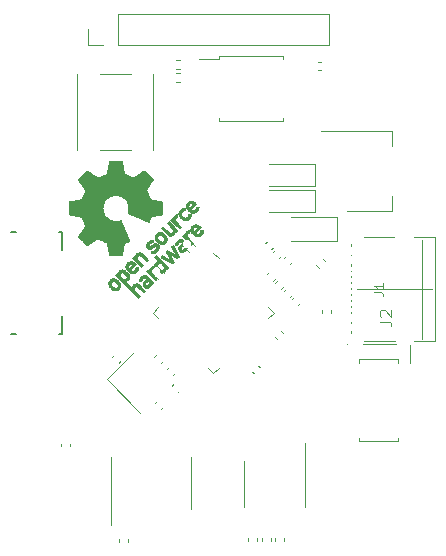
<source format=gto>
G04 #@! TF.GenerationSoftware,KiCad,Pcbnew,(5.1.10)-1*
G04 #@! TF.CreationDate,2021-06-26T18:25:47-06:00*
G04 #@! TF.ProjectId,cable-link,6361626c-652d-46c6-996e-6b2e6b696361,rev?*
G04 #@! TF.SameCoordinates,Original*
G04 #@! TF.FileFunction,Legend,Top*
G04 #@! TF.FilePolarity,Positive*
%FSLAX46Y46*%
G04 Gerber Fmt 4.6, Leading zero omitted, Abs format (unit mm)*
G04 Created by KiCad (PCBNEW (5.1.10)-1) date 2021-06-26 18:25:47*
%MOMM*%
%LPD*%
G01*
G04 APERTURE LIST*
%ADD10C,0.010000*%
%ADD11C,0.100000*%
%ADD12C,0.120000*%
%ADD13C,0.020000*%
%ADD14C,0.127000*%
%ADD15C,0.015000*%
%ADD16R,2.050000X0.760000*%
%ADD17R,0.900000X1.200000*%
%ADD18R,1.450000X0.300000*%
%ADD19C,0.670000*%
%ADD20O,2.540000X1.270000*%
%ADD21C,3.500000*%
%ADD22R,1.300000X1.550000*%
%ADD23R,2.000000X3.800000*%
%ADD24R,2.000000X1.500000*%
%ADD25R,1.700000X1.700000*%
%ADD26O,1.700000X1.700000*%
%ADD27C,3.800000*%
G04 APERTURE END LIST*
D10*
G36*
X27213704Y-37413593D02*
G01*
X27284905Y-37358629D01*
X27355369Y-37319397D01*
X27424566Y-37296122D01*
X27491971Y-37289027D01*
X27557055Y-37298339D01*
X27569504Y-37302109D01*
X27588726Y-37308900D01*
X27606936Y-37316683D01*
X27625372Y-37326520D01*
X27645266Y-37339471D01*
X27667856Y-37356597D01*
X27694374Y-37378958D01*
X27726060Y-37407615D01*
X27764145Y-37443629D01*
X27809867Y-37488060D01*
X27864461Y-37541969D01*
X27929162Y-37606417D01*
X27960984Y-37638219D01*
X28233090Y-37910325D01*
X28083419Y-38059996D01*
X28016455Y-37993031D01*
X28013506Y-38048524D01*
X28009494Y-38083255D01*
X28002140Y-38116062D01*
X27995193Y-38134982D01*
X27979338Y-38159751D01*
X27953864Y-38191733D01*
X27922193Y-38227340D01*
X27887743Y-38262981D01*
X27853938Y-38295066D01*
X27824196Y-38320007D01*
X27808756Y-38330632D01*
X27742404Y-38362355D01*
X27674360Y-38380573D01*
X27607759Y-38384765D01*
X27545758Y-38374414D01*
X27479865Y-38346461D01*
X27423503Y-38306689D01*
X27410317Y-38292449D01*
X27553805Y-38148961D01*
X27577309Y-38163338D01*
X27611490Y-38174490D01*
X27645811Y-38174321D01*
X27681981Y-38162074D01*
X27721712Y-38136992D01*
X27766715Y-38098317D01*
X27800575Y-38064520D01*
X27832796Y-38030340D01*
X27854993Y-38004950D01*
X27869363Y-37985419D01*
X27878107Y-37968816D01*
X27882693Y-37955060D01*
X27886533Y-37924105D01*
X27880408Y-37892781D01*
X27863171Y-37858308D01*
X27833678Y-37817904D01*
X27819081Y-37800487D01*
X27767835Y-37740976D01*
X27654756Y-37854122D01*
X27617876Y-37891663D01*
X27584264Y-37927071D01*
X27556169Y-37957885D01*
X27535835Y-37981644D01*
X27525803Y-37995351D01*
X27510430Y-38037672D01*
X27510616Y-38079478D01*
X27525396Y-38117625D01*
X27553805Y-38148961D01*
X27410317Y-38292449D01*
X27377725Y-38257246D01*
X27343586Y-38200276D01*
X27322142Y-38137927D01*
X27314444Y-38072345D01*
X27321549Y-38005677D01*
X27338680Y-37952815D01*
X27346212Y-37936417D01*
X27354855Y-37920897D01*
X27366248Y-37904260D01*
X27382036Y-37884519D01*
X27403858Y-37859677D01*
X27433356Y-37827746D01*
X27472171Y-37786731D01*
X27496888Y-37760833D01*
X27634407Y-37616971D01*
X27578349Y-37561869D01*
X27549293Y-37534248D01*
X27528007Y-37516792D01*
X27510991Y-37507027D01*
X27494745Y-37502482D01*
X27494148Y-37502387D01*
X27461760Y-37501648D01*
X27429067Y-37510585D01*
X27393447Y-37530475D01*
X27352281Y-37562593D01*
X27330521Y-37582046D01*
X27288373Y-37623161D01*
X27258619Y-37658252D01*
X27239365Y-37690380D01*
X27228718Y-37722612D01*
X27224996Y-37752862D01*
X27222726Y-37797629D01*
X27122379Y-37811211D01*
X27083312Y-37816286D01*
X27050940Y-37820091D01*
X27028608Y-37822259D01*
X27019664Y-37822424D01*
X27019655Y-37822415D01*
X27014813Y-37808867D01*
X27012430Y-37783791D01*
X27012604Y-37752433D01*
X27015436Y-37720034D01*
X27017491Y-37707104D01*
X27030583Y-37655322D01*
X27050767Y-37607420D01*
X27080152Y-37559631D01*
X27120845Y-37508188D01*
X27142290Y-37484064D01*
X27213704Y-37413593D01*
G37*
X27213704Y-37413593D02*
X27284905Y-37358629D01*
X27355369Y-37319397D01*
X27424566Y-37296122D01*
X27491971Y-37289027D01*
X27557055Y-37298339D01*
X27569504Y-37302109D01*
X27588726Y-37308900D01*
X27606936Y-37316683D01*
X27625372Y-37326520D01*
X27645266Y-37339471D01*
X27667856Y-37356597D01*
X27694374Y-37378958D01*
X27726060Y-37407615D01*
X27764145Y-37443629D01*
X27809867Y-37488060D01*
X27864461Y-37541969D01*
X27929162Y-37606417D01*
X27960984Y-37638219D01*
X28233090Y-37910325D01*
X28083419Y-38059996D01*
X28016455Y-37993031D01*
X28013506Y-38048524D01*
X28009494Y-38083255D01*
X28002140Y-38116062D01*
X27995193Y-38134982D01*
X27979338Y-38159751D01*
X27953864Y-38191733D01*
X27922193Y-38227340D01*
X27887743Y-38262981D01*
X27853938Y-38295066D01*
X27824196Y-38320007D01*
X27808756Y-38330632D01*
X27742404Y-38362355D01*
X27674360Y-38380573D01*
X27607759Y-38384765D01*
X27545758Y-38374414D01*
X27479865Y-38346461D01*
X27423503Y-38306689D01*
X27410317Y-38292449D01*
X27553805Y-38148961D01*
X27577309Y-38163338D01*
X27611490Y-38174490D01*
X27645811Y-38174321D01*
X27681981Y-38162074D01*
X27721712Y-38136992D01*
X27766715Y-38098317D01*
X27800575Y-38064520D01*
X27832796Y-38030340D01*
X27854993Y-38004950D01*
X27869363Y-37985419D01*
X27878107Y-37968816D01*
X27882693Y-37955060D01*
X27886533Y-37924105D01*
X27880408Y-37892781D01*
X27863171Y-37858308D01*
X27833678Y-37817904D01*
X27819081Y-37800487D01*
X27767835Y-37740976D01*
X27654756Y-37854122D01*
X27617876Y-37891663D01*
X27584264Y-37927071D01*
X27556169Y-37957885D01*
X27535835Y-37981644D01*
X27525803Y-37995351D01*
X27510430Y-38037672D01*
X27510616Y-38079478D01*
X27525396Y-38117625D01*
X27553805Y-38148961D01*
X27410317Y-38292449D01*
X27377725Y-38257246D01*
X27343586Y-38200276D01*
X27322142Y-38137927D01*
X27314444Y-38072345D01*
X27321549Y-38005677D01*
X27338680Y-37952815D01*
X27346212Y-37936417D01*
X27354855Y-37920897D01*
X27366248Y-37904260D01*
X27382036Y-37884519D01*
X27403858Y-37859677D01*
X27433356Y-37827746D01*
X27472171Y-37786731D01*
X27496888Y-37760833D01*
X27634407Y-37616971D01*
X27578349Y-37561869D01*
X27549293Y-37534248D01*
X27528007Y-37516792D01*
X27510991Y-37507027D01*
X27494745Y-37502482D01*
X27494148Y-37502387D01*
X27461760Y-37501648D01*
X27429067Y-37510585D01*
X27393447Y-37530475D01*
X27352281Y-37562593D01*
X27330521Y-37582046D01*
X27288373Y-37623161D01*
X27258619Y-37658252D01*
X27239365Y-37690380D01*
X27228718Y-37722612D01*
X27224996Y-37752862D01*
X27222726Y-37797629D01*
X27122379Y-37811211D01*
X27083312Y-37816286D01*
X27050940Y-37820091D01*
X27028608Y-37822259D01*
X27019664Y-37822424D01*
X27019655Y-37822415D01*
X27014813Y-37808867D01*
X27012430Y-37783791D01*
X27012604Y-37752433D01*
X27015436Y-37720034D01*
X27017491Y-37707104D01*
X27030583Y-37655322D01*
X27050767Y-37607420D01*
X27080152Y-37559631D01*
X27120845Y-37508188D01*
X27142290Y-37484064D01*
X27213704Y-37413593D01*
G36*
X29502300Y-36641115D02*
G01*
X29352629Y-36790786D01*
X29273407Y-36711564D01*
X29271121Y-36756633D01*
X29259460Y-36826657D01*
X29232922Y-36894614D01*
X29193523Y-36957278D01*
X29143278Y-37011412D01*
X29086585Y-37052431D01*
X29021597Y-37080398D01*
X28951442Y-37093896D01*
X28879515Y-37093063D01*
X28809207Y-37078045D01*
X28743909Y-37048981D01*
X28725523Y-37037353D01*
X28695121Y-37014267D01*
X28656223Y-36981253D01*
X28611637Y-36940994D01*
X28564169Y-36896171D01*
X28534262Y-36866786D01*
X28691083Y-36709965D01*
X28731876Y-36750585D01*
X28762999Y-36780942D01*
X28786645Y-36802851D01*
X28805008Y-36818132D01*
X28820280Y-36828603D01*
X28834655Y-36836082D01*
X28850327Y-36842385D01*
X28851241Y-36842724D01*
X28891775Y-36855406D01*
X28924247Y-36859401D01*
X28954813Y-36855226D01*
X28965085Y-36852284D01*
X29021010Y-36826118D01*
X29067545Y-36785977D01*
X29101919Y-36736495D01*
X29118832Y-36693640D01*
X29122931Y-36649784D01*
X29113759Y-36603767D01*
X29090865Y-36554432D01*
X29053791Y-36500618D01*
X29002085Y-36441165D01*
X28975367Y-36413706D01*
X28918481Y-36359826D01*
X28868427Y-36319351D01*
X28823283Y-36291190D01*
X28781123Y-36274257D01*
X28740024Y-36267464D01*
X28717173Y-36267655D01*
X28671359Y-36278316D01*
X28628189Y-36302236D01*
X28590136Y-36336341D01*
X28559673Y-36377561D01*
X28539272Y-36422822D01*
X28531406Y-36469054D01*
X28533668Y-36495658D01*
X28539666Y-36520245D01*
X28548561Y-36543279D01*
X28561957Y-36566938D01*
X28581452Y-36593403D01*
X28608651Y-36624855D01*
X28645151Y-36663473D01*
X28691083Y-36709965D01*
X28534262Y-36866786D01*
X28516629Y-36849464D01*
X28471823Y-36803555D01*
X28432559Y-36761125D01*
X28413990Y-36739828D01*
X28371183Y-36686798D01*
X28339729Y-36641366D01*
X28317936Y-36600340D01*
X28304109Y-36560525D01*
X28296553Y-36518727D01*
X28296510Y-36518342D01*
X28295541Y-36440481D01*
X28309940Y-36367925D01*
X28338613Y-36302007D01*
X28380468Y-36244061D01*
X28434410Y-36195420D01*
X28499347Y-36157421D01*
X28574186Y-36131395D01*
X28621007Y-36122409D01*
X28676504Y-36114662D01*
X28298946Y-35737103D01*
X28448617Y-35587432D01*
X29502300Y-36641115D01*
G37*
X29502300Y-36641115D02*
X29352629Y-36790786D01*
X29273407Y-36711564D01*
X29271121Y-36756633D01*
X29259460Y-36826657D01*
X29232922Y-36894614D01*
X29193523Y-36957278D01*
X29143278Y-37011412D01*
X29086585Y-37052431D01*
X29021597Y-37080398D01*
X28951442Y-37093896D01*
X28879515Y-37093063D01*
X28809207Y-37078045D01*
X28743909Y-37048981D01*
X28725523Y-37037353D01*
X28695121Y-37014267D01*
X28656223Y-36981253D01*
X28611637Y-36940994D01*
X28564169Y-36896171D01*
X28534262Y-36866786D01*
X28691083Y-36709965D01*
X28731876Y-36750585D01*
X28762999Y-36780942D01*
X28786645Y-36802851D01*
X28805008Y-36818132D01*
X28820280Y-36828603D01*
X28834655Y-36836082D01*
X28850327Y-36842385D01*
X28851241Y-36842724D01*
X28891775Y-36855406D01*
X28924247Y-36859401D01*
X28954813Y-36855226D01*
X28965085Y-36852284D01*
X29021010Y-36826118D01*
X29067545Y-36785977D01*
X29101919Y-36736495D01*
X29118832Y-36693640D01*
X29122931Y-36649784D01*
X29113759Y-36603767D01*
X29090865Y-36554432D01*
X29053791Y-36500618D01*
X29002085Y-36441165D01*
X28975367Y-36413706D01*
X28918481Y-36359826D01*
X28868427Y-36319351D01*
X28823283Y-36291190D01*
X28781123Y-36274257D01*
X28740024Y-36267464D01*
X28717173Y-36267655D01*
X28671359Y-36278316D01*
X28628189Y-36302236D01*
X28590136Y-36336341D01*
X28559673Y-36377561D01*
X28539272Y-36422822D01*
X28531406Y-36469054D01*
X28533668Y-36495658D01*
X28539666Y-36520245D01*
X28548561Y-36543279D01*
X28561957Y-36566938D01*
X28581452Y-36593403D01*
X28608651Y-36624855D01*
X28645151Y-36663473D01*
X28691083Y-36709965D01*
X28534262Y-36866786D01*
X28516629Y-36849464D01*
X28471823Y-36803555D01*
X28432559Y-36761125D01*
X28413990Y-36739828D01*
X28371183Y-36686798D01*
X28339729Y-36641366D01*
X28317936Y-36600340D01*
X28304109Y-36560525D01*
X28296553Y-36518727D01*
X28296510Y-36518342D01*
X28295541Y-36440481D01*
X28309940Y-36367925D01*
X28338613Y-36302007D01*
X28380468Y-36244061D01*
X28434410Y-36195420D01*
X28499347Y-36157421D01*
X28574186Y-36131395D01*
X28621007Y-36122409D01*
X28676504Y-36114662D01*
X28298946Y-35737103D01*
X28448617Y-35587432D01*
X29502300Y-36641115D01*
G36*
X30225641Y-34400973D02*
G01*
X30295105Y-34344100D01*
X30360631Y-34302603D01*
X30423685Y-34275811D01*
X30485736Y-34263052D01*
X30529154Y-34262102D01*
X30555779Y-34264123D01*
X30580483Y-34267972D01*
X30604493Y-34274585D01*
X30629036Y-34284897D01*
X30655339Y-34299844D01*
X30684628Y-34320364D01*
X30718130Y-34347392D01*
X30757071Y-34381863D01*
X30802680Y-34424717D01*
X30856182Y-34476886D01*
X30918804Y-34539308D01*
X30991774Y-34612919D01*
X31000652Y-34621908D01*
X31256443Y-34880986D01*
X31106772Y-35030657D01*
X31073679Y-35001173D01*
X31040586Y-34971689D01*
X31043032Y-35009353D01*
X31041058Y-35050546D01*
X31028790Y-35091111D01*
X31004960Y-35133567D01*
X30968303Y-35180434D01*
X30943019Y-35208154D01*
X30892588Y-35258077D01*
X30850079Y-35293176D01*
X30832939Y-35304498D01*
X30762362Y-35337835D01*
X30690655Y-35354485D01*
X30618437Y-35354365D01*
X30557313Y-35341081D01*
X30531480Y-35332286D01*
X30511345Y-35323084D01*
X30492654Y-35310586D01*
X30471156Y-35291903D01*
X30442602Y-35264146D01*
X30439413Y-35260977D01*
X30428563Y-35249935D01*
X30569325Y-35109173D01*
X30601512Y-35133629D01*
X30641111Y-35146448D01*
X30664646Y-35147504D01*
X30693271Y-35142125D01*
X30723589Y-35127881D01*
X30757681Y-35103348D01*
X30797625Y-35067103D01*
X30829476Y-35034742D01*
X30863585Y-34998054D01*
X30887197Y-34970226D01*
X30902297Y-34948681D01*
X30910873Y-34930840D01*
X30911925Y-34927665D01*
X30915953Y-34893699D01*
X30906721Y-34858146D01*
X30883484Y-34819357D01*
X30845497Y-34775690D01*
X30841282Y-34771416D01*
X30788587Y-34718459D01*
X30669291Y-34841630D01*
X30627533Y-34885024D01*
X30596179Y-34918412D01*
X30573618Y-34943720D01*
X30558245Y-34962878D01*
X30548449Y-34977812D01*
X30542621Y-34990449D01*
X30541042Y-34995291D01*
X30536710Y-35037073D01*
X30546931Y-35076011D01*
X30569325Y-35109173D01*
X30428563Y-35249935D01*
X30409706Y-35230740D01*
X30389503Y-35207794D01*
X30375812Y-35188001D01*
X30365636Y-35167227D01*
X30358982Y-35149828D01*
X30346057Y-35096348D01*
X30342321Y-35038167D01*
X30347983Y-34982854D01*
X30353719Y-34960717D01*
X30363914Y-34932473D01*
X30376212Y-34906307D01*
X30392288Y-34880014D01*
X30413825Y-34851393D01*
X30442501Y-34818243D01*
X30479997Y-34778357D01*
X30527992Y-34729536D01*
X30536596Y-34720909D01*
X30663746Y-34593618D01*
X30608346Y-34538261D01*
X30570528Y-34503565D01*
X30537039Y-34481074D01*
X30505605Y-34471058D01*
X30473954Y-34473793D01*
X30439810Y-34489551D01*
X30400902Y-34518603D01*
X30354955Y-34561222D01*
X30346445Y-34569671D01*
X30313614Y-34602928D01*
X30290766Y-34627512D01*
X30275602Y-34646411D01*
X30265822Y-34662611D01*
X30259130Y-34679099D01*
X30256956Y-34685937D01*
X30250637Y-34714138D01*
X30248581Y-34739424D01*
X30249190Y-34746466D01*
X30250319Y-34755865D01*
X30248012Y-34762591D01*
X30239576Y-34767663D01*
X30222319Y-34772093D01*
X30193549Y-34776898D01*
X30152972Y-34782751D01*
X30113461Y-34787728D01*
X30080092Y-34790759D01*
X30056403Y-34791601D01*
X30045963Y-34790044D01*
X30040925Y-34775543D01*
X30039619Y-34749095D01*
X30041651Y-34715178D01*
X30046624Y-34678266D01*
X30054142Y-34642838D01*
X30060926Y-34620714D01*
X30091444Y-34556939D01*
X30136973Y-34492530D01*
X30198220Y-34426547D01*
X30225641Y-34400973D01*
G37*
X30225641Y-34400973D02*
X30295105Y-34344100D01*
X30360631Y-34302603D01*
X30423685Y-34275811D01*
X30485736Y-34263052D01*
X30529154Y-34262102D01*
X30555779Y-34264123D01*
X30580483Y-34267972D01*
X30604493Y-34274585D01*
X30629036Y-34284897D01*
X30655339Y-34299844D01*
X30684628Y-34320364D01*
X30718130Y-34347392D01*
X30757071Y-34381863D01*
X30802680Y-34424717D01*
X30856182Y-34476886D01*
X30918804Y-34539308D01*
X30991774Y-34612919D01*
X31000652Y-34621908D01*
X31256443Y-34880986D01*
X31106772Y-35030657D01*
X31073679Y-35001173D01*
X31040586Y-34971689D01*
X31043032Y-35009353D01*
X31041058Y-35050546D01*
X31028790Y-35091111D01*
X31004960Y-35133567D01*
X30968303Y-35180434D01*
X30943019Y-35208154D01*
X30892588Y-35258077D01*
X30850079Y-35293176D01*
X30832939Y-35304498D01*
X30762362Y-35337835D01*
X30690655Y-35354485D01*
X30618437Y-35354365D01*
X30557313Y-35341081D01*
X30531480Y-35332286D01*
X30511345Y-35323084D01*
X30492654Y-35310586D01*
X30471156Y-35291903D01*
X30442602Y-35264146D01*
X30439413Y-35260977D01*
X30428563Y-35249935D01*
X30569325Y-35109173D01*
X30601512Y-35133629D01*
X30641111Y-35146448D01*
X30664646Y-35147504D01*
X30693271Y-35142125D01*
X30723589Y-35127881D01*
X30757681Y-35103348D01*
X30797625Y-35067103D01*
X30829476Y-35034742D01*
X30863585Y-34998054D01*
X30887197Y-34970226D01*
X30902297Y-34948681D01*
X30910873Y-34930840D01*
X30911925Y-34927665D01*
X30915953Y-34893699D01*
X30906721Y-34858146D01*
X30883484Y-34819357D01*
X30845497Y-34775690D01*
X30841282Y-34771416D01*
X30788587Y-34718459D01*
X30669291Y-34841630D01*
X30627533Y-34885024D01*
X30596179Y-34918412D01*
X30573618Y-34943720D01*
X30558245Y-34962878D01*
X30548449Y-34977812D01*
X30542621Y-34990449D01*
X30541042Y-34995291D01*
X30536710Y-35037073D01*
X30546931Y-35076011D01*
X30569325Y-35109173D01*
X30428563Y-35249935D01*
X30409706Y-35230740D01*
X30389503Y-35207794D01*
X30375812Y-35188001D01*
X30365636Y-35167227D01*
X30358982Y-35149828D01*
X30346057Y-35096348D01*
X30342321Y-35038167D01*
X30347983Y-34982854D01*
X30353719Y-34960717D01*
X30363914Y-34932473D01*
X30376212Y-34906307D01*
X30392288Y-34880014D01*
X30413825Y-34851393D01*
X30442501Y-34818243D01*
X30479997Y-34778357D01*
X30527992Y-34729536D01*
X30536596Y-34720909D01*
X30663746Y-34593618D01*
X30608346Y-34538261D01*
X30570528Y-34503565D01*
X30537039Y-34481074D01*
X30505605Y-34471058D01*
X30473954Y-34473793D01*
X30439810Y-34489551D01*
X30400902Y-34518603D01*
X30354955Y-34561222D01*
X30346445Y-34569671D01*
X30313614Y-34602928D01*
X30290766Y-34627512D01*
X30275602Y-34646411D01*
X30265822Y-34662611D01*
X30259130Y-34679099D01*
X30256956Y-34685937D01*
X30250637Y-34714138D01*
X30248581Y-34739424D01*
X30249190Y-34746466D01*
X30250319Y-34755865D01*
X30248012Y-34762591D01*
X30239576Y-34767663D01*
X30222319Y-34772093D01*
X30193549Y-34776898D01*
X30152972Y-34782751D01*
X30113461Y-34787728D01*
X30080092Y-34790759D01*
X30056403Y-34791601D01*
X30045963Y-34790044D01*
X30040925Y-34775543D01*
X30039619Y-34749095D01*
X30041651Y-34715178D01*
X30046624Y-34678266D01*
X30054142Y-34642838D01*
X30060926Y-34620714D01*
X30091444Y-34556939D01*
X30136973Y-34492530D01*
X30198220Y-34426547D01*
X30225641Y-34400973D01*
G36*
X31546604Y-33088698D02*
G01*
X31591020Y-33059443D01*
X31606453Y-33051786D01*
X31690117Y-33023356D01*
X31773875Y-33011731D01*
X31856886Y-33016863D01*
X31938300Y-33038708D01*
X32011522Y-33073793D01*
X32044028Y-33096552D01*
X32085502Y-33132041D01*
X32136442Y-33180688D01*
X32143753Y-33187968D01*
X32232298Y-33276513D01*
X31998811Y-33510000D01*
X31947308Y-33561597D01*
X31899836Y-33609336D01*
X31857668Y-33651923D01*
X31822078Y-33688066D01*
X31794336Y-33716469D01*
X31775719Y-33735838D01*
X31767497Y-33744882D01*
X31767218Y-33745380D01*
X31783834Y-33758459D01*
X31809900Y-33775484D01*
X31839619Y-33793018D01*
X31867199Y-33807629D01*
X31885390Y-33815435D01*
X31933402Y-33823553D01*
X31986189Y-33820287D01*
X32036623Y-33806289D01*
X32049598Y-33800412D01*
X32100596Y-33766108D01*
X32145379Y-33719211D01*
X32181347Y-33663673D01*
X32205906Y-33603443D01*
X32216214Y-33546950D01*
X32218755Y-33507830D01*
X32315803Y-33500409D01*
X32354578Y-33497857D01*
X32386842Y-33496517D01*
X32409047Y-33496481D01*
X32417544Y-33497681D01*
X32420489Y-33509477D01*
X32421131Y-33533402D01*
X32419766Y-33564856D01*
X32416697Y-33599234D01*
X32412222Y-33631937D01*
X32407237Y-33656138D01*
X32390543Y-33709019D01*
X32368598Y-33756051D01*
X32338741Y-33801724D01*
X32298310Y-33850530D01*
X32280684Y-33869701D01*
X32237350Y-33913835D01*
X32201052Y-33946114D01*
X32169338Y-33968705D01*
X32167192Y-33970000D01*
X32106508Y-33999669D01*
X32040685Y-34020706D01*
X31975722Y-34031499D01*
X31935309Y-34032178D01*
X31860993Y-34021720D01*
X31788961Y-33998477D01*
X31717329Y-33961523D01*
X31644216Y-33909936D01*
X31587580Y-33861363D01*
X31509926Y-33782150D01*
X31484865Y-33749541D01*
X31631816Y-33602589D01*
X31641200Y-33609770D01*
X31641417Y-33609780D01*
X31648826Y-33604031D01*
X31666508Y-33587839D01*
X31692817Y-33562789D01*
X31726106Y-33530463D01*
X31764728Y-33492447D01*
X31802923Y-33454441D01*
X31958263Y-33299101D01*
X31925614Y-33274875D01*
X31870527Y-33242441D01*
X31813142Y-33224238D01*
X31762679Y-33220947D01*
X31707021Y-33232199D01*
X31657991Y-33256855D01*
X31617182Y-33292432D01*
X31586185Y-33336446D01*
X31566590Y-33386414D01*
X31559991Y-33439853D01*
X31567976Y-33494279D01*
X31574884Y-33514015D01*
X31585970Y-33536419D01*
X31601173Y-33561556D01*
X31617465Y-33585064D01*
X31631816Y-33602589D01*
X31484865Y-33749541D01*
X31448048Y-33701633D01*
X31402106Y-33620318D01*
X31372264Y-33538710D01*
X31358679Y-33457314D01*
X31361517Y-33376635D01*
X31380936Y-33297179D01*
X31395884Y-33260296D01*
X31421151Y-33217500D01*
X31457484Y-33171871D01*
X31500697Y-33127555D01*
X31546604Y-33088698D01*
G37*
X31546604Y-33088698D02*
X31591020Y-33059443D01*
X31606453Y-33051786D01*
X31690117Y-33023356D01*
X31773875Y-33011731D01*
X31856886Y-33016863D01*
X31938300Y-33038708D01*
X32011522Y-33073793D01*
X32044028Y-33096552D01*
X32085502Y-33132041D01*
X32136442Y-33180688D01*
X32143753Y-33187968D01*
X32232298Y-33276513D01*
X31998811Y-33510000D01*
X31947308Y-33561597D01*
X31899836Y-33609336D01*
X31857668Y-33651923D01*
X31822078Y-33688066D01*
X31794336Y-33716469D01*
X31775719Y-33735838D01*
X31767497Y-33744882D01*
X31767218Y-33745380D01*
X31783834Y-33758459D01*
X31809900Y-33775484D01*
X31839619Y-33793018D01*
X31867199Y-33807629D01*
X31885390Y-33815435D01*
X31933402Y-33823553D01*
X31986189Y-33820287D01*
X32036623Y-33806289D01*
X32049598Y-33800412D01*
X32100596Y-33766108D01*
X32145379Y-33719211D01*
X32181347Y-33663673D01*
X32205906Y-33603443D01*
X32216214Y-33546950D01*
X32218755Y-33507830D01*
X32315803Y-33500409D01*
X32354578Y-33497857D01*
X32386842Y-33496517D01*
X32409047Y-33496481D01*
X32417544Y-33497681D01*
X32420489Y-33509477D01*
X32421131Y-33533402D01*
X32419766Y-33564856D01*
X32416697Y-33599234D01*
X32412222Y-33631937D01*
X32407237Y-33656138D01*
X32390543Y-33709019D01*
X32368598Y-33756051D01*
X32338741Y-33801724D01*
X32298310Y-33850530D01*
X32280684Y-33869701D01*
X32237350Y-33913835D01*
X32201052Y-33946114D01*
X32169338Y-33968705D01*
X32167192Y-33970000D01*
X32106508Y-33999669D01*
X32040685Y-34020706D01*
X31975722Y-34031499D01*
X31935309Y-34032178D01*
X31860993Y-34021720D01*
X31788961Y-33998477D01*
X31717329Y-33961523D01*
X31644216Y-33909936D01*
X31587580Y-33861363D01*
X31509926Y-33782150D01*
X31484865Y-33749541D01*
X31631816Y-33602589D01*
X31641200Y-33609770D01*
X31641417Y-33609780D01*
X31648826Y-33604031D01*
X31666508Y-33587839D01*
X31692817Y-33562789D01*
X31726106Y-33530463D01*
X31764728Y-33492447D01*
X31802923Y-33454441D01*
X31958263Y-33299101D01*
X31925614Y-33274875D01*
X31870527Y-33242441D01*
X31813142Y-33224238D01*
X31762679Y-33220947D01*
X31707021Y-33232199D01*
X31657991Y-33256855D01*
X31617182Y-33292432D01*
X31586185Y-33336446D01*
X31566590Y-33386414D01*
X31559991Y-33439853D01*
X31567976Y-33494279D01*
X31574884Y-33514015D01*
X31585970Y-33536419D01*
X31601173Y-33561556D01*
X31617465Y-33585064D01*
X31631816Y-33602589D01*
X31484865Y-33749541D01*
X31448048Y-33701633D01*
X31402106Y-33620318D01*
X31372264Y-33538710D01*
X31358679Y-33457314D01*
X31361517Y-33376635D01*
X31380936Y-33297179D01*
X31395884Y-33260296D01*
X31421151Y-33217500D01*
X31457484Y-33171871D01*
X31500697Y-33127555D01*
X31546604Y-33088698D01*
G36*
X25409162Y-36868093D02*
G01*
X25471529Y-36841322D01*
X25537922Y-36827012D01*
X25606526Y-36826056D01*
X25675528Y-36839347D01*
X25743115Y-36867777D01*
X25773028Y-36886048D01*
X25796704Y-36904363D01*
X25829416Y-36932877D01*
X25868820Y-36969248D01*
X25912575Y-37011135D01*
X25958339Y-37056193D01*
X26003770Y-37102082D01*
X26046525Y-37146459D01*
X26084260Y-37186982D01*
X26114637Y-37221308D01*
X26135311Y-37247096D01*
X26138225Y-37251245D01*
X26174230Y-37318768D01*
X26194384Y-37390038D01*
X26198726Y-37462958D01*
X26187294Y-37535429D01*
X26160130Y-37605350D01*
X26130612Y-37653269D01*
X26080549Y-37708241D01*
X26019506Y-37751110D01*
X25949283Y-37780880D01*
X25871679Y-37796555D01*
X25871433Y-37796581D01*
X25814271Y-37802424D01*
X26402511Y-38390665D01*
X26404802Y-38345492D01*
X26416554Y-38272297D01*
X26442943Y-38204790D01*
X26482158Y-38144637D01*
X26532389Y-38093503D01*
X26591825Y-38053053D01*
X26658653Y-38024952D01*
X26731064Y-38010865D01*
X26770086Y-38009626D01*
X26840476Y-38017479D01*
X26904744Y-38038481D01*
X26966807Y-38074091D01*
X26990739Y-38091842D01*
X27008848Y-38107437D01*
X27037119Y-38133550D01*
X27073895Y-38168573D01*
X27117520Y-38210897D01*
X27166339Y-38258912D01*
X27218694Y-38311011D01*
X27272929Y-38365583D01*
X27282849Y-38375632D01*
X27520656Y-38616772D01*
X27371830Y-38772293D01*
X27116967Y-38520915D01*
X27054773Y-38459606D01*
X27003389Y-38409101D01*
X26961586Y-38368293D01*
X26928134Y-38336078D01*
X26901806Y-38311351D01*
X26881371Y-38293005D01*
X26865603Y-38279936D01*
X26853270Y-38271039D01*
X26843146Y-38265208D01*
X26834000Y-38261337D01*
X26825235Y-38258510D01*
X26766374Y-38248150D01*
X26712172Y-38253962D01*
X26661839Y-38276149D01*
X26617332Y-38312131D01*
X26579561Y-38359551D01*
X26558358Y-38410093D01*
X26553518Y-38464552D01*
X26563710Y-38520034D01*
X26566749Y-38529380D01*
X26570713Y-38538554D01*
X26576709Y-38548786D01*
X26585844Y-38561306D01*
X26599222Y-38577340D01*
X26617949Y-38598122D01*
X26643132Y-38624878D01*
X26675875Y-38658839D01*
X26717286Y-38701233D01*
X26768468Y-38753291D01*
X26825939Y-38811589D01*
X27077141Y-39066274D01*
X27003548Y-39139867D01*
X26974679Y-39168121D01*
X26949769Y-39191354D01*
X26931398Y-39207238D01*
X26922147Y-39213446D01*
X26921973Y-39213460D01*
X26915204Y-39207573D01*
X26897110Y-39190335D01*
X26868330Y-39162377D01*
X26829501Y-39124333D01*
X26781262Y-39076836D01*
X26724253Y-39020520D01*
X26659108Y-38956015D01*
X26586469Y-38883956D01*
X26506972Y-38804975D01*
X26421255Y-38719707D01*
X26329957Y-38628782D01*
X26233716Y-38532834D01*
X26133169Y-38432495D01*
X26028957Y-38328400D01*
X25951107Y-38250577D01*
X25354549Y-37654019D01*
X25512137Y-37496431D01*
X25553946Y-37537338D01*
X25594865Y-37574582D01*
X25632056Y-37605333D01*
X25662684Y-37626756D01*
X25672164Y-37631937D01*
X25714476Y-37646477D01*
X25759780Y-37652368D01*
X25802176Y-37649356D01*
X25832863Y-37638881D01*
X25864491Y-37616626D01*
X25898078Y-37585519D01*
X25927551Y-37551618D01*
X25942466Y-37529502D01*
X25955543Y-37491939D01*
X25958717Y-37447008D01*
X25952185Y-37400932D01*
X25937080Y-37361593D01*
X25920115Y-37336685D01*
X25893209Y-37304071D01*
X25859029Y-37266382D01*
X25820246Y-37226250D01*
X25779530Y-37186305D01*
X25739551Y-37149179D01*
X25702981Y-37117502D01*
X25672487Y-37093906D01*
X25653673Y-37082327D01*
X25600968Y-37065150D01*
X25549288Y-37064830D01*
X25498913Y-37081303D01*
X25450121Y-37114512D01*
X25433071Y-37130479D01*
X25395253Y-37176756D01*
X25374079Y-37223498D01*
X25369284Y-37272149D01*
X25380608Y-37324153D01*
X25392693Y-37352821D01*
X25409713Y-37380056D01*
X25437184Y-37414959D01*
X25472271Y-37454694D01*
X25512137Y-37496431D01*
X25354549Y-37654019D01*
X24988224Y-37287694D01*
X25143882Y-37132036D01*
X25180204Y-37168358D01*
X25216526Y-37204681D01*
X25221195Y-37157626D01*
X25236227Y-37081937D01*
X25264353Y-37014247D01*
X25303760Y-36955448D01*
X25352635Y-36906432D01*
X25409162Y-36868093D01*
G37*
X25409162Y-36868093D02*
X25471529Y-36841322D01*
X25537922Y-36827012D01*
X25606526Y-36826056D01*
X25675528Y-36839347D01*
X25743115Y-36867777D01*
X25773028Y-36886048D01*
X25796704Y-36904363D01*
X25829416Y-36932877D01*
X25868820Y-36969248D01*
X25912575Y-37011135D01*
X25958339Y-37056193D01*
X26003770Y-37102082D01*
X26046525Y-37146459D01*
X26084260Y-37186982D01*
X26114637Y-37221308D01*
X26135311Y-37247096D01*
X26138225Y-37251245D01*
X26174230Y-37318768D01*
X26194384Y-37390038D01*
X26198726Y-37462958D01*
X26187294Y-37535429D01*
X26160130Y-37605350D01*
X26130612Y-37653269D01*
X26080549Y-37708241D01*
X26019506Y-37751110D01*
X25949283Y-37780880D01*
X25871679Y-37796555D01*
X25871433Y-37796581D01*
X25814271Y-37802424D01*
X26402511Y-38390665D01*
X26404802Y-38345492D01*
X26416554Y-38272297D01*
X26442943Y-38204790D01*
X26482158Y-38144637D01*
X26532389Y-38093503D01*
X26591825Y-38053053D01*
X26658653Y-38024952D01*
X26731064Y-38010865D01*
X26770086Y-38009626D01*
X26840476Y-38017479D01*
X26904744Y-38038481D01*
X26966807Y-38074091D01*
X26990739Y-38091842D01*
X27008848Y-38107437D01*
X27037119Y-38133550D01*
X27073895Y-38168573D01*
X27117520Y-38210897D01*
X27166339Y-38258912D01*
X27218694Y-38311011D01*
X27272929Y-38365583D01*
X27282849Y-38375632D01*
X27520656Y-38616772D01*
X27371830Y-38772293D01*
X27116967Y-38520915D01*
X27054773Y-38459606D01*
X27003389Y-38409101D01*
X26961586Y-38368293D01*
X26928134Y-38336078D01*
X26901806Y-38311351D01*
X26881371Y-38293005D01*
X26865603Y-38279936D01*
X26853270Y-38271039D01*
X26843146Y-38265208D01*
X26834000Y-38261337D01*
X26825235Y-38258510D01*
X26766374Y-38248150D01*
X26712172Y-38253962D01*
X26661839Y-38276149D01*
X26617332Y-38312131D01*
X26579561Y-38359551D01*
X26558358Y-38410093D01*
X26553518Y-38464552D01*
X26563710Y-38520034D01*
X26566749Y-38529380D01*
X26570713Y-38538554D01*
X26576709Y-38548786D01*
X26585844Y-38561306D01*
X26599222Y-38577340D01*
X26617949Y-38598122D01*
X26643132Y-38624878D01*
X26675875Y-38658839D01*
X26717286Y-38701233D01*
X26768468Y-38753291D01*
X26825939Y-38811589D01*
X27077141Y-39066274D01*
X27003548Y-39139867D01*
X26974679Y-39168121D01*
X26949769Y-39191354D01*
X26931398Y-39207238D01*
X26922147Y-39213446D01*
X26921973Y-39213460D01*
X26915204Y-39207573D01*
X26897110Y-39190335D01*
X26868330Y-39162377D01*
X26829501Y-39124333D01*
X26781262Y-39076836D01*
X26724253Y-39020520D01*
X26659108Y-38956015D01*
X26586469Y-38883956D01*
X26506972Y-38804975D01*
X26421255Y-38719707D01*
X26329957Y-38628782D01*
X26233716Y-38532834D01*
X26133169Y-38432495D01*
X26028957Y-38328400D01*
X25951107Y-38250577D01*
X25354549Y-37654019D01*
X25512137Y-37496431D01*
X25553946Y-37537338D01*
X25594865Y-37574582D01*
X25632056Y-37605333D01*
X25662684Y-37626756D01*
X25672164Y-37631937D01*
X25714476Y-37646477D01*
X25759780Y-37652368D01*
X25802176Y-37649356D01*
X25832863Y-37638881D01*
X25864491Y-37616626D01*
X25898078Y-37585519D01*
X25927551Y-37551618D01*
X25942466Y-37529502D01*
X25955543Y-37491939D01*
X25958717Y-37447008D01*
X25952185Y-37400932D01*
X25937080Y-37361593D01*
X25920115Y-37336685D01*
X25893209Y-37304071D01*
X25859029Y-37266382D01*
X25820246Y-37226250D01*
X25779530Y-37186305D01*
X25739551Y-37149179D01*
X25702981Y-37117502D01*
X25672487Y-37093906D01*
X25653673Y-37082327D01*
X25600968Y-37065150D01*
X25549288Y-37064830D01*
X25498913Y-37081303D01*
X25450121Y-37114512D01*
X25433071Y-37130479D01*
X25395253Y-37176756D01*
X25374079Y-37223498D01*
X25369284Y-37272149D01*
X25380608Y-37324153D01*
X25392693Y-37352821D01*
X25409713Y-37380056D01*
X25437184Y-37414959D01*
X25472271Y-37454694D01*
X25512137Y-37496431D01*
X25354549Y-37654019D01*
X24988224Y-37287694D01*
X25143882Y-37132036D01*
X25180204Y-37168358D01*
X25216526Y-37204681D01*
X25221195Y-37157626D01*
X25236227Y-37081937D01*
X25264353Y-37014247D01*
X25303760Y-36955448D01*
X25352635Y-36906432D01*
X25409162Y-36868093D01*
G36*
X28054468Y-36584600D02*
G01*
X28115718Y-36555260D01*
X28175259Y-36541250D01*
X28200991Y-36538176D01*
X28210768Y-36648875D01*
X28214265Y-36690855D01*
X28216878Y-36726945D01*
X28218384Y-36753686D01*
X28218562Y-36767624D01*
X28218442Y-36768481D01*
X28209763Y-36775521D01*
X28189633Y-36784236D01*
X28171304Y-36790132D01*
X28125289Y-36810789D01*
X28084914Y-36843290D01*
X28052611Y-36884193D01*
X28030812Y-36930056D01*
X28021951Y-36977436D01*
X28023033Y-36999898D01*
X28025809Y-37018200D01*
X28029583Y-37034844D01*
X28035425Y-37051147D01*
X28044403Y-37068429D01*
X28057590Y-37088009D01*
X28076051Y-37111205D01*
X28100860Y-37139336D01*
X28133084Y-37173719D01*
X28173795Y-37215675D01*
X28224061Y-37266521D01*
X28284951Y-37327577D01*
X28305684Y-37348315D01*
X28550392Y-37593023D01*
X28475369Y-37668046D01*
X28440701Y-37701938D01*
X28415896Y-37724256D01*
X28399604Y-37736113D01*
X28390476Y-37738623D01*
X28390001Y-37738447D01*
X28382348Y-37731760D01*
X28363847Y-37714075D01*
X28335550Y-37686436D01*
X28298513Y-37649892D01*
X28253788Y-37605488D01*
X28202429Y-37554269D01*
X28145489Y-37497284D01*
X28084023Y-37435579D01*
X28019083Y-37370198D01*
X28013018Y-37364082D01*
X27646381Y-36994339D01*
X27796051Y-36844669D01*
X27835691Y-36880721D01*
X27875331Y-36916774D01*
X27877593Y-36872165D01*
X27888863Y-36803490D01*
X27914241Y-36738111D01*
X27951673Y-36678310D01*
X27999100Y-36626378D01*
X28054468Y-36584600D01*
G37*
X28054468Y-36584600D02*
X28115718Y-36555260D01*
X28175259Y-36541250D01*
X28200991Y-36538176D01*
X28210768Y-36648875D01*
X28214265Y-36690855D01*
X28216878Y-36726945D01*
X28218384Y-36753686D01*
X28218562Y-36767624D01*
X28218442Y-36768481D01*
X28209763Y-36775521D01*
X28189633Y-36784236D01*
X28171304Y-36790132D01*
X28125289Y-36810789D01*
X28084914Y-36843290D01*
X28052611Y-36884193D01*
X28030812Y-36930056D01*
X28021951Y-36977436D01*
X28023033Y-36999898D01*
X28025809Y-37018200D01*
X28029583Y-37034844D01*
X28035425Y-37051147D01*
X28044403Y-37068429D01*
X28057590Y-37088009D01*
X28076051Y-37111205D01*
X28100860Y-37139336D01*
X28133084Y-37173719D01*
X28173795Y-37215675D01*
X28224061Y-37266521D01*
X28284951Y-37327577D01*
X28305684Y-37348315D01*
X28550392Y-37593023D01*
X28475369Y-37668046D01*
X28440701Y-37701938D01*
X28415896Y-37724256D01*
X28399604Y-37736113D01*
X28390476Y-37738623D01*
X28390001Y-37738447D01*
X28382348Y-37731760D01*
X28363847Y-37714075D01*
X28335550Y-37686436D01*
X28298513Y-37649892D01*
X28253788Y-37605488D01*
X28202429Y-37554269D01*
X28145489Y-37497284D01*
X28084023Y-37435579D01*
X28019083Y-37370198D01*
X28013018Y-37364082D01*
X27646381Y-36994339D01*
X27796051Y-36844669D01*
X27835691Y-36880721D01*
X27875331Y-36916774D01*
X27877593Y-36872165D01*
X27888863Y-36803490D01*
X27914241Y-36738111D01*
X27951673Y-36678310D01*
X27999100Y-36626378D01*
X28054468Y-36584600D01*
G36*
X29440264Y-35233383D02*
G01*
X29453488Y-35239710D01*
X29480032Y-35252918D01*
X29518166Y-35272130D01*
X29566158Y-35296465D01*
X29622278Y-35325047D01*
X29684795Y-35356996D01*
X29751979Y-35391433D01*
X29785599Y-35408704D01*
X29853288Y-35443385D01*
X29916220Y-35475409D01*
X29972825Y-35503992D01*
X30021533Y-35528353D01*
X30060774Y-35547706D01*
X30088979Y-35561272D01*
X30104577Y-35568267D01*
X30107212Y-35569030D01*
X30103865Y-35561249D01*
X30092900Y-35540311D01*
X30075158Y-35507728D01*
X30051481Y-35465012D01*
X30022711Y-35413675D01*
X29989689Y-35355230D01*
X29953257Y-35291188D01*
X29928553Y-35247988D01*
X29890016Y-35180574D01*
X29854023Y-35117313D01*
X29821468Y-35059797D01*
X29793246Y-35009619D01*
X29770250Y-34968373D01*
X29753376Y-34937652D01*
X29743515Y-34919050D01*
X29741333Y-34914353D01*
X29740532Y-34906481D01*
X29744294Y-34896797D01*
X29754369Y-34883043D01*
X29772508Y-34862967D01*
X29800463Y-34834314D01*
X29814229Y-34820503D01*
X29892251Y-34742481D01*
X29901600Y-34760073D01*
X29908410Y-34773106D01*
X29922084Y-34799459D01*
X29941730Y-34837403D01*
X29966453Y-34885208D01*
X29995361Y-34941141D01*
X30027561Y-35003474D01*
X30062159Y-35070474D01*
X30098261Y-35140413D01*
X30134974Y-35211557D01*
X30171405Y-35282180D01*
X30206661Y-35350547D01*
X30239848Y-35414931D01*
X30270073Y-35473598D01*
X30296443Y-35524820D01*
X30317536Y-35565838D01*
X30406062Y-35738126D01*
X30337632Y-35803177D01*
X30269202Y-35868227D01*
X29929655Y-35684485D01*
X29860174Y-35646946D01*
X29795476Y-35612107D01*
X29737034Y-35580752D01*
X29686322Y-35553666D01*
X29644817Y-35531637D01*
X29613991Y-35515449D01*
X29595319Y-35505889D01*
X29590107Y-35503559D01*
X29593988Y-35511386D01*
X29605041Y-35532445D01*
X29622379Y-35565076D01*
X29645112Y-35607619D01*
X29672355Y-35658411D01*
X29703220Y-35715794D01*
X29736819Y-35778107D01*
X29739007Y-35782159D01*
X29774539Y-35847982D01*
X29808972Y-35911786D01*
X29841125Y-35971383D01*
X29869817Y-36024582D01*
X29893865Y-36069197D01*
X29912092Y-36103035D01*
X29922410Y-36122223D01*
X29956914Y-36186501D01*
X29891605Y-36251811D01*
X29864541Y-36278101D01*
X29841575Y-36298970D01*
X29825432Y-36312031D01*
X29819198Y-36315237D01*
X29810361Y-36311053D01*
X29788076Y-36299880D01*
X29753879Y-36282510D01*
X29709303Y-36259737D01*
X29655886Y-36232353D01*
X29595159Y-36201151D01*
X29528659Y-36166927D01*
X29457921Y-36130469D01*
X29384478Y-36092574D01*
X29309866Y-36054033D01*
X29235620Y-36015640D01*
X29163274Y-35978188D01*
X29094363Y-35942470D01*
X29030421Y-35909277D01*
X28972984Y-35879405D01*
X28923587Y-35853646D01*
X28883762Y-35832792D01*
X28855048Y-35817638D01*
X28838976Y-35808974D01*
X28836056Y-35807240D01*
X28840084Y-35800036D01*
X28854368Y-35783553D01*
X28876791Y-35760075D01*
X28905234Y-35731884D01*
X28912422Y-35724956D01*
X28993419Y-35647301D01*
X29317796Y-35831805D01*
X29385799Y-35870495D01*
X29449461Y-35906740D01*
X29507229Y-35939649D01*
X29557550Y-35968341D01*
X29598870Y-35991925D01*
X29629637Y-36009520D01*
X29648298Y-36020238D01*
X29653290Y-36023152D01*
X29652662Y-36017880D01*
X29645124Y-35999482D01*
X29631570Y-35969865D01*
X29612891Y-35930934D01*
X29589981Y-35884590D01*
X29567304Y-35839730D01*
X29534346Y-35775106D01*
X29498108Y-35703978D01*
X29461170Y-35631411D01*
X29426109Y-35562472D01*
X29395505Y-35502227D01*
X29388593Y-35488606D01*
X29306984Y-35327749D01*
X29413108Y-35221624D01*
X29440264Y-35233383D01*
G37*
X29440264Y-35233383D02*
X29453488Y-35239710D01*
X29480032Y-35252918D01*
X29518166Y-35272130D01*
X29566158Y-35296465D01*
X29622278Y-35325047D01*
X29684795Y-35356996D01*
X29751979Y-35391433D01*
X29785599Y-35408704D01*
X29853288Y-35443385D01*
X29916220Y-35475409D01*
X29972825Y-35503992D01*
X30021533Y-35528353D01*
X30060774Y-35547706D01*
X30088979Y-35561272D01*
X30104577Y-35568267D01*
X30107212Y-35569030D01*
X30103865Y-35561249D01*
X30092900Y-35540311D01*
X30075158Y-35507728D01*
X30051481Y-35465012D01*
X30022711Y-35413675D01*
X29989689Y-35355230D01*
X29953257Y-35291188D01*
X29928553Y-35247988D01*
X29890016Y-35180574D01*
X29854023Y-35117313D01*
X29821468Y-35059797D01*
X29793246Y-35009619D01*
X29770250Y-34968373D01*
X29753376Y-34937652D01*
X29743515Y-34919050D01*
X29741333Y-34914353D01*
X29740532Y-34906481D01*
X29744294Y-34896797D01*
X29754369Y-34883043D01*
X29772508Y-34862967D01*
X29800463Y-34834314D01*
X29814229Y-34820503D01*
X29892251Y-34742481D01*
X29901600Y-34760073D01*
X29908410Y-34773106D01*
X29922084Y-34799459D01*
X29941730Y-34837403D01*
X29966453Y-34885208D01*
X29995361Y-34941141D01*
X30027561Y-35003474D01*
X30062159Y-35070474D01*
X30098261Y-35140413D01*
X30134974Y-35211557D01*
X30171405Y-35282180D01*
X30206661Y-35350547D01*
X30239848Y-35414931D01*
X30270073Y-35473598D01*
X30296443Y-35524820D01*
X30317536Y-35565838D01*
X30406062Y-35738126D01*
X30337632Y-35803177D01*
X30269202Y-35868227D01*
X29929655Y-35684485D01*
X29860174Y-35646946D01*
X29795476Y-35612107D01*
X29737034Y-35580752D01*
X29686322Y-35553666D01*
X29644817Y-35531637D01*
X29613991Y-35515449D01*
X29595319Y-35505889D01*
X29590107Y-35503559D01*
X29593988Y-35511386D01*
X29605041Y-35532445D01*
X29622379Y-35565076D01*
X29645112Y-35607619D01*
X29672355Y-35658411D01*
X29703220Y-35715794D01*
X29736819Y-35778107D01*
X29739007Y-35782159D01*
X29774539Y-35847982D01*
X29808972Y-35911786D01*
X29841125Y-35971383D01*
X29869817Y-36024582D01*
X29893865Y-36069197D01*
X29912092Y-36103035D01*
X29922410Y-36122223D01*
X29956914Y-36186501D01*
X29891605Y-36251811D01*
X29864541Y-36278101D01*
X29841575Y-36298970D01*
X29825432Y-36312031D01*
X29819198Y-36315237D01*
X29810361Y-36311053D01*
X29788076Y-36299880D01*
X29753879Y-36282510D01*
X29709303Y-36259737D01*
X29655886Y-36232353D01*
X29595159Y-36201151D01*
X29528659Y-36166927D01*
X29457921Y-36130469D01*
X29384478Y-36092574D01*
X29309866Y-36054033D01*
X29235620Y-36015640D01*
X29163274Y-35978188D01*
X29094363Y-35942470D01*
X29030421Y-35909277D01*
X28972984Y-35879405D01*
X28923587Y-35853646D01*
X28883762Y-35832792D01*
X28855048Y-35817638D01*
X28838976Y-35808974D01*
X28836056Y-35807240D01*
X28840084Y-35800036D01*
X28854368Y-35783553D01*
X28876791Y-35760075D01*
X28905234Y-35731884D01*
X28912422Y-35724956D01*
X28993419Y-35647301D01*
X29317796Y-35831805D01*
X29385799Y-35870495D01*
X29449461Y-35906740D01*
X29507229Y-35939649D01*
X29557550Y-35968341D01*
X29598870Y-35991925D01*
X29629637Y-36009520D01*
X29648298Y-36020238D01*
X29653290Y-36023152D01*
X29652662Y-36017880D01*
X29645124Y-35999482D01*
X29631570Y-35969865D01*
X29612891Y-35930934D01*
X29589981Y-35884590D01*
X29567304Y-35839730D01*
X29534346Y-35775106D01*
X29498108Y-35703978D01*
X29461170Y-35631411D01*
X29426109Y-35562472D01*
X29395505Y-35502227D01*
X29388593Y-35488606D01*
X29306984Y-35327749D01*
X29413108Y-35221624D01*
X29440264Y-35233383D01*
G36*
X31068056Y-33567047D02*
G01*
X31095507Y-33550884D01*
X31126751Y-33536469D01*
X31159677Y-33524500D01*
X31189994Y-33516166D01*
X31213413Y-33512648D01*
X31225482Y-33514961D01*
X31227770Y-33524468D01*
X31230939Y-33546958D01*
X31234602Y-33578526D01*
X31238368Y-33615270D01*
X31241848Y-33653286D01*
X31244650Y-33688671D01*
X31246386Y-33717521D01*
X31246720Y-33727571D01*
X31246029Y-33740749D01*
X31240531Y-33748729D01*
X31226045Y-33754905D01*
X31206057Y-33760591D01*
X31154753Y-33780974D01*
X31113888Y-33812617D01*
X31085858Y-33848195D01*
X31062139Y-33897690D01*
X31052204Y-33950522D01*
X31056842Y-34001966D01*
X31058959Y-34009658D01*
X31062120Y-34019453D01*
X31066011Y-34028835D01*
X31071732Y-34039044D01*
X31080383Y-34051320D01*
X31093062Y-34066899D01*
X31110870Y-34087021D01*
X31134906Y-34112923D01*
X31166270Y-34145845D01*
X31206062Y-34187025D01*
X31255381Y-34237701D01*
X31315327Y-34299113D01*
X31322299Y-34306249D01*
X31573745Y-34563684D01*
X31499044Y-34641736D01*
X31424343Y-34719789D01*
X31050031Y-34342395D01*
X30675720Y-33965000D01*
X30825391Y-33815329D01*
X30866347Y-33850298D01*
X30907303Y-33885267D01*
X30906297Y-33855018D01*
X30912259Y-33790116D01*
X30933218Y-33725971D01*
X30967371Y-33665481D01*
X31012918Y-33611542D01*
X31068056Y-33567047D01*
G37*
X31068056Y-33567047D02*
X31095507Y-33550884D01*
X31126751Y-33536469D01*
X31159677Y-33524500D01*
X31189994Y-33516166D01*
X31213413Y-33512648D01*
X31225482Y-33514961D01*
X31227770Y-33524468D01*
X31230939Y-33546958D01*
X31234602Y-33578526D01*
X31238368Y-33615270D01*
X31241848Y-33653286D01*
X31244650Y-33688671D01*
X31246386Y-33717521D01*
X31246720Y-33727571D01*
X31246029Y-33740749D01*
X31240531Y-33748729D01*
X31226045Y-33754905D01*
X31206057Y-33760591D01*
X31154753Y-33780974D01*
X31113888Y-33812617D01*
X31085858Y-33848195D01*
X31062139Y-33897690D01*
X31052204Y-33950522D01*
X31056842Y-34001966D01*
X31058959Y-34009658D01*
X31062120Y-34019453D01*
X31066011Y-34028835D01*
X31071732Y-34039044D01*
X31080383Y-34051320D01*
X31093062Y-34066899D01*
X31110870Y-34087021D01*
X31134906Y-34112923D01*
X31166270Y-34145845D01*
X31206062Y-34187025D01*
X31255381Y-34237701D01*
X31315327Y-34299113D01*
X31322299Y-34306249D01*
X31573745Y-34563684D01*
X31499044Y-34641736D01*
X31424343Y-34719789D01*
X31050031Y-34342395D01*
X30675720Y-33965000D01*
X30825391Y-33815329D01*
X30866347Y-33850298D01*
X30907303Y-33885267D01*
X30906297Y-33855018D01*
X30912259Y-33790116D01*
X30933218Y-33725971D01*
X30967371Y-33665481D01*
X31012918Y-33611542D01*
X31068056Y-33567047D01*
G36*
X24596167Y-37666358D02*
G01*
X24669420Y-37621693D01*
X24746876Y-37593032D01*
X24827314Y-37580661D01*
X24909510Y-37584869D01*
X24928570Y-37588219D01*
X24972663Y-37598770D01*
X25012230Y-37612756D01*
X25050207Y-37631973D01*
X25089534Y-37658211D01*
X25133149Y-37693265D01*
X25183990Y-37738926D01*
X25199689Y-37753637D01*
X25265706Y-37818080D01*
X25318918Y-37875280D01*
X25360669Y-37927298D01*
X25392303Y-37976196D01*
X25415166Y-38024034D01*
X25430602Y-38072871D01*
X25439500Y-38121242D01*
X25441630Y-38200624D01*
X25428002Y-38279422D01*
X25399693Y-38355237D01*
X25357781Y-38425671D01*
X25303342Y-38488326D01*
X25257197Y-38527126D01*
X25184699Y-38570531D01*
X25107394Y-38597802D01*
X25024705Y-38609103D01*
X24968922Y-38608045D01*
X24923373Y-38602988D01*
X24882508Y-38594161D01*
X24844037Y-38580192D01*
X24805663Y-38559709D01*
X24765097Y-38531339D01*
X24720045Y-38493711D01*
X24668215Y-38445452D01*
X24623166Y-38401108D01*
X24618125Y-38396023D01*
X24765587Y-38248561D01*
X24812117Y-38293426D01*
X24858919Y-38332537D01*
X24903156Y-38362986D01*
X24941990Y-38381861D01*
X24944066Y-38382555D01*
X24987511Y-38390376D01*
X25035768Y-38389329D01*
X25080475Y-38379876D01*
X25094598Y-38374268D01*
X25127121Y-38353420D01*
X25160813Y-38322864D01*
X25189956Y-38288361D01*
X25206112Y-38261875D01*
X25222511Y-38216698D01*
X25226239Y-38172776D01*
X25217502Y-38124543D01*
X25211807Y-38106404D01*
X25192034Y-38048280D01*
X25087132Y-37943385D01*
X25040870Y-37897926D01*
X25004426Y-37863997D01*
X24976445Y-37840407D01*
X24955565Y-37825962D01*
X24949883Y-37822942D01*
X24891047Y-37801633D01*
X24836186Y-37796615D01*
X24784213Y-37808021D01*
X24734045Y-37835981D01*
X24714647Y-37851476D01*
X24670165Y-37898785D01*
X24642149Y-37949222D01*
X24630700Y-38002497D01*
X24635920Y-38058316D01*
X24638979Y-38069779D01*
X24656027Y-38108552D01*
X24684704Y-38153214D01*
X24722170Y-38200853D01*
X24765587Y-38248561D01*
X24618125Y-38396023D01*
X24577517Y-38355065D01*
X24542317Y-38318513D01*
X24515693Y-38289324D01*
X24495775Y-38265370D01*
X24480691Y-38244524D01*
X24469663Y-38226594D01*
X24435405Y-38150306D01*
X24417090Y-38071527D01*
X24414298Y-37992114D01*
X24426612Y-37913931D01*
X24453608Y-37838835D01*
X24494868Y-37768690D01*
X24549971Y-37705355D01*
X24596167Y-37666358D01*
G37*
X24596167Y-37666358D02*
X24669420Y-37621693D01*
X24746876Y-37593032D01*
X24827314Y-37580661D01*
X24909510Y-37584869D01*
X24928570Y-37588219D01*
X24972663Y-37598770D01*
X25012230Y-37612756D01*
X25050207Y-37631973D01*
X25089534Y-37658211D01*
X25133149Y-37693265D01*
X25183990Y-37738926D01*
X25199689Y-37753637D01*
X25265706Y-37818080D01*
X25318918Y-37875280D01*
X25360669Y-37927298D01*
X25392303Y-37976196D01*
X25415166Y-38024034D01*
X25430602Y-38072871D01*
X25439500Y-38121242D01*
X25441630Y-38200624D01*
X25428002Y-38279422D01*
X25399693Y-38355237D01*
X25357781Y-38425671D01*
X25303342Y-38488326D01*
X25257197Y-38527126D01*
X25184699Y-38570531D01*
X25107394Y-38597802D01*
X25024705Y-38609103D01*
X24968922Y-38608045D01*
X24923373Y-38602988D01*
X24882508Y-38594161D01*
X24844037Y-38580192D01*
X24805663Y-38559709D01*
X24765097Y-38531339D01*
X24720045Y-38493711D01*
X24668215Y-38445452D01*
X24623166Y-38401108D01*
X24618125Y-38396023D01*
X24765587Y-38248561D01*
X24812117Y-38293426D01*
X24858919Y-38332537D01*
X24903156Y-38362986D01*
X24941990Y-38381861D01*
X24944066Y-38382555D01*
X24987511Y-38390376D01*
X25035768Y-38389329D01*
X25080475Y-38379876D01*
X25094598Y-38374268D01*
X25127121Y-38353420D01*
X25160813Y-38322864D01*
X25189956Y-38288361D01*
X25206112Y-38261875D01*
X25222511Y-38216698D01*
X25226239Y-38172776D01*
X25217502Y-38124543D01*
X25211807Y-38106404D01*
X25192034Y-38048280D01*
X25087132Y-37943385D01*
X25040870Y-37897926D01*
X25004426Y-37863997D01*
X24976445Y-37840407D01*
X24955565Y-37825962D01*
X24949883Y-37822942D01*
X24891047Y-37801633D01*
X24836186Y-37796615D01*
X24784213Y-37808021D01*
X24734045Y-37835981D01*
X24714647Y-37851476D01*
X24670165Y-37898785D01*
X24642149Y-37949222D01*
X24630700Y-38002497D01*
X24635920Y-38058316D01*
X24638979Y-38069779D01*
X24656027Y-38108552D01*
X24684704Y-38153214D01*
X24722170Y-38200853D01*
X24765587Y-38248561D01*
X24618125Y-38396023D01*
X24577517Y-38355065D01*
X24542317Y-38318513D01*
X24515693Y-38289324D01*
X24495775Y-38265370D01*
X24480691Y-38244524D01*
X24469663Y-38226594D01*
X24435405Y-38150306D01*
X24417090Y-38071527D01*
X24414298Y-37992114D01*
X24426612Y-37913931D01*
X24453608Y-37838835D01*
X24494868Y-37768690D01*
X24549971Y-37705355D01*
X24596167Y-37666358D01*
G36*
X26018786Y-36238706D02*
G01*
X26058494Y-36211133D01*
X26059338Y-36210583D01*
X26137022Y-36169232D01*
X26217239Y-36144352D01*
X26299226Y-36136091D01*
X26382218Y-36144602D01*
X26386823Y-36145566D01*
X26432749Y-36157471D01*
X26474226Y-36173322D01*
X26514417Y-36195035D01*
X26556482Y-36224524D01*
X26603584Y-36263704D01*
X26646555Y-36302883D01*
X26743946Y-36394077D01*
X26275395Y-36862628D01*
X26295661Y-36882895D01*
X26332512Y-36910717D01*
X26378981Y-36932783D01*
X26427966Y-36946018D01*
X26446266Y-36948123D01*
X26504033Y-36943701D01*
X26559020Y-36924199D01*
X26609313Y-36891452D01*
X26653003Y-36847290D01*
X26688177Y-36793546D01*
X26712926Y-36732051D01*
X26723430Y-36682430D01*
X26727921Y-36654448D01*
X26733144Y-36639284D01*
X26741097Y-36632865D01*
X26748477Y-36631475D01*
X26764722Y-36630152D01*
X26793085Y-36628025D01*
X26828791Y-36625448D01*
X26849514Y-36623989D01*
X26932104Y-36618226D01*
X26929836Y-36680755D01*
X26918447Y-36765662D01*
X26891184Y-36847863D01*
X26849087Y-36925442D01*
X26793199Y-36996487D01*
X26724560Y-37059079D01*
X26723839Y-37059635D01*
X26649002Y-37108499D01*
X26572969Y-37140607D01*
X26495633Y-37155949D01*
X26416890Y-37154514D01*
X26336632Y-37136293D01*
X26254753Y-37101274D01*
X26171147Y-37049449D01*
X26107949Y-37000140D01*
X26062490Y-36956772D01*
X26015747Y-36903740D01*
X25986526Y-36865504D01*
X26132398Y-36719632D01*
X26149671Y-36736905D01*
X26460986Y-36425590D01*
X26444113Y-36408716D01*
X26409170Y-36382402D01*
X26364801Y-36361158D01*
X26318416Y-36348258D01*
X26302855Y-36346304D01*
X26250995Y-36346941D01*
X26206797Y-36358925D01*
X26165645Y-36384046D01*
X26135332Y-36411251D01*
X26099438Y-36453414D01*
X26078103Y-36495323D01*
X26069601Y-36541359D01*
X26070211Y-36576527D01*
X26078480Y-36618611D01*
X26095198Y-36662582D01*
X26117250Y-36701274D01*
X26132398Y-36719632D01*
X25986526Y-36865504D01*
X25971925Y-36846397D01*
X25935227Y-36790093D01*
X25918078Y-36758429D01*
X25884853Y-36674523D01*
X25868402Y-36592843D01*
X25868731Y-36513269D01*
X25885845Y-36435677D01*
X25919749Y-36359944D01*
X25935843Y-36333452D01*
X25962970Y-36294384D01*
X25988780Y-36264628D01*
X26018786Y-36238706D01*
G37*
X26018786Y-36238706D02*
X26058494Y-36211133D01*
X26059338Y-36210583D01*
X26137022Y-36169232D01*
X26217239Y-36144352D01*
X26299226Y-36136091D01*
X26382218Y-36144602D01*
X26386823Y-36145566D01*
X26432749Y-36157471D01*
X26474226Y-36173322D01*
X26514417Y-36195035D01*
X26556482Y-36224524D01*
X26603584Y-36263704D01*
X26646555Y-36302883D01*
X26743946Y-36394077D01*
X26275395Y-36862628D01*
X26295661Y-36882895D01*
X26332512Y-36910717D01*
X26378981Y-36932783D01*
X26427966Y-36946018D01*
X26446266Y-36948123D01*
X26504033Y-36943701D01*
X26559020Y-36924199D01*
X26609313Y-36891452D01*
X26653003Y-36847290D01*
X26688177Y-36793546D01*
X26712926Y-36732051D01*
X26723430Y-36682430D01*
X26727921Y-36654448D01*
X26733144Y-36639284D01*
X26741097Y-36632865D01*
X26748477Y-36631475D01*
X26764722Y-36630152D01*
X26793085Y-36628025D01*
X26828791Y-36625448D01*
X26849514Y-36623989D01*
X26932104Y-36618226D01*
X26929836Y-36680755D01*
X26918447Y-36765662D01*
X26891184Y-36847863D01*
X26849087Y-36925442D01*
X26793199Y-36996487D01*
X26724560Y-37059079D01*
X26723839Y-37059635D01*
X26649002Y-37108499D01*
X26572969Y-37140607D01*
X26495633Y-37155949D01*
X26416890Y-37154514D01*
X26336632Y-37136293D01*
X26254753Y-37101274D01*
X26171147Y-37049449D01*
X26107949Y-37000140D01*
X26062490Y-36956772D01*
X26015747Y-36903740D01*
X25986526Y-36865504D01*
X26132398Y-36719632D01*
X26149671Y-36736905D01*
X26460986Y-36425590D01*
X26444113Y-36408716D01*
X26409170Y-36382402D01*
X26364801Y-36361158D01*
X26318416Y-36348258D01*
X26302855Y-36346304D01*
X26250995Y-36346941D01*
X26206797Y-36358925D01*
X26165645Y-36384046D01*
X26135332Y-36411251D01*
X26099438Y-36453414D01*
X26078103Y-36495323D01*
X26069601Y-36541359D01*
X26070211Y-36576527D01*
X26078480Y-36618611D01*
X26095198Y-36662582D01*
X26117250Y-36701274D01*
X26132398Y-36719632D01*
X25986526Y-36865504D01*
X25971925Y-36846397D01*
X25935227Y-36790093D01*
X25918078Y-36758429D01*
X25884853Y-36674523D01*
X25868402Y-36592843D01*
X25868731Y-36513269D01*
X25885845Y-36435677D01*
X25919749Y-36359944D01*
X25935843Y-36333452D01*
X25962970Y-36294384D01*
X25988780Y-36264628D01*
X26018786Y-36238706D01*
G36*
X27851175Y-34418951D02*
G01*
X27925592Y-34371699D01*
X28003110Y-34335503D01*
X28080962Y-34312478D01*
X28122886Y-34306201D01*
X28159037Y-34302837D01*
X28166652Y-34402803D01*
X28169148Y-34441999D01*
X28170292Y-34474546D01*
X28170032Y-34497023D01*
X28168342Y-34505993D01*
X28157398Y-34509478D01*
X28135348Y-34515098D01*
X28115220Y-34519772D01*
X28056917Y-34538205D01*
X28000340Y-34565972D01*
X27947991Y-34600902D01*
X27902374Y-34640827D01*
X27865992Y-34683577D01*
X27841348Y-34726983D01*
X27831170Y-34765917D01*
X27831151Y-34791076D01*
X27838323Y-34811684D01*
X27855428Y-34835487D01*
X27856032Y-34836221D01*
X27877866Y-34859245D01*
X27899607Y-34873469D01*
X27923043Y-34878381D01*
X27949963Y-34873473D01*
X27982151Y-34858232D01*
X28021396Y-34832151D01*
X28069484Y-34794716D01*
X28105167Y-34765037D01*
X28144395Y-34732587D01*
X28182421Y-34702408D01*
X28215998Y-34676987D01*
X28241878Y-34658814D01*
X28251785Y-34652736D01*
X28312446Y-34628248D01*
X28377089Y-34618036D01*
X28441818Y-34622168D01*
X28502737Y-34640712D01*
X28517928Y-34648145D01*
X28539074Y-34662303D01*
X28566740Y-34684692D01*
X28595896Y-34711161D01*
X28604260Y-34719355D01*
X28632352Y-34748568D01*
X28651216Y-34771870D01*
X28664431Y-34794427D01*
X28675575Y-34821404D01*
X28676270Y-34823317D01*
X28691028Y-34886752D01*
X28692443Y-34954865D01*
X28680416Y-35021782D01*
X28679639Y-35024402D01*
X28656132Y-35082619D01*
X28620804Y-35144622D01*
X28576744Y-35206159D01*
X28527038Y-35262981D01*
X28474772Y-35310838D01*
X28467435Y-35316574D01*
X28435337Y-35339462D01*
X28399846Y-35362371D01*
X28380747Y-35373570D01*
X28338206Y-35393604D01*
X28285938Y-35413033D01*
X28229865Y-35430087D01*
X28175910Y-35442992D01*
X28130000Y-35449978D01*
X28123669Y-35450436D01*
X28069282Y-35453558D01*
X28068538Y-35245657D01*
X28121729Y-35240782D01*
X28198394Y-35227113D01*
X28268795Y-35200080D01*
X28335354Y-35158483D01*
X28397467Y-35104154D01*
X28425662Y-35075306D01*
X28444559Y-35053138D01*
X28457407Y-35032953D01*
X28467453Y-35010056D01*
X28472683Y-34995415D01*
X28482119Y-34963185D01*
X28484124Y-34938800D01*
X28478935Y-34915004D01*
X28475579Y-34905770D01*
X28453865Y-34867790D01*
X28424508Y-34844408D01*
X28388919Y-34836278D01*
X28348505Y-34844052D01*
X28345105Y-34845379D01*
X28329568Y-34854389D01*
X28303968Y-34872263D01*
X28271141Y-34896895D01*
X28233921Y-34926178D01*
X28208199Y-34947136D01*
X28147710Y-34995570D01*
X28096284Y-35032806D01*
X28051416Y-35060002D01*
X28010597Y-35078322D01*
X27971324Y-35088929D01*
X27931087Y-35092984D01*
X27895367Y-35092222D01*
X27841426Y-35083367D01*
X27792021Y-35062942D01*
X27743718Y-35029197D01*
X27709487Y-34997484D01*
X27681762Y-34968118D01*
X27662972Y-34943647D01*
X27649078Y-34918079D01*
X27638496Y-34892051D01*
X27623067Y-34828225D01*
X27621575Y-34760242D01*
X27633984Y-34693517D01*
X27639815Y-34676145D01*
X27674179Y-34605854D01*
X27722703Y-34538146D01*
X27782624Y-34475139D01*
X27851175Y-34418951D01*
G37*
X27851175Y-34418951D02*
X27925592Y-34371699D01*
X28003110Y-34335503D01*
X28080962Y-34312478D01*
X28122886Y-34306201D01*
X28159037Y-34302837D01*
X28166652Y-34402803D01*
X28169148Y-34441999D01*
X28170292Y-34474546D01*
X28170032Y-34497023D01*
X28168342Y-34505993D01*
X28157398Y-34509478D01*
X28135348Y-34515098D01*
X28115220Y-34519772D01*
X28056917Y-34538205D01*
X28000340Y-34565972D01*
X27947991Y-34600902D01*
X27902374Y-34640827D01*
X27865992Y-34683577D01*
X27841348Y-34726983D01*
X27831170Y-34765917D01*
X27831151Y-34791076D01*
X27838323Y-34811684D01*
X27855428Y-34835487D01*
X27856032Y-34836221D01*
X27877866Y-34859245D01*
X27899607Y-34873469D01*
X27923043Y-34878381D01*
X27949963Y-34873473D01*
X27982151Y-34858232D01*
X28021396Y-34832151D01*
X28069484Y-34794716D01*
X28105167Y-34765037D01*
X28144395Y-34732587D01*
X28182421Y-34702408D01*
X28215998Y-34676987D01*
X28241878Y-34658814D01*
X28251785Y-34652736D01*
X28312446Y-34628248D01*
X28377089Y-34618036D01*
X28441818Y-34622168D01*
X28502737Y-34640712D01*
X28517928Y-34648145D01*
X28539074Y-34662303D01*
X28566740Y-34684692D01*
X28595896Y-34711161D01*
X28604260Y-34719355D01*
X28632352Y-34748568D01*
X28651216Y-34771870D01*
X28664431Y-34794427D01*
X28675575Y-34821404D01*
X28676270Y-34823317D01*
X28691028Y-34886752D01*
X28692443Y-34954865D01*
X28680416Y-35021782D01*
X28679639Y-35024402D01*
X28656132Y-35082619D01*
X28620804Y-35144622D01*
X28576744Y-35206159D01*
X28527038Y-35262981D01*
X28474772Y-35310838D01*
X28467435Y-35316574D01*
X28435337Y-35339462D01*
X28399846Y-35362371D01*
X28380747Y-35373570D01*
X28338206Y-35393604D01*
X28285938Y-35413033D01*
X28229865Y-35430087D01*
X28175910Y-35442992D01*
X28130000Y-35449978D01*
X28123669Y-35450436D01*
X28069282Y-35453558D01*
X28068538Y-35245657D01*
X28121729Y-35240782D01*
X28198394Y-35227113D01*
X28268795Y-35200080D01*
X28335354Y-35158483D01*
X28397467Y-35104154D01*
X28425662Y-35075306D01*
X28444559Y-35053138D01*
X28457407Y-35032953D01*
X28467453Y-35010056D01*
X28472683Y-34995415D01*
X28482119Y-34963185D01*
X28484124Y-34938800D01*
X28478935Y-34915004D01*
X28475579Y-34905770D01*
X28453865Y-34867790D01*
X28424508Y-34844408D01*
X28388919Y-34836278D01*
X28348505Y-34844052D01*
X28345105Y-34845379D01*
X28329568Y-34854389D01*
X28303968Y-34872263D01*
X28271141Y-34896895D01*
X28233921Y-34926178D01*
X28208199Y-34947136D01*
X28147710Y-34995570D01*
X28096284Y-35032806D01*
X28051416Y-35060002D01*
X28010597Y-35078322D01*
X27971324Y-35088929D01*
X27931087Y-35092984D01*
X27895367Y-35092222D01*
X27841426Y-35083367D01*
X27792021Y-35062942D01*
X27743718Y-35029197D01*
X27709487Y-34997484D01*
X27681762Y-34968118D01*
X27662972Y-34943647D01*
X27649078Y-34918079D01*
X27638496Y-34892051D01*
X27623067Y-34828225D01*
X27621575Y-34760242D01*
X27633984Y-34693517D01*
X27639815Y-34676145D01*
X27674179Y-34605854D01*
X27722703Y-34538146D01*
X27782624Y-34475139D01*
X27851175Y-34418951D01*
G36*
X28537827Y-33731222D02*
G01*
X28603351Y-33691999D01*
X28672483Y-33667791D01*
X28747562Y-33657656D01*
X28792925Y-33657769D01*
X28846357Y-33662983D01*
X28895725Y-33674449D01*
X28943372Y-33693486D01*
X28991641Y-33721415D01*
X29042874Y-33759558D01*
X29099416Y-33809235D01*
X29152091Y-33860209D01*
X29210451Y-33920044D01*
X29256911Y-33971688D01*
X29292915Y-34017374D01*
X29319910Y-34059328D01*
X29339341Y-34099783D01*
X29352656Y-34140967D01*
X29360861Y-34182178D01*
X29365772Y-34267711D01*
X29354172Y-34349756D01*
X29326242Y-34427599D01*
X29282163Y-34500533D01*
X29278508Y-34505395D01*
X29258364Y-34531359D01*
X29241589Y-34552100D01*
X29231249Y-34563852D01*
X29230177Y-34564828D01*
X29219457Y-34573220D01*
X29200278Y-34588092D01*
X29185110Y-34599808D01*
X29114709Y-34644183D01*
X29038967Y-34672623D01*
X28957177Y-34685354D01*
X28915505Y-34685950D01*
X28836166Y-34676241D01*
X28762053Y-34651129D01*
X28713668Y-34625144D01*
X28673237Y-34596830D01*
X28626130Y-34558447D01*
X28575973Y-34513362D01*
X28536809Y-34475110D01*
X28690761Y-34321158D01*
X28729305Y-34359399D01*
X28766210Y-34393823D01*
X28798576Y-34421459D01*
X28819634Y-34436930D01*
X28859001Y-34455962D01*
X28903780Y-34467723D01*
X28946638Y-34470609D01*
X28963928Y-34468467D01*
X29017232Y-34449337D01*
X29066310Y-34416732D01*
X29106781Y-34374107D01*
X29128338Y-34338726D01*
X29146182Y-34287063D01*
X29148617Y-34236225D01*
X29136687Y-34184034D01*
X29130175Y-34165615D01*
X29123549Y-34150263D01*
X29114936Y-34135610D01*
X29102466Y-34119292D01*
X29084265Y-34098941D01*
X29058462Y-34072193D01*
X29023184Y-34036680D01*
X29008386Y-34021874D01*
X28963583Y-33977566D01*
X28927935Y-33943917D01*
X28898996Y-33919251D01*
X28874318Y-33901892D01*
X28851455Y-33890167D01*
X28827961Y-33882397D01*
X28801388Y-33876908D01*
X28795220Y-33875894D01*
X28745165Y-33876087D01*
X28694758Y-33891113D01*
X28647030Y-33919218D01*
X28605010Y-33958643D01*
X28573372Y-34004550D01*
X28559754Y-34044460D01*
X28555678Y-34091930D01*
X28560980Y-34140645D01*
X28575499Y-34184288D01*
X28578135Y-34189407D01*
X28594264Y-34213222D01*
X28620343Y-34245099D01*
X28653474Y-34282068D01*
X28690761Y-34321158D01*
X28536809Y-34475110D01*
X28526398Y-34464943D01*
X28481034Y-34416554D01*
X28452026Y-34382398D01*
X28406076Y-34320370D01*
X28373130Y-34263423D01*
X28351800Y-34207714D01*
X28340695Y-34149407D01*
X28338427Y-34084662D01*
X28338940Y-34069946D01*
X28347095Y-33999224D01*
X28365829Y-33936254D01*
X28396758Y-33877629D01*
X28441503Y-33819938D01*
X28473571Y-33786402D01*
X28537827Y-33731222D01*
G37*
X28537827Y-33731222D02*
X28603351Y-33691999D01*
X28672483Y-33667791D01*
X28747562Y-33657656D01*
X28792925Y-33657769D01*
X28846357Y-33662983D01*
X28895725Y-33674449D01*
X28943372Y-33693486D01*
X28991641Y-33721415D01*
X29042874Y-33759558D01*
X29099416Y-33809235D01*
X29152091Y-33860209D01*
X29210451Y-33920044D01*
X29256911Y-33971688D01*
X29292915Y-34017374D01*
X29319910Y-34059328D01*
X29339341Y-34099783D01*
X29352656Y-34140967D01*
X29360861Y-34182178D01*
X29365772Y-34267711D01*
X29354172Y-34349756D01*
X29326242Y-34427599D01*
X29282163Y-34500533D01*
X29278508Y-34505395D01*
X29258364Y-34531359D01*
X29241589Y-34552100D01*
X29231249Y-34563852D01*
X29230177Y-34564828D01*
X29219457Y-34573220D01*
X29200278Y-34588092D01*
X29185110Y-34599808D01*
X29114709Y-34644183D01*
X29038967Y-34672623D01*
X28957177Y-34685354D01*
X28915505Y-34685950D01*
X28836166Y-34676241D01*
X28762053Y-34651129D01*
X28713668Y-34625144D01*
X28673237Y-34596830D01*
X28626130Y-34558447D01*
X28575973Y-34513362D01*
X28536809Y-34475110D01*
X28690761Y-34321158D01*
X28729305Y-34359399D01*
X28766210Y-34393823D01*
X28798576Y-34421459D01*
X28819634Y-34436930D01*
X28859001Y-34455962D01*
X28903780Y-34467723D01*
X28946638Y-34470609D01*
X28963928Y-34468467D01*
X29017232Y-34449337D01*
X29066310Y-34416732D01*
X29106781Y-34374107D01*
X29128338Y-34338726D01*
X29146182Y-34287063D01*
X29148617Y-34236225D01*
X29136687Y-34184034D01*
X29130175Y-34165615D01*
X29123549Y-34150263D01*
X29114936Y-34135610D01*
X29102466Y-34119292D01*
X29084265Y-34098941D01*
X29058462Y-34072193D01*
X29023184Y-34036680D01*
X29008386Y-34021874D01*
X28963583Y-33977566D01*
X28927935Y-33943917D01*
X28898996Y-33919251D01*
X28874318Y-33901892D01*
X28851455Y-33890167D01*
X28827961Y-33882397D01*
X28801388Y-33876908D01*
X28795220Y-33875894D01*
X28745165Y-33876087D01*
X28694758Y-33891113D01*
X28647030Y-33919218D01*
X28605010Y-33958643D01*
X28573372Y-34004550D01*
X28559754Y-34044460D01*
X28555678Y-34091930D01*
X28560980Y-34140645D01*
X28575499Y-34184288D01*
X28578135Y-34189407D01*
X28594264Y-34213222D01*
X28620343Y-34245099D01*
X28653474Y-34282068D01*
X28690761Y-34321158D01*
X28536809Y-34475110D01*
X28526398Y-34464943D01*
X28481034Y-34416554D01*
X28452026Y-34382398D01*
X28406076Y-34320370D01*
X28373130Y-34263423D01*
X28351800Y-34207714D01*
X28340695Y-34149407D01*
X28338427Y-34084662D01*
X28338940Y-34069946D01*
X28347095Y-33999224D01*
X28365829Y-33936254D01*
X28396758Y-33877629D01*
X28441503Y-33819938D01*
X28473571Y-33786402D01*
X28537827Y-33731222D01*
G36*
X29313408Y-33456425D02*
G01*
X29374943Y-33517021D01*
X29425710Y-33566839D01*
X29466968Y-33607013D01*
X29499981Y-33638681D01*
X29526011Y-33662979D01*
X29546318Y-33681045D01*
X29562165Y-33694014D01*
X29574814Y-33703023D01*
X29585526Y-33709209D01*
X29595564Y-33713707D01*
X29601620Y-33716008D01*
X29656901Y-33728253D01*
X29710038Y-33725476D01*
X29759163Y-33709565D01*
X29802411Y-33682403D01*
X29837911Y-33645875D01*
X29863798Y-33601866D01*
X29878202Y-33552262D01*
X29879256Y-33498947D01*
X29866854Y-33448300D01*
X29862313Y-33436690D01*
X29857383Y-33425944D01*
X29850909Y-33414767D01*
X29841739Y-33401859D01*
X29828721Y-33385923D01*
X29810701Y-33365663D01*
X29786526Y-33339779D01*
X29755044Y-33306975D01*
X29715102Y-33265952D01*
X29665545Y-33215413D01*
X29607485Y-33156360D01*
X29365540Y-32910378D01*
X29514273Y-32761645D01*
X30262628Y-33510000D01*
X30112957Y-33659671D01*
X30034990Y-33581705D01*
X30028689Y-33643344D01*
X30017839Y-33707184D01*
X29997958Y-33762154D01*
X29966423Y-33815060D01*
X29957993Y-33826654D01*
X29940336Y-33849955D01*
X29926855Y-33867135D01*
X29920560Y-33874378D01*
X29912254Y-33880276D01*
X29894611Y-33892935D01*
X29878718Y-33904378D01*
X29818810Y-33938055D01*
X29750932Y-33960156D01*
X29679896Y-33969767D01*
X29610516Y-33965973D01*
X29583916Y-33960396D01*
X29562690Y-33954470D01*
X29543117Y-33947729D01*
X29523927Y-33939118D01*
X29503854Y-33927587D01*
X29481628Y-33912084D01*
X29455981Y-33891557D01*
X29425645Y-33864953D01*
X29389352Y-33831221D01*
X29345834Y-33789310D01*
X29293821Y-33738165D01*
X29232046Y-33676738D01*
X29183739Y-33628479D01*
X28915589Y-33360329D01*
X29064647Y-33211272D01*
X29313408Y-33456425D01*
G37*
X29313408Y-33456425D02*
X29374943Y-33517021D01*
X29425710Y-33566839D01*
X29466968Y-33607013D01*
X29499981Y-33638681D01*
X29526011Y-33662979D01*
X29546318Y-33681045D01*
X29562165Y-33694014D01*
X29574814Y-33703023D01*
X29585526Y-33709209D01*
X29595564Y-33713707D01*
X29601620Y-33716008D01*
X29656901Y-33728253D01*
X29710038Y-33725476D01*
X29759163Y-33709565D01*
X29802411Y-33682403D01*
X29837911Y-33645875D01*
X29863798Y-33601866D01*
X29878202Y-33552262D01*
X29879256Y-33498947D01*
X29866854Y-33448300D01*
X29862313Y-33436690D01*
X29857383Y-33425944D01*
X29850909Y-33414767D01*
X29841739Y-33401859D01*
X29828721Y-33385923D01*
X29810701Y-33365663D01*
X29786526Y-33339779D01*
X29755044Y-33306975D01*
X29715102Y-33265952D01*
X29665545Y-33215413D01*
X29607485Y-33156360D01*
X29365540Y-32910378D01*
X29514273Y-32761645D01*
X30262628Y-33510000D01*
X30112957Y-33659671D01*
X30034990Y-33581705D01*
X30028689Y-33643344D01*
X30017839Y-33707184D01*
X29997958Y-33762154D01*
X29966423Y-33815060D01*
X29957993Y-33826654D01*
X29940336Y-33849955D01*
X29926855Y-33867135D01*
X29920560Y-33874378D01*
X29912254Y-33880276D01*
X29894611Y-33892935D01*
X29878718Y-33904378D01*
X29818810Y-33938055D01*
X29750932Y-33960156D01*
X29679896Y-33969767D01*
X29610516Y-33965973D01*
X29583916Y-33960396D01*
X29562690Y-33954470D01*
X29543117Y-33947729D01*
X29523927Y-33939118D01*
X29503854Y-33927587D01*
X29481628Y-33912084D01*
X29455981Y-33891557D01*
X29425645Y-33864953D01*
X29389352Y-33831221D01*
X29345834Y-33789310D01*
X29293821Y-33738165D01*
X29232046Y-33676738D01*
X29183739Y-33628479D01*
X28915589Y-33360329D01*
X29064647Y-33211272D01*
X29313408Y-33456425D01*
G36*
X30563261Y-31706897D02*
G01*
X30639977Y-31663024D01*
X30722322Y-31634460D01*
X30808755Y-31621851D01*
X30836601Y-31621287D01*
X30894933Y-31621846D01*
X30891772Y-31702500D01*
X30889802Y-31751082D01*
X30887584Y-31785323D01*
X30883996Y-31807799D01*
X30877915Y-31821082D01*
X30868222Y-31827741D01*
X30853794Y-31830352D01*
X30835587Y-31831378D01*
X30777480Y-31838891D01*
X30728242Y-31856534D01*
X30681820Y-31886790D01*
X30664084Y-31901733D01*
X30615601Y-31953623D01*
X30583442Y-32008546D01*
X30567759Y-32066025D01*
X30568705Y-32125584D01*
X30579315Y-32168180D01*
X30602390Y-32217660D01*
X30637537Y-32270270D01*
X30681516Y-32321901D01*
X30731091Y-32368444D01*
X30746995Y-32381124D01*
X30810568Y-32423323D01*
X30870139Y-32449304D01*
X30926650Y-32459045D01*
X30981045Y-32452521D01*
X31034267Y-32429710D01*
X31087259Y-32390589D01*
X31106621Y-32372349D01*
X31143775Y-32331309D01*
X31168521Y-32292438D01*
X31183499Y-32250140D01*
X31191350Y-32198821D01*
X31191963Y-32191463D01*
X31194845Y-32165264D01*
X31198465Y-32146684D01*
X31200780Y-32141316D01*
X31210868Y-32139183D01*
X31234323Y-32136959D01*
X31267584Y-32134917D01*
X31304712Y-32133401D01*
X31403348Y-32130260D01*
X31401483Y-32197067D01*
X31390874Y-32288754D01*
X31364653Y-32374260D01*
X31323327Y-32452599D01*
X31267401Y-32522781D01*
X31206989Y-32576648D01*
X31140956Y-32618553D01*
X31068297Y-32649756D01*
X30993386Y-32668845D01*
X30920598Y-32674407D01*
X30906248Y-32673743D01*
X30850325Y-32664694D01*
X30788036Y-32646058D01*
X30725206Y-32620002D01*
X30667655Y-32588695D01*
X30653944Y-32579739D01*
X30613742Y-32548798D01*
X30569161Y-32508694D01*
X30523794Y-32463217D01*
X30481233Y-32416154D01*
X30445073Y-32371293D01*
X30418905Y-32332425D01*
X30418162Y-32331129D01*
X30379442Y-32247415D01*
X30357334Y-32162778D01*
X30351673Y-32078453D01*
X30362295Y-31995676D01*
X30389034Y-31915681D01*
X30431725Y-31839705D01*
X30490204Y-31768981D01*
X30493714Y-31765429D01*
X30563261Y-31706897D01*
G37*
X30563261Y-31706897D02*
X30639977Y-31663024D01*
X30722322Y-31634460D01*
X30808755Y-31621851D01*
X30836601Y-31621287D01*
X30894933Y-31621846D01*
X30891772Y-31702500D01*
X30889802Y-31751082D01*
X30887584Y-31785323D01*
X30883996Y-31807799D01*
X30877915Y-31821082D01*
X30868222Y-31827741D01*
X30853794Y-31830352D01*
X30835587Y-31831378D01*
X30777480Y-31838891D01*
X30728242Y-31856534D01*
X30681820Y-31886790D01*
X30664084Y-31901733D01*
X30615601Y-31953623D01*
X30583442Y-32008546D01*
X30567759Y-32066025D01*
X30568705Y-32125584D01*
X30579315Y-32168180D01*
X30602390Y-32217660D01*
X30637537Y-32270270D01*
X30681516Y-32321901D01*
X30731091Y-32368444D01*
X30746995Y-32381124D01*
X30810568Y-32423323D01*
X30870139Y-32449304D01*
X30926650Y-32459045D01*
X30981045Y-32452521D01*
X31034267Y-32429710D01*
X31087259Y-32390589D01*
X31106621Y-32372349D01*
X31143775Y-32331309D01*
X31168521Y-32292438D01*
X31183499Y-32250140D01*
X31191350Y-32198821D01*
X31191963Y-32191463D01*
X31194845Y-32165264D01*
X31198465Y-32146684D01*
X31200780Y-32141316D01*
X31210868Y-32139183D01*
X31234323Y-32136959D01*
X31267584Y-32134917D01*
X31304712Y-32133401D01*
X31403348Y-32130260D01*
X31401483Y-32197067D01*
X31390874Y-32288754D01*
X31364653Y-32374260D01*
X31323327Y-32452599D01*
X31267401Y-32522781D01*
X31206989Y-32576648D01*
X31140956Y-32618553D01*
X31068297Y-32649756D01*
X30993386Y-32668845D01*
X30920598Y-32674407D01*
X30906248Y-32673743D01*
X30850325Y-32664694D01*
X30788036Y-32646058D01*
X30725206Y-32620002D01*
X30667655Y-32588695D01*
X30653944Y-32579739D01*
X30613742Y-32548798D01*
X30569161Y-32508694D01*
X30523794Y-32463217D01*
X30481233Y-32416154D01*
X30445073Y-32371293D01*
X30418905Y-32332425D01*
X30418162Y-32331129D01*
X30379442Y-32247415D01*
X30357334Y-32162778D01*
X30351673Y-32078453D01*
X30362295Y-31995676D01*
X30389034Y-31915681D01*
X30431725Y-31839705D01*
X30490204Y-31768981D01*
X30493714Y-31765429D01*
X30563261Y-31706897D01*
G36*
X31151660Y-31108920D02*
G01*
X31219677Y-31065035D01*
X31295035Y-31034484D01*
X31375876Y-31018542D01*
X31434147Y-31016738D01*
X31497821Y-31022895D01*
X31556180Y-31037387D01*
X31611936Y-31061607D01*
X31667800Y-31096955D01*
X31726486Y-31144828D01*
X31778256Y-31194051D01*
X31861114Y-31276909D01*
X31393017Y-31745006D01*
X31428667Y-31772218D01*
X31486439Y-31807620D01*
X31544689Y-31826156D01*
X31603089Y-31827816D01*
X31661315Y-31812584D01*
X31715340Y-31783031D01*
X31761735Y-31741611D01*
X31800141Y-31688385D01*
X31828235Y-31627507D01*
X31843698Y-31563128D01*
X31844992Y-31551128D01*
X31847564Y-31529138D01*
X31850405Y-31515751D01*
X31851121Y-31514402D01*
X31860732Y-31512212D01*
X31883040Y-31509556D01*
X31913825Y-31506733D01*
X31948868Y-31504042D01*
X31983948Y-31501785D01*
X32014847Y-31500258D01*
X32037346Y-31499763D01*
X32047032Y-31500491D01*
X32051833Y-31511057D01*
X32053190Y-31534216D01*
X32051461Y-31566063D01*
X32047000Y-31602687D01*
X32040167Y-31640182D01*
X32031315Y-31674639D01*
X32031061Y-31675464D01*
X31996944Y-31757535D01*
X31947944Y-31834484D01*
X31885924Y-31903694D01*
X31841395Y-31941843D01*
X31767610Y-31989080D01*
X31690523Y-32019824D01*
X31610834Y-32034038D01*
X31529243Y-32031683D01*
X31446450Y-32012722D01*
X31363157Y-31977117D01*
X31347955Y-31968818D01*
X31325205Y-31954688D01*
X31301093Y-31936715D01*
X31273126Y-31912761D01*
X31238808Y-31880681D01*
X31195645Y-31838337D01*
X31193781Y-31836480D01*
X31153936Y-31796433D01*
X31123993Y-31765224D01*
X31122750Y-31763826D01*
X31267683Y-31618893D01*
X31585861Y-31300715D01*
X31556924Y-31278763D01*
X31533639Y-31264588D01*
X31501416Y-31249250D01*
X31470296Y-31237178D01*
X31416113Y-31224229D01*
X31367741Y-31225577D01*
X31321040Y-31241823D01*
X31284748Y-31264053D01*
X31239092Y-31305527D01*
X31207842Y-31353958D01*
X31191667Y-31407374D01*
X31191235Y-31463800D01*
X31202076Y-31508132D01*
X31216267Y-31541035D01*
X31233949Y-31573118D01*
X31243115Y-31586586D01*
X31267683Y-31618893D01*
X31122750Y-31763826D01*
X31101586Y-31740025D01*
X31084346Y-31718004D01*
X31069905Y-31696328D01*
X31055898Y-31672168D01*
X31054932Y-31670420D01*
X31016199Y-31586640D01*
X30993966Y-31505447D01*
X30988141Y-31426067D01*
X30998624Y-31347727D01*
X31010262Y-31307805D01*
X31045094Y-31231581D01*
X31092847Y-31164860D01*
X31151660Y-31108920D01*
G37*
X31151660Y-31108920D02*
X31219677Y-31065035D01*
X31295035Y-31034484D01*
X31375876Y-31018542D01*
X31434147Y-31016738D01*
X31497821Y-31022895D01*
X31556180Y-31037387D01*
X31611936Y-31061607D01*
X31667800Y-31096955D01*
X31726486Y-31144828D01*
X31778256Y-31194051D01*
X31861114Y-31276909D01*
X31393017Y-31745006D01*
X31428667Y-31772218D01*
X31486439Y-31807620D01*
X31544689Y-31826156D01*
X31603089Y-31827816D01*
X31661315Y-31812584D01*
X31715340Y-31783031D01*
X31761735Y-31741611D01*
X31800141Y-31688385D01*
X31828235Y-31627507D01*
X31843698Y-31563128D01*
X31844992Y-31551128D01*
X31847564Y-31529138D01*
X31850405Y-31515751D01*
X31851121Y-31514402D01*
X31860732Y-31512212D01*
X31883040Y-31509556D01*
X31913825Y-31506733D01*
X31948868Y-31504042D01*
X31983948Y-31501785D01*
X32014847Y-31500258D01*
X32037346Y-31499763D01*
X32047032Y-31500491D01*
X32051833Y-31511057D01*
X32053190Y-31534216D01*
X32051461Y-31566063D01*
X32047000Y-31602687D01*
X32040167Y-31640182D01*
X32031315Y-31674639D01*
X32031061Y-31675464D01*
X31996944Y-31757535D01*
X31947944Y-31834484D01*
X31885924Y-31903694D01*
X31841395Y-31941843D01*
X31767610Y-31989080D01*
X31690523Y-32019824D01*
X31610834Y-32034038D01*
X31529243Y-32031683D01*
X31446450Y-32012722D01*
X31363157Y-31977117D01*
X31347955Y-31968818D01*
X31325205Y-31954688D01*
X31301093Y-31936715D01*
X31273126Y-31912761D01*
X31238808Y-31880681D01*
X31195645Y-31838337D01*
X31193781Y-31836480D01*
X31153936Y-31796433D01*
X31123993Y-31765224D01*
X31122750Y-31763826D01*
X31267683Y-31618893D01*
X31585861Y-31300715D01*
X31556924Y-31278763D01*
X31533639Y-31264588D01*
X31501416Y-31249250D01*
X31470296Y-31237178D01*
X31416113Y-31224229D01*
X31367741Y-31225577D01*
X31321040Y-31241823D01*
X31284748Y-31264053D01*
X31239092Y-31305527D01*
X31207842Y-31353958D01*
X31191667Y-31407374D01*
X31191235Y-31463800D01*
X31202076Y-31508132D01*
X31216267Y-31541035D01*
X31233949Y-31573118D01*
X31243115Y-31586586D01*
X31267683Y-31618893D01*
X31122750Y-31763826D01*
X31101586Y-31740025D01*
X31084346Y-31718004D01*
X31069905Y-31696328D01*
X31055898Y-31672168D01*
X31054932Y-31670420D01*
X31016199Y-31586640D01*
X30993966Y-31505447D01*
X30988141Y-31426067D01*
X30998624Y-31347727D01*
X31010262Y-31307805D01*
X31045094Y-31231581D01*
X31092847Y-31164860D01*
X31151660Y-31108920D01*
G36*
X26848426Y-35426770D02*
G01*
X26910694Y-35398303D01*
X26977289Y-35381919D01*
X27046306Y-35378648D01*
X27115839Y-35389519D01*
X27183980Y-35415561D01*
X27202804Y-35425860D01*
X27215621Y-35434099D01*
X27230666Y-35445355D01*
X27249101Y-35460724D01*
X27272092Y-35481299D01*
X27300803Y-35508175D01*
X27336395Y-35542448D01*
X27380034Y-35585210D01*
X27432882Y-35637557D01*
X27496103Y-35700585D01*
X27515927Y-35720401D01*
X27784077Y-35988550D01*
X27634406Y-36138222D01*
X27402224Y-35906040D01*
X27337359Y-35841398D01*
X27283208Y-35787960D01*
X27238731Y-35744746D01*
X27202883Y-35710775D01*
X27174622Y-35685065D01*
X27152905Y-35666637D01*
X27136690Y-35654509D01*
X27130883Y-35650829D01*
X27074925Y-35626288D01*
X27019855Y-35618552D01*
X26966604Y-35627502D01*
X26916104Y-35653017D01*
X26880518Y-35683032D01*
X26844511Y-35727040D01*
X26824013Y-35772254D01*
X26817725Y-35821933D01*
X26818453Y-35838698D01*
X26820148Y-35857944D01*
X26822707Y-35875067D01*
X26827177Y-35891413D01*
X26834600Y-35908330D01*
X26846023Y-35927164D01*
X26862489Y-35949262D01*
X26885045Y-35975970D01*
X26914732Y-36008634D01*
X26952599Y-36048604D01*
X26999689Y-36097223D01*
X27057047Y-36155839D01*
X27092618Y-36192083D01*
X27334334Y-36438294D01*
X27185394Y-36587234D01*
X26437039Y-35838879D01*
X26586710Y-35689209D01*
X26665556Y-35768055D01*
X26668700Y-35714324D01*
X26680743Y-35640882D01*
X26706644Y-35574376D01*
X26744494Y-35515835D01*
X26792390Y-35466291D01*
X26848426Y-35426770D01*
G37*
X26848426Y-35426770D02*
X26910694Y-35398303D01*
X26977289Y-35381919D01*
X27046306Y-35378648D01*
X27115839Y-35389519D01*
X27183980Y-35415561D01*
X27202804Y-35425860D01*
X27215621Y-35434099D01*
X27230666Y-35445355D01*
X27249101Y-35460724D01*
X27272092Y-35481299D01*
X27300803Y-35508175D01*
X27336395Y-35542448D01*
X27380034Y-35585210D01*
X27432882Y-35637557D01*
X27496103Y-35700585D01*
X27515927Y-35720401D01*
X27784077Y-35988550D01*
X27634406Y-36138222D01*
X27402224Y-35906040D01*
X27337359Y-35841398D01*
X27283208Y-35787960D01*
X27238731Y-35744746D01*
X27202883Y-35710775D01*
X27174622Y-35685065D01*
X27152905Y-35666637D01*
X27136690Y-35654509D01*
X27130883Y-35650829D01*
X27074925Y-35626288D01*
X27019855Y-35618552D01*
X26966604Y-35627502D01*
X26916104Y-35653017D01*
X26880518Y-35683032D01*
X26844511Y-35727040D01*
X26824013Y-35772254D01*
X26817725Y-35821933D01*
X26818453Y-35838698D01*
X26820148Y-35857944D01*
X26822707Y-35875067D01*
X26827177Y-35891413D01*
X26834600Y-35908330D01*
X26846023Y-35927164D01*
X26862489Y-35949262D01*
X26885045Y-35975970D01*
X26914732Y-36008634D01*
X26952599Y-36048604D01*
X26999689Y-36097223D01*
X27057047Y-36155839D01*
X27092618Y-36192083D01*
X27334334Y-36438294D01*
X27185394Y-36587234D01*
X26437039Y-35838879D01*
X26586710Y-35689209D01*
X26665556Y-35768055D01*
X26668700Y-35714324D01*
X26680743Y-35640882D01*
X26706644Y-35574376D01*
X26744494Y-35515835D01*
X26792390Y-35466291D01*
X26848426Y-35426770D01*
G36*
X30096339Y-32182395D02*
G01*
X30164557Y-32154243D01*
X30205005Y-32144768D01*
X30232628Y-32139978D01*
X30253254Y-32378127D01*
X30205665Y-32391886D01*
X30158173Y-32413397D01*
X30115344Y-32447193D01*
X30081787Y-32489056D01*
X30067040Y-32518831D01*
X30058265Y-32560213D01*
X30058542Y-32607318D01*
X30067363Y-32652251D01*
X30077150Y-32676020D01*
X30087343Y-32690262D01*
X30107841Y-32714084D01*
X30139002Y-32747865D01*
X30181185Y-32791984D01*
X30234752Y-32846820D01*
X30300061Y-32912752D01*
X30336661Y-32949429D01*
X30579930Y-33192698D01*
X30424272Y-33348355D01*
X29675918Y-32600001D01*
X29831575Y-32444343D01*
X29907565Y-32520332D01*
X29909487Y-32472205D01*
X29920464Y-32400830D01*
X29946385Y-32334223D01*
X29985504Y-32274324D01*
X30036072Y-32223068D01*
X30096339Y-32182395D01*
G37*
X30096339Y-32182395D02*
X30164557Y-32154243D01*
X30205005Y-32144768D01*
X30232628Y-32139978D01*
X30253254Y-32378127D01*
X30205665Y-32391886D01*
X30158173Y-32413397D01*
X30115344Y-32447193D01*
X30081787Y-32489056D01*
X30067040Y-32518831D01*
X30058265Y-32560213D01*
X30058542Y-32607318D01*
X30067363Y-32652251D01*
X30077150Y-32676020D01*
X30087343Y-32690262D01*
X30107841Y-32714084D01*
X30139002Y-32747865D01*
X30181185Y-32791984D01*
X30234752Y-32846820D01*
X30300061Y-32912752D01*
X30336661Y-32949429D01*
X30579930Y-33192698D01*
X30424272Y-33348355D01*
X29675918Y-32600001D01*
X29831575Y-32444343D01*
X29907565Y-32520332D01*
X29909487Y-32472205D01*
X29920464Y-32400830D01*
X29946385Y-32334223D01*
X29985504Y-32274324D01*
X30036072Y-32223068D01*
X30096339Y-32182395D01*
G36*
X22304172Y-28752445D02*
G01*
X22369027Y-28687723D01*
X22423782Y-28633251D01*
X22469361Y-28588156D01*
X22506687Y-28551564D01*
X22536686Y-28522601D01*
X22560283Y-28500393D01*
X22578401Y-28484066D01*
X22591964Y-28472747D01*
X22601897Y-28465562D01*
X22609124Y-28461637D01*
X22614571Y-28460098D01*
X22617900Y-28459976D01*
X22628852Y-28464430D01*
X22651583Y-28477403D01*
X22686375Y-28499080D01*
X22733512Y-28529647D01*
X22793275Y-28569291D01*
X22865949Y-28618196D01*
X22951815Y-28676550D01*
X23051160Y-28744538D01*
X23060390Y-28750875D01*
X23152211Y-28813867D01*
X23231139Y-28867873D01*
X23298197Y-28913552D01*
X23354408Y-28951562D01*
X23400797Y-28982563D01*
X23438388Y-29007214D01*
X23468205Y-29026173D01*
X23491271Y-29040099D01*
X23508610Y-29049651D01*
X23521248Y-29055489D01*
X23530206Y-29058272D01*
X23536510Y-29058656D01*
X23538208Y-29058364D01*
X23553333Y-29053302D01*
X23581486Y-29042437D01*
X23620734Y-29026598D01*
X23669147Y-29006618D01*
X23724790Y-28983328D01*
X23785732Y-28957561D01*
X23850041Y-28930149D01*
X23915783Y-28901923D01*
X23981028Y-28873717D01*
X24043842Y-28846361D01*
X24102293Y-28820687D01*
X24154450Y-28797529D01*
X24198379Y-28777717D01*
X24232148Y-28762083D01*
X24253825Y-28751460D01*
X24261244Y-28747051D01*
X24265862Y-28739753D01*
X24271248Y-28725763D01*
X24277631Y-28703996D01*
X24285245Y-28673367D01*
X24294320Y-28632789D01*
X24305091Y-28581176D01*
X24317787Y-28517443D01*
X24332642Y-28440504D01*
X24349887Y-28349274D01*
X24369756Y-28242667D01*
X24374122Y-28219099D01*
X24391216Y-28127650D01*
X24407763Y-28040887D01*
X24423457Y-27960303D01*
X24437992Y-27887390D01*
X24451061Y-27823638D01*
X24462360Y-27770539D01*
X24471582Y-27729586D01*
X24478421Y-27702269D01*
X24482571Y-27690081D01*
X24482651Y-27689964D01*
X24486622Y-27685877D01*
X24493039Y-27682390D01*
X24503169Y-27679453D01*
X24518287Y-27677019D01*
X24539662Y-27675041D01*
X24568563Y-27673470D01*
X24606264Y-27672260D01*
X24654031Y-27671362D01*
X24713138Y-27670728D01*
X24784854Y-27670310D01*
X24870450Y-27670062D01*
X24971196Y-27669936D01*
X25016378Y-27669909D01*
X25125291Y-27669922D01*
X25218492Y-27670105D01*
X25297201Y-27670493D01*
X25362638Y-27671126D01*
X25416025Y-27672041D01*
X25458581Y-27673276D01*
X25491527Y-27674870D01*
X25516084Y-27676860D01*
X25533471Y-27679284D01*
X25544910Y-27682181D01*
X25551621Y-27685589D01*
X25552809Y-27686629D01*
X25557568Y-27695384D01*
X25563700Y-27713948D01*
X25571387Y-27743178D01*
X25580810Y-27783925D01*
X25592153Y-27837044D01*
X25605594Y-27903388D01*
X25621318Y-27983811D01*
X25639507Y-28079167D01*
X25660341Y-28190309D01*
X25661743Y-28197847D01*
X25678575Y-28287733D01*
X25694772Y-28373155D01*
X25710032Y-28452568D01*
X25724049Y-28524432D01*
X25736514Y-28587201D01*
X25747124Y-28639334D01*
X25755571Y-28679289D01*
X25761549Y-28705520D01*
X25764572Y-28716134D01*
X25768304Y-28722491D01*
X25774588Y-28729005D01*
X25784867Y-28736342D01*
X25800583Y-28745161D01*
X25823179Y-28756127D01*
X25854098Y-28769902D01*
X25894783Y-28787150D01*
X25946674Y-28808533D01*
X26011216Y-28834714D01*
X26089851Y-28866357D01*
X26102755Y-28871536D01*
X26195815Y-28908873D01*
X26274465Y-28940365D01*
X26340009Y-28966469D01*
X26393752Y-28987645D01*
X26436998Y-29004351D01*
X26471051Y-29017047D01*
X26497219Y-29026190D01*
X26516804Y-29032241D01*
X26531111Y-29035657D01*
X26541445Y-29036897D01*
X26549112Y-29036421D01*
X26555417Y-29034686D01*
X26560702Y-29032554D01*
X26571786Y-29026068D01*
X26595479Y-29010854D01*
X26630456Y-28987802D01*
X26675393Y-28957803D01*
X26728963Y-28921749D01*
X26789840Y-28880531D01*
X26856701Y-28835041D01*
X26928218Y-28786169D01*
X26984757Y-28747392D01*
X27058796Y-28696632D01*
X27129083Y-28648638D01*
X27194304Y-28604292D01*
X27253149Y-28564477D01*
X27304308Y-28530076D01*
X27346469Y-28501969D01*
X27378321Y-28481041D01*
X27398552Y-28468172D01*
X27405374Y-28464317D01*
X27427923Y-28461923D01*
X27446258Y-28466286D01*
X27455952Y-28473898D01*
X27476206Y-28492294D01*
X27505715Y-28520170D01*
X27543175Y-28556225D01*
X27587283Y-28599158D01*
X27636735Y-28647667D01*
X27690228Y-28700449D01*
X27746458Y-28756204D01*
X27804121Y-28813629D01*
X27861915Y-28871423D01*
X27918536Y-28928285D01*
X27972679Y-28982912D01*
X28023041Y-29034004D01*
X28068318Y-29080257D01*
X28107209Y-29120371D01*
X28138408Y-29153043D01*
X28160611Y-29176973D01*
X28172516Y-29190859D01*
X28173869Y-29192843D01*
X28179346Y-29215257D01*
X28176854Y-29233549D01*
X28170702Y-29244375D01*
X28155805Y-29267800D01*
X28133051Y-29302500D01*
X28103329Y-29347150D01*
X28067530Y-29400423D01*
X28026542Y-29460997D01*
X27981256Y-29527544D01*
X27932560Y-29598740D01*
X27895724Y-29652374D01*
X27837212Y-29737492D01*
X27787619Y-29809837D01*
X27746217Y-29870549D01*
X27712274Y-29920770D01*
X27685060Y-29961640D01*
X27663842Y-29994300D01*
X27647893Y-30019891D01*
X27636481Y-30039553D01*
X27628874Y-30054426D01*
X27624343Y-30065653D01*
X27622157Y-30074373D01*
X27621604Y-30080369D01*
X27624764Y-30094546D01*
X27634067Y-30122268D01*
X27648709Y-30161641D01*
X27667881Y-30210767D01*
X27690775Y-30267750D01*
X27716584Y-30330698D01*
X27744500Y-30397715D01*
X27773717Y-30466903D01*
X27803426Y-30536369D01*
X27832819Y-30604215D01*
X27861091Y-30668549D01*
X27887433Y-30727473D01*
X27911037Y-30779093D01*
X27931096Y-30821513D01*
X27946803Y-30852837D01*
X27957350Y-30871171D01*
X27959860Y-30874361D01*
X27967515Y-30879123D01*
X27982359Y-30884715D01*
X28005488Y-30891372D01*
X28037998Y-30899330D01*
X28080985Y-30908823D01*
X28135543Y-30920091D01*
X28202770Y-30933367D01*
X28283760Y-30948887D01*
X28379609Y-30966887D01*
X28452487Y-30980416D01*
X28566742Y-31001729D01*
X28664878Y-31020432D01*
X28747488Y-31036650D01*
X28815164Y-31050508D01*
X28868497Y-31062132D01*
X28908081Y-31071647D01*
X28934507Y-31079178D01*
X28948368Y-31084851D01*
X28949464Y-31085599D01*
X28954151Y-31089696D01*
X28958145Y-31095071D01*
X28961502Y-31103026D01*
X28964278Y-31114858D01*
X28966529Y-31131867D01*
X28968312Y-31155353D01*
X28969682Y-31186616D01*
X28970696Y-31226953D01*
X28971410Y-31277666D01*
X28971881Y-31340053D01*
X28972164Y-31415413D01*
X28972316Y-31505047D01*
X28972392Y-31610252D01*
X28972395Y-31615659D01*
X28972271Y-31708013D01*
X28971823Y-31795543D01*
X28971080Y-31876733D01*
X28970072Y-31950068D01*
X28968829Y-32014033D01*
X28967379Y-32067114D01*
X28965754Y-32107796D01*
X28963980Y-32134563D01*
X28962103Y-32145879D01*
X28946796Y-32162060D01*
X28934499Y-32168661D01*
X28923155Y-32171145D01*
X28896741Y-32176411D01*
X28856834Y-32184158D01*
X28805016Y-32194085D01*
X28742864Y-32205891D01*
X28671959Y-32219277D01*
X28593878Y-32233942D01*
X28510204Y-32249585D01*
X28460039Y-32258931D01*
X28373742Y-32275154D01*
X28292064Y-32290827D01*
X28216595Y-32305625D01*
X28148926Y-32319220D01*
X28090650Y-32331285D01*
X28043354Y-32341492D01*
X28008634Y-32349517D01*
X27988077Y-32355029D01*
X27983311Y-32356920D01*
X27975883Y-32364681D01*
X27967435Y-32379593D01*
X27957320Y-32403373D01*
X27944891Y-32437737D01*
X27929497Y-32484400D01*
X27910492Y-32545080D01*
X27902925Y-32569758D01*
X27885627Y-32625496D01*
X27869398Y-32676082D01*
X27855034Y-32719177D01*
X27843326Y-32752441D01*
X27835070Y-32773533D01*
X27831663Y-32779914D01*
X27814831Y-32788282D01*
X27807318Y-32788798D01*
X27795988Y-32785246D01*
X27770415Y-32775639D01*
X27731831Y-32760491D01*
X27681464Y-32740318D01*
X27620544Y-32715632D01*
X27550301Y-32686949D01*
X27471967Y-32654784D01*
X27386770Y-32619651D01*
X27295941Y-32582065D01*
X27200710Y-32542539D01*
X27102307Y-32501589D01*
X27001962Y-32459728D01*
X26900905Y-32417473D01*
X26800366Y-32375337D01*
X26701576Y-32333835D01*
X26605764Y-32293480D01*
X26514160Y-32254788D01*
X26427995Y-32218274D01*
X26348498Y-32184451D01*
X26276900Y-32153834D01*
X26214431Y-32126938D01*
X26162321Y-32104277D01*
X26121799Y-32086366D01*
X26094097Y-32073720D01*
X26080443Y-32066851D01*
X26079260Y-32065982D01*
X26072739Y-32049677D01*
X26072920Y-32023539D01*
X26078577Y-31990091D01*
X26102422Y-31863196D01*
X26117703Y-31748346D01*
X26124410Y-31642971D01*
X26122535Y-31544505D01*
X26112067Y-31450378D01*
X26092997Y-31358021D01*
X26075971Y-31297680D01*
X26028756Y-31172762D01*
X25968095Y-31056833D01*
X25895190Y-30950524D01*
X25811241Y-30854464D01*
X25717454Y-30769284D01*
X25615028Y-30695615D01*
X25505165Y-30634085D01*
X25389068Y-30585327D01*
X25267939Y-30549969D01*
X25142981Y-30528641D01*
X25015394Y-30521974D01*
X24886382Y-30530598D01*
X24757145Y-30555143D01*
X24694002Y-30573206D01*
X24567825Y-30621891D01*
X24451070Y-30683828D01*
X24344334Y-30757853D01*
X24248212Y-30842797D01*
X24163301Y-30937494D01*
X24090197Y-31040777D01*
X24029495Y-31151480D01*
X23981791Y-31268436D01*
X23947682Y-31390478D01*
X23927763Y-31516440D01*
X23922631Y-31645155D01*
X23932882Y-31775456D01*
X23959110Y-31906177D01*
X23978940Y-31972960D01*
X24026933Y-32093799D01*
X24088354Y-32205744D01*
X24164117Y-32310196D01*
X24255134Y-32408559D01*
X24274886Y-32427286D01*
X24356474Y-32498139D01*
X24435797Y-32556026D01*
X24517236Y-32603555D01*
X24605171Y-32643336D01*
X24686732Y-32672500D01*
X24758585Y-32693672D01*
X24827981Y-32709406D01*
X24897306Y-32719703D01*
X24968947Y-32724567D01*
X25045291Y-32724004D01*
X25128725Y-32718014D01*
X25221634Y-32706602D01*
X25326407Y-32689772D01*
X25414467Y-32673545D01*
X25446948Y-32670855D01*
X25467143Y-32677959D01*
X25468872Y-32679530D01*
X25473686Y-32688830D01*
X25484433Y-32712554D01*
X25500601Y-32749473D01*
X25521675Y-32798353D01*
X25547143Y-32857962D01*
X25576490Y-32927067D01*
X25609204Y-33004436D01*
X25644770Y-33088838D01*
X25682676Y-33179040D01*
X25722408Y-33273809D01*
X25763453Y-33371913D01*
X25805297Y-33472120D01*
X25847426Y-33573198D01*
X25889327Y-33673915D01*
X25930488Y-33773037D01*
X25970393Y-33869334D01*
X26008531Y-33961572D01*
X26044386Y-34048520D01*
X26077447Y-34128944D01*
X26107198Y-34201615D01*
X26133128Y-34265297D01*
X26154722Y-34318759D01*
X26171468Y-34360769D01*
X26182851Y-34390096D01*
X26188358Y-34405505D01*
X26188798Y-34407318D01*
X26184389Y-34425531D01*
X26179980Y-34431597D01*
X26169310Y-34436778D01*
X26144748Y-34445917D01*
X26108655Y-34458226D01*
X26063392Y-34472917D01*
X26011321Y-34489196D01*
X25972462Y-34501003D01*
X25907281Y-34520837D01*
X25856617Y-34536927D01*
X25818645Y-34549954D01*
X25791540Y-34560607D01*
X25773476Y-34569569D01*
X25762628Y-34577526D01*
X25759712Y-34580829D01*
X25754425Y-34594227D01*
X25746596Y-34623104D01*
X25736486Y-34666236D01*
X25724359Y-34722403D01*
X25710477Y-34790383D01*
X25695104Y-34868956D01*
X25678502Y-34956899D01*
X25676985Y-34965076D01*
X25655985Y-35078602D01*
X25637872Y-35176640D01*
X25622372Y-35260338D01*
X25609220Y-35330848D01*
X25598146Y-35389317D01*
X25588880Y-35436895D01*
X25581153Y-35474731D01*
X25574696Y-35503974D01*
X25569242Y-35525773D01*
X25564519Y-35541278D01*
X25560259Y-35551637D01*
X25556195Y-35557999D01*
X25552055Y-35561516D01*
X25547572Y-35563333D01*
X25542475Y-35564603D01*
X25536496Y-35566472D01*
X25536151Y-35566609D01*
X25524798Y-35567835D01*
X25498042Y-35568969D01*
X25457411Y-35569992D01*
X25404436Y-35570887D01*
X25340647Y-35571636D01*
X25267572Y-35572220D01*
X25186742Y-35572622D01*
X25099685Y-35572823D01*
X25011066Y-35572811D01*
X24905592Y-35572649D01*
X24815745Y-35572424D01*
X24740221Y-35572082D01*
X24677713Y-35571563D01*
X24626915Y-35570808D01*
X24586523Y-35569761D01*
X24555230Y-35568363D01*
X24531731Y-35566556D01*
X24514719Y-35564284D01*
X24502889Y-35561486D01*
X24494938Y-35558107D01*
X24489556Y-35554088D01*
X24485549Y-35549511D01*
X24480125Y-35537677D01*
X24472926Y-35513593D01*
X24463819Y-35476632D01*
X24452669Y-35426162D01*
X24439343Y-35361552D01*
X24423707Y-35282171D01*
X24405628Y-35187389D01*
X24384970Y-35076577D01*
X24383192Y-35066940D01*
X24367088Y-34980179D01*
X24351622Y-34897856D01*
X24337107Y-34821581D01*
X24323860Y-34752968D01*
X24312196Y-34693628D01*
X24302432Y-34645175D01*
X24294882Y-34609221D01*
X24289862Y-34587377D01*
X24288232Y-34581805D01*
X24285288Y-34574601D01*
X24281848Y-34568123D01*
X24276641Y-34561745D01*
X24268397Y-34554843D01*
X24255843Y-34546787D01*
X24237712Y-34536952D01*
X24212730Y-34524714D01*
X24179629Y-34509444D01*
X24137136Y-34490516D01*
X24083982Y-34467307D01*
X24018895Y-34439187D01*
X23940607Y-34405531D01*
X23862710Y-34372094D01*
X23782364Y-34337863D01*
X23708561Y-34306920D01*
X23642695Y-34279824D01*
X23586161Y-34257130D01*
X23540355Y-34239395D01*
X23506668Y-34227174D01*
X23486498Y-34221025D01*
X23482456Y-34220388D01*
X23475514Y-34220897D01*
X23466878Y-34223205D01*
X23455432Y-34228026D01*
X23440062Y-34236073D01*
X23419654Y-34248059D01*
X23393092Y-34264696D01*
X23359263Y-34286697D01*
X23317052Y-34314775D01*
X23265344Y-34349642D01*
X23203024Y-34392013D01*
X23128978Y-34442599D01*
X23044090Y-34500744D01*
X22946190Y-34567668D01*
X22861712Y-34625017D01*
X22790284Y-34673036D01*
X22731533Y-34711967D01*
X22685085Y-34742056D01*
X22650568Y-34763546D01*
X22627609Y-34776682D01*
X22615835Y-34781709D01*
X22615088Y-34781779D01*
X22610028Y-34780758D01*
X22602917Y-34777109D01*
X22592822Y-34769956D01*
X22578809Y-34758423D01*
X22559946Y-34741632D01*
X22535298Y-34718708D01*
X22503936Y-34688774D01*
X22464924Y-34650955D01*
X22417329Y-34604373D01*
X22360219Y-34548153D01*
X22292661Y-34481418D01*
X22242764Y-34432047D01*
X22178147Y-34367959D01*
X22116806Y-34306887D01*
X22059863Y-34249959D01*
X22008435Y-34198308D01*
X21963642Y-34153062D01*
X21926605Y-34115352D01*
X21898440Y-34086307D01*
X21880269Y-34067058D01*
X21873522Y-34059251D01*
X21863642Y-34036507D01*
X21862432Y-34014664D01*
X21868012Y-34003898D01*
X21882363Y-33980514D01*
X21904616Y-33945819D01*
X21933905Y-33901121D01*
X21969363Y-33847726D01*
X22010122Y-33786940D01*
X22055317Y-33720071D01*
X22104080Y-33648425D01*
X22146646Y-33586263D01*
X22197781Y-33511621D01*
X22246165Y-33440683D01*
X22290919Y-33374756D01*
X22331165Y-33315147D01*
X22366026Y-33263162D01*
X22394625Y-33220110D01*
X22416085Y-33187298D01*
X22429529Y-33166033D01*
X22433965Y-33158102D01*
X22435948Y-33152077D01*
X22436989Y-33145420D01*
X22436626Y-33136826D01*
X22434393Y-33124991D01*
X22429825Y-33108615D01*
X22422456Y-33086390D01*
X22411822Y-33057014D01*
X22397458Y-33019184D01*
X22378899Y-32971596D01*
X22355680Y-32912946D01*
X22327335Y-32841932D01*
X22293400Y-32757249D01*
X22271535Y-32702755D01*
X22239013Y-32621879D01*
X22212049Y-32555312D01*
X22189981Y-32501613D01*
X22172148Y-32459341D01*
X22157888Y-32427055D01*
X22146538Y-32403314D01*
X22137438Y-32386678D01*
X22129927Y-32375704D01*
X22123342Y-32368953D01*
X22117021Y-32364982D01*
X22116298Y-32364647D01*
X22103803Y-32361170D01*
X22076194Y-32354943D01*
X22035014Y-32346272D01*
X21981801Y-32335464D01*
X21918099Y-32322823D01*
X21845448Y-32308656D01*
X21765391Y-32293271D01*
X21679467Y-32276972D01*
X21597869Y-32261677D01*
X21485153Y-32240527D01*
X21388315Y-32222039D01*
X21306535Y-32206038D01*
X21238998Y-32192351D01*
X21184886Y-32180804D01*
X21143383Y-32171220D01*
X21113669Y-32163428D01*
X21094928Y-32157253D01*
X21086486Y-32152667D01*
X21082951Y-32146999D01*
X21079934Y-32136798D01*
X21077398Y-32120849D01*
X21075306Y-32097934D01*
X21073618Y-32066837D01*
X21072299Y-32026342D01*
X21071310Y-31975232D01*
X21070613Y-31912291D01*
X21070170Y-31836302D01*
X21069945Y-31746049D01*
X21069898Y-31640315D01*
X21069907Y-31617906D01*
X21070063Y-31505996D01*
X21070432Y-31409955D01*
X21071046Y-31328723D01*
X21071935Y-31261238D01*
X21073128Y-31206437D01*
X21074655Y-31163260D01*
X21076548Y-31130643D01*
X21078835Y-31107525D01*
X21081548Y-31092844D01*
X21084715Y-31085539D01*
X21085013Y-31085217D01*
X21096948Y-31080234D01*
X21125257Y-31072558D01*
X21169608Y-31062261D01*
X21229667Y-31049408D01*
X21305102Y-31034072D01*
X21395581Y-31016323D01*
X21500769Y-30996226D01*
X21614343Y-30974965D01*
X21724885Y-30954350D01*
X21819819Y-30936416D01*
X21900218Y-30920933D01*
X21967159Y-30907671D01*
X22021714Y-30896402D01*
X22064956Y-30886892D01*
X22097961Y-30878917D01*
X22121801Y-30872243D01*
X22137549Y-30866641D01*
X22146282Y-30861882D01*
X22147382Y-30860912D01*
X22153423Y-30850506D01*
X22165149Y-30826421D01*
X22181723Y-30790601D01*
X22202303Y-30744993D01*
X22226052Y-30691543D01*
X22252129Y-30632195D01*
X22279696Y-30568897D01*
X22307912Y-30503593D01*
X22335938Y-30438230D01*
X22362935Y-30374753D01*
X22388064Y-30315108D01*
X22410484Y-30261240D01*
X22429357Y-30215096D01*
X22443843Y-30178620D01*
X22453101Y-30153760D01*
X22455136Y-30147566D01*
X22455940Y-30126627D01*
X22450713Y-30106033D01*
X22444236Y-30094964D01*
X22429012Y-30071245D01*
X22405907Y-30036164D01*
X22375789Y-29991013D01*
X22339523Y-29937078D01*
X22297976Y-29875649D01*
X22252017Y-29808016D01*
X22202510Y-29735468D01*
X22150897Y-29660129D01*
X22081350Y-29558519D01*
X22021527Y-29470497D01*
X21971307Y-29395879D01*
X21930568Y-29334478D01*
X21899187Y-29286107D01*
X21877042Y-29250582D01*
X21864011Y-29227714D01*
X21859965Y-29217675D01*
X21860364Y-29212950D01*
X21862587Y-29207035D01*
X21867507Y-29199007D01*
X21875998Y-29187943D01*
X21888932Y-29172921D01*
X21907182Y-29153016D01*
X21931620Y-29127308D01*
X21963120Y-29094872D01*
X22002555Y-29054787D01*
X22050799Y-29006127D01*
X22108723Y-28947972D01*
X22177201Y-28879398D01*
X22228292Y-28828292D01*
X22304172Y-28752445D01*
G37*
X22304172Y-28752445D02*
X22369027Y-28687723D01*
X22423782Y-28633251D01*
X22469361Y-28588156D01*
X22506687Y-28551564D01*
X22536686Y-28522601D01*
X22560283Y-28500393D01*
X22578401Y-28484066D01*
X22591964Y-28472747D01*
X22601897Y-28465562D01*
X22609124Y-28461637D01*
X22614571Y-28460098D01*
X22617900Y-28459976D01*
X22628852Y-28464430D01*
X22651583Y-28477403D01*
X22686375Y-28499080D01*
X22733512Y-28529647D01*
X22793275Y-28569291D01*
X22865949Y-28618196D01*
X22951815Y-28676550D01*
X23051160Y-28744538D01*
X23060390Y-28750875D01*
X23152211Y-28813867D01*
X23231139Y-28867873D01*
X23298197Y-28913552D01*
X23354408Y-28951562D01*
X23400797Y-28982563D01*
X23438388Y-29007214D01*
X23468205Y-29026173D01*
X23491271Y-29040099D01*
X23508610Y-29049651D01*
X23521248Y-29055489D01*
X23530206Y-29058272D01*
X23536510Y-29058656D01*
X23538208Y-29058364D01*
X23553333Y-29053302D01*
X23581486Y-29042437D01*
X23620734Y-29026598D01*
X23669147Y-29006618D01*
X23724790Y-28983328D01*
X23785732Y-28957561D01*
X23850041Y-28930149D01*
X23915783Y-28901923D01*
X23981028Y-28873717D01*
X24043842Y-28846361D01*
X24102293Y-28820687D01*
X24154450Y-28797529D01*
X24198379Y-28777717D01*
X24232148Y-28762083D01*
X24253825Y-28751460D01*
X24261244Y-28747051D01*
X24265862Y-28739753D01*
X24271248Y-28725763D01*
X24277631Y-28703996D01*
X24285245Y-28673367D01*
X24294320Y-28632789D01*
X24305091Y-28581176D01*
X24317787Y-28517443D01*
X24332642Y-28440504D01*
X24349887Y-28349274D01*
X24369756Y-28242667D01*
X24374122Y-28219099D01*
X24391216Y-28127650D01*
X24407763Y-28040887D01*
X24423457Y-27960303D01*
X24437992Y-27887390D01*
X24451061Y-27823638D01*
X24462360Y-27770539D01*
X24471582Y-27729586D01*
X24478421Y-27702269D01*
X24482571Y-27690081D01*
X24482651Y-27689964D01*
X24486622Y-27685877D01*
X24493039Y-27682390D01*
X24503169Y-27679453D01*
X24518287Y-27677019D01*
X24539662Y-27675041D01*
X24568563Y-27673470D01*
X24606264Y-27672260D01*
X24654031Y-27671362D01*
X24713138Y-27670728D01*
X24784854Y-27670310D01*
X24870450Y-27670062D01*
X24971196Y-27669936D01*
X25016378Y-27669909D01*
X25125291Y-27669922D01*
X25218492Y-27670105D01*
X25297201Y-27670493D01*
X25362638Y-27671126D01*
X25416025Y-27672041D01*
X25458581Y-27673276D01*
X25491527Y-27674870D01*
X25516084Y-27676860D01*
X25533471Y-27679284D01*
X25544910Y-27682181D01*
X25551621Y-27685589D01*
X25552809Y-27686629D01*
X25557568Y-27695384D01*
X25563700Y-27713948D01*
X25571387Y-27743178D01*
X25580810Y-27783925D01*
X25592153Y-27837044D01*
X25605594Y-27903388D01*
X25621318Y-27983811D01*
X25639507Y-28079167D01*
X25660341Y-28190309D01*
X25661743Y-28197847D01*
X25678575Y-28287733D01*
X25694772Y-28373155D01*
X25710032Y-28452568D01*
X25724049Y-28524432D01*
X25736514Y-28587201D01*
X25747124Y-28639334D01*
X25755571Y-28679289D01*
X25761549Y-28705520D01*
X25764572Y-28716134D01*
X25768304Y-28722491D01*
X25774588Y-28729005D01*
X25784867Y-28736342D01*
X25800583Y-28745161D01*
X25823179Y-28756127D01*
X25854098Y-28769902D01*
X25894783Y-28787150D01*
X25946674Y-28808533D01*
X26011216Y-28834714D01*
X26089851Y-28866357D01*
X26102755Y-28871536D01*
X26195815Y-28908873D01*
X26274465Y-28940365D01*
X26340009Y-28966469D01*
X26393752Y-28987645D01*
X26436998Y-29004351D01*
X26471051Y-29017047D01*
X26497219Y-29026190D01*
X26516804Y-29032241D01*
X26531111Y-29035657D01*
X26541445Y-29036897D01*
X26549112Y-29036421D01*
X26555417Y-29034686D01*
X26560702Y-29032554D01*
X26571786Y-29026068D01*
X26595479Y-29010854D01*
X26630456Y-28987802D01*
X26675393Y-28957803D01*
X26728963Y-28921749D01*
X26789840Y-28880531D01*
X26856701Y-28835041D01*
X26928218Y-28786169D01*
X26984757Y-28747392D01*
X27058796Y-28696632D01*
X27129083Y-28648638D01*
X27194304Y-28604292D01*
X27253149Y-28564477D01*
X27304308Y-28530076D01*
X27346469Y-28501969D01*
X27378321Y-28481041D01*
X27398552Y-28468172D01*
X27405374Y-28464317D01*
X27427923Y-28461923D01*
X27446258Y-28466286D01*
X27455952Y-28473898D01*
X27476206Y-28492294D01*
X27505715Y-28520170D01*
X27543175Y-28556225D01*
X27587283Y-28599158D01*
X27636735Y-28647667D01*
X27690228Y-28700449D01*
X27746458Y-28756204D01*
X27804121Y-28813629D01*
X27861915Y-28871423D01*
X27918536Y-28928285D01*
X27972679Y-28982912D01*
X28023041Y-29034004D01*
X28068318Y-29080257D01*
X28107209Y-29120371D01*
X28138408Y-29153043D01*
X28160611Y-29176973D01*
X28172516Y-29190859D01*
X28173869Y-29192843D01*
X28179346Y-29215257D01*
X28176854Y-29233549D01*
X28170702Y-29244375D01*
X28155805Y-29267800D01*
X28133051Y-29302500D01*
X28103329Y-29347150D01*
X28067530Y-29400423D01*
X28026542Y-29460997D01*
X27981256Y-29527544D01*
X27932560Y-29598740D01*
X27895724Y-29652374D01*
X27837212Y-29737492D01*
X27787619Y-29809837D01*
X27746217Y-29870549D01*
X27712274Y-29920770D01*
X27685060Y-29961640D01*
X27663842Y-29994300D01*
X27647893Y-30019891D01*
X27636481Y-30039553D01*
X27628874Y-30054426D01*
X27624343Y-30065653D01*
X27622157Y-30074373D01*
X27621604Y-30080369D01*
X27624764Y-30094546D01*
X27634067Y-30122268D01*
X27648709Y-30161641D01*
X27667881Y-30210767D01*
X27690775Y-30267750D01*
X27716584Y-30330698D01*
X27744500Y-30397715D01*
X27773717Y-30466903D01*
X27803426Y-30536369D01*
X27832819Y-30604215D01*
X27861091Y-30668549D01*
X27887433Y-30727473D01*
X27911037Y-30779093D01*
X27931096Y-30821513D01*
X27946803Y-30852837D01*
X27957350Y-30871171D01*
X27959860Y-30874361D01*
X27967515Y-30879123D01*
X27982359Y-30884715D01*
X28005488Y-30891372D01*
X28037998Y-30899330D01*
X28080985Y-30908823D01*
X28135543Y-30920091D01*
X28202770Y-30933367D01*
X28283760Y-30948887D01*
X28379609Y-30966887D01*
X28452487Y-30980416D01*
X28566742Y-31001729D01*
X28664878Y-31020432D01*
X28747488Y-31036650D01*
X28815164Y-31050508D01*
X28868497Y-31062132D01*
X28908081Y-31071647D01*
X28934507Y-31079178D01*
X28948368Y-31084851D01*
X28949464Y-31085599D01*
X28954151Y-31089696D01*
X28958145Y-31095071D01*
X28961502Y-31103026D01*
X28964278Y-31114858D01*
X28966529Y-31131867D01*
X28968312Y-31155353D01*
X28969682Y-31186616D01*
X28970696Y-31226953D01*
X28971410Y-31277666D01*
X28971881Y-31340053D01*
X28972164Y-31415413D01*
X28972316Y-31505047D01*
X28972392Y-31610252D01*
X28972395Y-31615659D01*
X28972271Y-31708013D01*
X28971823Y-31795543D01*
X28971080Y-31876733D01*
X28970072Y-31950068D01*
X28968829Y-32014033D01*
X28967379Y-32067114D01*
X28965754Y-32107796D01*
X28963980Y-32134563D01*
X28962103Y-32145879D01*
X28946796Y-32162060D01*
X28934499Y-32168661D01*
X28923155Y-32171145D01*
X28896741Y-32176411D01*
X28856834Y-32184158D01*
X28805016Y-32194085D01*
X28742864Y-32205891D01*
X28671959Y-32219277D01*
X28593878Y-32233942D01*
X28510204Y-32249585D01*
X28460039Y-32258931D01*
X28373742Y-32275154D01*
X28292064Y-32290827D01*
X28216595Y-32305625D01*
X28148926Y-32319220D01*
X28090650Y-32331285D01*
X28043354Y-32341492D01*
X28008634Y-32349517D01*
X27988077Y-32355029D01*
X27983311Y-32356920D01*
X27975883Y-32364681D01*
X27967435Y-32379593D01*
X27957320Y-32403373D01*
X27944891Y-32437737D01*
X27929497Y-32484400D01*
X27910492Y-32545080D01*
X27902925Y-32569758D01*
X27885627Y-32625496D01*
X27869398Y-32676082D01*
X27855034Y-32719177D01*
X27843326Y-32752441D01*
X27835070Y-32773533D01*
X27831663Y-32779914D01*
X27814831Y-32788282D01*
X27807318Y-32788798D01*
X27795988Y-32785246D01*
X27770415Y-32775639D01*
X27731831Y-32760491D01*
X27681464Y-32740318D01*
X27620544Y-32715632D01*
X27550301Y-32686949D01*
X27471967Y-32654784D01*
X27386770Y-32619651D01*
X27295941Y-32582065D01*
X27200710Y-32542539D01*
X27102307Y-32501589D01*
X27001962Y-32459728D01*
X26900905Y-32417473D01*
X26800366Y-32375337D01*
X26701576Y-32333835D01*
X26605764Y-32293480D01*
X26514160Y-32254788D01*
X26427995Y-32218274D01*
X26348498Y-32184451D01*
X26276900Y-32153834D01*
X26214431Y-32126938D01*
X26162321Y-32104277D01*
X26121799Y-32086366D01*
X26094097Y-32073720D01*
X26080443Y-32066851D01*
X26079260Y-32065982D01*
X26072739Y-32049677D01*
X26072920Y-32023539D01*
X26078577Y-31990091D01*
X26102422Y-31863196D01*
X26117703Y-31748346D01*
X26124410Y-31642971D01*
X26122535Y-31544505D01*
X26112067Y-31450378D01*
X26092997Y-31358021D01*
X26075971Y-31297680D01*
X26028756Y-31172762D01*
X25968095Y-31056833D01*
X25895190Y-30950524D01*
X25811241Y-30854464D01*
X25717454Y-30769284D01*
X25615028Y-30695615D01*
X25505165Y-30634085D01*
X25389068Y-30585327D01*
X25267939Y-30549969D01*
X25142981Y-30528641D01*
X25015394Y-30521974D01*
X24886382Y-30530598D01*
X24757145Y-30555143D01*
X24694002Y-30573206D01*
X24567825Y-30621891D01*
X24451070Y-30683828D01*
X24344334Y-30757853D01*
X24248212Y-30842797D01*
X24163301Y-30937494D01*
X24090197Y-31040777D01*
X24029495Y-31151480D01*
X23981791Y-31268436D01*
X23947682Y-31390478D01*
X23927763Y-31516440D01*
X23922631Y-31645155D01*
X23932882Y-31775456D01*
X23959110Y-31906177D01*
X23978940Y-31972960D01*
X24026933Y-32093799D01*
X24088354Y-32205744D01*
X24164117Y-32310196D01*
X24255134Y-32408559D01*
X24274886Y-32427286D01*
X24356474Y-32498139D01*
X24435797Y-32556026D01*
X24517236Y-32603555D01*
X24605171Y-32643336D01*
X24686732Y-32672500D01*
X24758585Y-32693672D01*
X24827981Y-32709406D01*
X24897306Y-32719703D01*
X24968947Y-32724567D01*
X25045291Y-32724004D01*
X25128725Y-32718014D01*
X25221634Y-32706602D01*
X25326407Y-32689772D01*
X25414467Y-32673545D01*
X25446948Y-32670855D01*
X25467143Y-32677959D01*
X25468872Y-32679530D01*
X25473686Y-32688830D01*
X25484433Y-32712554D01*
X25500601Y-32749473D01*
X25521675Y-32798353D01*
X25547143Y-32857962D01*
X25576490Y-32927067D01*
X25609204Y-33004436D01*
X25644770Y-33088838D01*
X25682676Y-33179040D01*
X25722408Y-33273809D01*
X25763453Y-33371913D01*
X25805297Y-33472120D01*
X25847426Y-33573198D01*
X25889327Y-33673915D01*
X25930488Y-33773037D01*
X25970393Y-33869334D01*
X26008531Y-33961572D01*
X26044386Y-34048520D01*
X26077447Y-34128944D01*
X26107198Y-34201615D01*
X26133128Y-34265297D01*
X26154722Y-34318759D01*
X26171468Y-34360769D01*
X26182851Y-34390096D01*
X26188358Y-34405505D01*
X26188798Y-34407318D01*
X26184389Y-34425531D01*
X26179980Y-34431597D01*
X26169310Y-34436778D01*
X26144748Y-34445917D01*
X26108655Y-34458226D01*
X26063392Y-34472917D01*
X26011321Y-34489196D01*
X25972462Y-34501003D01*
X25907281Y-34520837D01*
X25856617Y-34536927D01*
X25818645Y-34549954D01*
X25791540Y-34560607D01*
X25773476Y-34569569D01*
X25762628Y-34577526D01*
X25759712Y-34580829D01*
X25754425Y-34594227D01*
X25746596Y-34623104D01*
X25736486Y-34666236D01*
X25724359Y-34722403D01*
X25710477Y-34790383D01*
X25695104Y-34868956D01*
X25678502Y-34956899D01*
X25676985Y-34965076D01*
X25655985Y-35078602D01*
X25637872Y-35176640D01*
X25622372Y-35260338D01*
X25609220Y-35330848D01*
X25598146Y-35389317D01*
X25588880Y-35436895D01*
X25581153Y-35474731D01*
X25574696Y-35503974D01*
X25569242Y-35525773D01*
X25564519Y-35541278D01*
X25560259Y-35551637D01*
X25556195Y-35557999D01*
X25552055Y-35561516D01*
X25547572Y-35563333D01*
X25542475Y-35564603D01*
X25536496Y-35566472D01*
X25536151Y-35566609D01*
X25524798Y-35567835D01*
X25498042Y-35568969D01*
X25457411Y-35569992D01*
X25404436Y-35570887D01*
X25340647Y-35571636D01*
X25267572Y-35572220D01*
X25186742Y-35572622D01*
X25099685Y-35572823D01*
X25011066Y-35572811D01*
X24905592Y-35572649D01*
X24815745Y-35572424D01*
X24740221Y-35572082D01*
X24677713Y-35571563D01*
X24626915Y-35570808D01*
X24586523Y-35569761D01*
X24555230Y-35568363D01*
X24531731Y-35566556D01*
X24514719Y-35564284D01*
X24502889Y-35561486D01*
X24494938Y-35558107D01*
X24489556Y-35554088D01*
X24485549Y-35549511D01*
X24480125Y-35537677D01*
X24472926Y-35513593D01*
X24463819Y-35476632D01*
X24452669Y-35426162D01*
X24439343Y-35361552D01*
X24423707Y-35282171D01*
X24405628Y-35187389D01*
X24384970Y-35076577D01*
X24383192Y-35066940D01*
X24367088Y-34980179D01*
X24351622Y-34897856D01*
X24337107Y-34821581D01*
X24323860Y-34752968D01*
X24312196Y-34693628D01*
X24302432Y-34645175D01*
X24294882Y-34609221D01*
X24289862Y-34587377D01*
X24288232Y-34581805D01*
X24285288Y-34574601D01*
X24281848Y-34568123D01*
X24276641Y-34561745D01*
X24268397Y-34554843D01*
X24255843Y-34546787D01*
X24237712Y-34536952D01*
X24212730Y-34524714D01*
X24179629Y-34509444D01*
X24137136Y-34490516D01*
X24083982Y-34467307D01*
X24018895Y-34439187D01*
X23940607Y-34405531D01*
X23862710Y-34372094D01*
X23782364Y-34337863D01*
X23708561Y-34306920D01*
X23642695Y-34279824D01*
X23586161Y-34257130D01*
X23540355Y-34239395D01*
X23506668Y-34227174D01*
X23486498Y-34221025D01*
X23482456Y-34220388D01*
X23475514Y-34220897D01*
X23466878Y-34223205D01*
X23455432Y-34228026D01*
X23440062Y-34236073D01*
X23419654Y-34248059D01*
X23393092Y-34264696D01*
X23359263Y-34286697D01*
X23317052Y-34314775D01*
X23265344Y-34349642D01*
X23203024Y-34392013D01*
X23128978Y-34442599D01*
X23044090Y-34500744D01*
X22946190Y-34567668D01*
X22861712Y-34625017D01*
X22790284Y-34673036D01*
X22731533Y-34711967D01*
X22685085Y-34742056D01*
X22650568Y-34763546D01*
X22627609Y-34776682D01*
X22615835Y-34781709D01*
X22615088Y-34781779D01*
X22610028Y-34780758D01*
X22602917Y-34777109D01*
X22592822Y-34769956D01*
X22578809Y-34758423D01*
X22559946Y-34741632D01*
X22535298Y-34718708D01*
X22503936Y-34688774D01*
X22464924Y-34650955D01*
X22417329Y-34604373D01*
X22360219Y-34548153D01*
X22292661Y-34481418D01*
X22242764Y-34432047D01*
X22178147Y-34367959D01*
X22116806Y-34306887D01*
X22059863Y-34249959D01*
X22008435Y-34198308D01*
X21963642Y-34153062D01*
X21926605Y-34115352D01*
X21898440Y-34086307D01*
X21880269Y-34067058D01*
X21873522Y-34059251D01*
X21863642Y-34036507D01*
X21862432Y-34014664D01*
X21868012Y-34003898D01*
X21882363Y-33980514D01*
X21904616Y-33945819D01*
X21933905Y-33901121D01*
X21969363Y-33847726D01*
X22010122Y-33786940D01*
X22055317Y-33720071D01*
X22104080Y-33648425D01*
X22146646Y-33586263D01*
X22197781Y-33511621D01*
X22246165Y-33440683D01*
X22290919Y-33374756D01*
X22331165Y-33315147D01*
X22366026Y-33263162D01*
X22394625Y-33220110D01*
X22416085Y-33187298D01*
X22429529Y-33166033D01*
X22433965Y-33158102D01*
X22435948Y-33152077D01*
X22436989Y-33145420D01*
X22436626Y-33136826D01*
X22434393Y-33124991D01*
X22429825Y-33108615D01*
X22422456Y-33086390D01*
X22411822Y-33057014D01*
X22397458Y-33019184D01*
X22378899Y-32971596D01*
X22355680Y-32912946D01*
X22327335Y-32841932D01*
X22293400Y-32757249D01*
X22271535Y-32702755D01*
X22239013Y-32621879D01*
X22212049Y-32555312D01*
X22189981Y-32501613D01*
X22172148Y-32459341D01*
X22157888Y-32427055D01*
X22146538Y-32403314D01*
X22137438Y-32386678D01*
X22129927Y-32375704D01*
X22123342Y-32368953D01*
X22117021Y-32364982D01*
X22116298Y-32364647D01*
X22103803Y-32361170D01*
X22076194Y-32354943D01*
X22035014Y-32346272D01*
X21981801Y-32335464D01*
X21918099Y-32322823D01*
X21845448Y-32308656D01*
X21765391Y-32293271D01*
X21679467Y-32276972D01*
X21597869Y-32261677D01*
X21485153Y-32240527D01*
X21388315Y-32222039D01*
X21306535Y-32206038D01*
X21238998Y-32192351D01*
X21184886Y-32180804D01*
X21143383Y-32171220D01*
X21113669Y-32163428D01*
X21094928Y-32157253D01*
X21086486Y-32152667D01*
X21082951Y-32146999D01*
X21079934Y-32136798D01*
X21077398Y-32120849D01*
X21075306Y-32097934D01*
X21073618Y-32066837D01*
X21072299Y-32026342D01*
X21071310Y-31975232D01*
X21070613Y-31912291D01*
X21070170Y-31836302D01*
X21069945Y-31746049D01*
X21069898Y-31640315D01*
X21069907Y-31617906D01*
X21070063Y-31505996D01*
X21070432Y-31409955D01*
X21071046Y-31328723D01*
X21071935Y-31261238D01*
X21073128Y-31206437D01*
X21074655Y-31163260D01*
X21076548Y-31130643D01*
X21078835Y-31107525D01*
X21081548Y-31092844D01*
X21084715Y-31085539D01*
X21085013Y-31085217D01*
X21096948Y-31080234D01*
X21125257Y-31072558D01*
X21169608Y-31062261D01*
X21229667Y-31049408D01*
X21305102Y-31034072D01*
X21395581Y-31016323D01*
X21500769Y-30996226D01*
X21614343Y-30974965D01*
X21724885Y-30954350D01*
X21819819Y-30936416D01*
X21900218Y-30920933D01*
X21967159Y-30907671D01*
X22021714Y-30896402D01*
X22064956Y-30886892D01*
X22097961Y-30878917D01*
X22121801Y-30872243D01*
X22137549Y-30866641D01*
X22146282Y-30861882D01*
X22147382Y-30860912D01*
X22153423Y-30850506D01*
X22165149Y-30826421D01*
X22181723Y-30790601D01*
X22202303Y-30744993D01*
X22226052Y-30691543D01*
X22252129Y-30632195D01*
X22279696Y-30568897D01*
X22307912Y-30503593D01*
X22335938Y-30438230D01*
X22362935Y-30374753D01*
X22388064Y-30315108D01*
X22410484Y-30261240D01*
X22429357Y-30215096D01*
X22443843Y-30178620D01*
X22453101Y-30153760D01*
X22455136Y-30147566D01*
X22455940Y-30126627D01*
X22450713Y-30106033D01*
X22444236Y-30094964D01*
X22429012Y-30071245D01*
X22405907Y-30036164D01*
X22375789Y-29991013D01*
X22339523Y-29937078D01*
X22297976Y-29875649D01*
X22252017Y-29808016D01*
X22202510Y-29735468D01*
X22150897Y-29660129D01*
X22081350Y-29558519D01*
X22021527Y-29470497D01*
X21971307Y-29395879D01*
X21930568Y-29334478D01*
X21899187Y-29286107D01*
X21877042Y-29250582D01*
X21864011Y-29227714D01*
X21859965Y-29217675D01*
X21860364Y-29212950D01*
X21862587Y-29207035D01*
X21867507Y-29199007D01*
X21875998Y-29187943D01*
X21888932Y-29172921D01*
X21907182Y-29153016D01*
X21931620Y-29127308D01*
X21963120Y-29094872D01*
X22002555Y-29054787D01*
X22050799Y-29006127D01*
X22108723Y-28947972D01*
X22177201Y-28879398D01*
X22228292Y-28828292D01*
X22304172Y-28752445D01*
D11*
X45650000Y-51075000D02*
X45650000Y-51395000D01*
X45650000Y-44405000D02*
X45650000Y-44725000D01*
X48950000Y-51395000D02*
X48950000Y-51075000D01*
X48950000Y-44725000D02*
X48950000Y-44405000D01*
X49950000Y-44725000D02*
X49950000Y-43135000D01*
X45650000Y-51395000D02*
X48950000Y-51395000D01*
X48950000Y-44405000D02*
X45650000Y-44405000D01*
X49950000Y-43135000D02*
X44650000Y-43135000D01*
D12*
X42192164Y-19240000D02*
X42407836Y-19240000D01*
X42192164Y-19960000D02*
X42407836Y-19960000D01*
X25278307Y-44730810D02*
X25430810Y-44578307D01*
X24769190Y-44221693D02*
X24921693Y-44069190D01*
X28521693Y-47969190D02*
X28369190Y-48121693D01*
X29030810Y-48478307D02*
X28878307Y-48630810D01*
X39260000Y-59572164D02*
X39260000Y-59787836D01*
X38540000Y-59572164D02*
X38540000Y-59787836D01*
X30430810Y-47078307D02*
X30278307Y-47230810D01*
X29921693Y-46569190D02*
X29769190Y-46721693D01*
X39269190Y-38621693D02*
X39421693Y-38469190D01*
X39778307Y-39130810D02*
X39930810Y-38978307D01*
X37669190Y-34621693D02*
X37821693Y-34469190D01*
X38178307Y-35130810D02*
X38330810Y-34978307D01*
X38878307Y-35830810D02*
X39030810Y-35678307D01*
X38369190Y-35321693D02*
X38521693Y-35169190D01*
X39078307Y-42069190D02*
X39230810Y-42221693D01*
X38569190Y-42578307D02*
X38721693Y-42730810D01*
X36569190Y-45478307D02*
X36721693Y-45630810D01*
X37078307Y-44969190D02*
X37230810Y-45121693D01*
X30030810Y-45578307D02*
X29878307Y-45730810D01*
X29521693Y-45069190D02*
X29369190Y-45221693D01*
X29130810Y-37121693D02*
X28978307Y-36969190D01*
X28621693Y-37630810D02*
X28469190Y-37478307D01*
X31730810Y-34821693D02*
X31578307Y-34669190D01*
X31221693Y-35330810D02*
X31069190Y-35178307D01*
X39778307Y-36330810D02*
X39930810Y-36178307D01*
X39269190Y-35821693D02*
X39421693Y-35669190D01*
X40478307Y-39830810D02*
X40630810Y-39678307D01*
X39969190Y-39321693D02*
X40121693Y-39169190D01*
X41910000Y-30065000D02*
X38000000Y-30065000D01*
X41910000Y-31935000D02*
X41910000Y-30065000D01*
X38000000Y-31935000D02*
X41910000Y-31935000D01*
X38000000Y-29735000D02*
X41910000Y-29735000D01*
X41910000Y-29735000D02*
X41910000Y-27865000D01*
X41910000Y-27865000D02*
X38000000Y-27865000D01*
X26060000Y-59692164D02*
X26060000Y-59907836D01*
X25340000Y-59692164D02*
X25340000Y-59907836D01*
X21160000Y-51807836D02*
X21160000Y-51592164D01*
X20440000Y-51807836D02*
X20440000Y-51592164D01*
X43750000Y-34400000D02*
X39850000Y-34400000D01*
X43750000Y-32400000D02*
X39850000Y-32400000D01*
X43750000Y-34400000D02*
X43750000Y-32400000D01*
D11*
X45000000Y-42900000D02*
X52100000Y-42900000D01*
X45000000Y-34100000D02*
X52100000Y-34100000D01*
X52100000Y-34100000D02*
X52100000Y-42900000D01*
X45000000Y-42900000D02*
X45000000Y-34100000D01*
X51000000Y-34300000D02*
X51000000Y-42700000D01*
D13*
X45480000Y-38500000D02*
X51800000Y-38500000D01*
D14*
X16209000Y-42318000D02*
X16590000Y-42318000D01*
X16209000Y-33682000D02*
X16590000Y-33682000D01*
X20527000Y-35206000D02*
X20527000Y-33682000D01*
X20527000Y-42318000D02*
X20527000Y-40794000D01*
X20273000Y-42318000D02*
X20527000Y-42318000D01*
X20273000Y-33682000D02*
X20527000Y-33682000D01*
D12*
X29077341Y-44560060D02*
X28860060Y-44777341D01*
X28539940Y-44022659D02*
X28322659Y-44239940D01*
X30453641Y-20220000D02*
X30146359Y-20220000D01*
X30453641Y-20980000D02*
X30146359Y-20980000D01*
X30146359Y-19120000D02*
X30453641Y-19120000D01*
X30146359Y-19880000D02*
X30453641Y-19880000D01*
X43280000Y-40553641D02*
X43280000Y-40246359D01*
X42520000Y-40553641D02*
X42520000Y-40246359D01*
X42560060Y-35922659D02*
X42777341Y-36139940D01*
X42022659Y-36460060D02*
X42239940Y-36677341D01*
X36220000Y-59853641D02*
X36220000Y-59546359D01*
X36980000Y-59853641D02*
X36980000Y-59546359D01*
X38180000Y-59853641D02*
X38180000Y-59546359D01*
X37420000Y-59853641D02*
X37420000Y-59546359D01*
X38039940Y-37022659D02*
X37822659Y-37239940D01*
X38577341Y-37560060D02*
X38360060Y-37777341D01*
X38739940Y-37722659D02*
X38522659Y-37939940D01*
X39277341Y-38260060D02*
X39060060Y-38477341D01*
X28230000Y-26730000D02*
X28230000Y-20270000D01*
X23700000Y-26730000D02*
X26300000Y-26730000D01*
X21770000Y-26730000D02*
X21770000Y-20270000D01*
X23700000Y-20270000D02*
X26300000Y-20270000D01*
X21800000Y-26730000D02*
X21770000Y-26730000D01*
X28230000Y-26730000D02*
X28200000Y-26730000D01*
X28230000Y-20270000D02*
X28200000Y-20270000D01*
X21770000Y-20270000D02*
X21800000Y-20270000D01*
X41060000Y-55000000D02*
X41060000Y-51550000D01*
X41060000Y-55000000D02*
X41060000Y-56950000D01*
X35940000Y-55000000D02*
X35940000Y-53050000D01*
X35940000Y-55000000D02*
X35940000Y-56950000D01*
X33775000Y-19035000D02*
X32100000Y-19035000D01*
X33775000Y-18775000D02*
X33775000Y-19035000D01*
X36500000Y-18775000D02*
X33775000Y-18775000D01*
X39225000Y-18775000D02*
X39225000Y-19035000D01*
X36500000Y-18775000D02*
X39225000Y-18775000D01*
X33775000Y-24225000D02*
X33775000Y-23965000D01*
X36500000Y-24225000D02*
X33775000Y-24225000D01*
X39225000Y-24225000D02*
X39225000Y-23965000D01*
X36500000Y-24225000D02*
X39225000Y-24225000D01*
X33759619Y-35854308D02*
X33300000Y-35394689D01*
X33300000Y-45605311D02*
X33759619Y-45145692D01*
X32840381Y-45145692D02*
X33300000Y-45605311D01*
X28194689Y-40500000D02*
X28654308Y-40040381D01*
X28654308Y-40959619D02*
X28194689Y-40500000D01*
X38405311Y-40500000D02*
X37945692Y-40959619D01*
X37945692Y-40040381D02*
X38405311Y-40500000D01*
X42400000Y-25090000D02*
X48410000Y-25090000D01*
X44650000Y-31910000D02*
X48410000Y-31910000D01*
X48410000Y-25090000D02*
X48410000Y-26350000D01*
X48410000Y-31910000D02*
X48410000Y-30650000D01*
X24615000Y-54900000D02*
X24615000Y-58500000D01*
X24615000Y-54900000D02*
X24615000Y-52700000D01*
X31385000Y-54900000D02*
X31385000Y-57100000D01*
X31385000Y-54900000D02*
X31385000Y-52700000D01*
X24295837Y-46131371D02*
X27124264Y-48959798D01*
X26629290Y-43797918D02*
X24295837Y-46131371D01*
X22670000Y-17830000D02*
X22670000Y-16500000D01*
X24000000Y-17830000D02*
X22670000Y-17830000D01*
X25270000Y-17830000D02*
X25270000Y-15170000D01*
X25270000Y-15170000D02*
X43110000Y-15170000D01*
X25270000Y-17830000D02*
X43110000Y-17830000D01*
X43110000Y-17830000D02*
X43110000Y-15170000D01*
D15*
X47387430Y-41243809D02*
X48102199Y-41243809D01*
X48245153Y-41291460D01*
X48340455Y-41386762D01*
X48388107Y-41529716D01*
X48388107Y-41625019D01*
X47482732Y-40814947D02*
X47435081Y-40767296D01*
X47387430Y-40671993D01*
X47387430Y-40433737D01*
X47435081Y-40338434D01*
X47482732Y-40290783D01*
X47578035Y-40243132D01*
X47673337Y-40243132D01*
X47816291Y-40290783D01*
X48388107Y-40862598D01*
X48388107Y-40243132D01*
D11*
X46911904Y-38766666D02*
X47483333Y-38766666D01*
X47597619Y-38804761D01*
X47673809Y-38880952D01*
X47711904Y-38995238D01*
X47711904Y-39071428D01*
X47711904Y-37966666D02*
X47711904Y-38423809D01*
X47711904Y-38195238D02*
X46911904Y-38195238D01*
X47026190Y-38271428D01*
X47102380Y-38347619D01*
X47140476Y-38423809D01*
%LPC*%
D16*
X45520000Y-45360000D03*
X49080000Y-45360000D03*
X45520000Y-46630000D03*
X49080000Y-46630000D03*
X45520000Y-47900000D03*
X49080000Y-47900000D03*
X45520000Y-49170000D03*
X49080000Y-49170000D03*
X45520000Y-50440000D03*
X49080000Y-50440000D03*
G36*
G01*
X42500000Y-19770000D02*
X42500000Y-19430000D01*
G75*
G02*
X42640000Y-19290000I140000J0D01*
G01*
X42920000Y-19290000D01*
G75*
G02*
X43060000Y-19430000I0J-140000D01*
G01*
X43060000Y-19770000D01*
G75*
G02*
X42920000Y-19910000I-140000J0D01*
G01*
X42640000Y-19910000D01*
G75*
G02*
X42500000Y-19770000I0J140000D01*
G01*
G37*
G36*
G01*
X41540000Y-19770000D02*
X41540000Y-19430000D01*
G75*
G02*
X41680000Y-19290000I140000J0D01*
G01*
X41960000Y-19290000D01*
G75*
G02*
X42100000Y-19430000I0J-140000D01*
G01*
X42100000Y-19770000D01*
G75*
G02*
X41960000Y-19910000I-140000J0D01*
G01*
X41680000Y-19910000D01*
G75*
G02*
X41540000Y-19770000I0J140000D01*
G01*
G37*
G36*
G01*
X24682807Y-45057609D02*
X24442391Y-44817193D01*
G75*
G02*
X24442391Y-44619203I98995J98995D01*
G01*
X24640381Y-44421213D01*
G75*
G02*
X24838371Y-44421213I98995J-98995D01*
G01*
X25078787Y-44661629D01*
G75*
G02*
X25078787Y-44859619I-98995J-98995D01*
G01*
X24880797Y-45057609D01*
G75*
G02*
X24682807Y-45057609I-98995J98995D01*
G01*
G37*
G36*
G01*
X25361629Y-44378787D02*
X25121213Y-44138371D01*
G75*
G02*
X25121213Y-43940381I98995J98995D01*
G01*
X25319203Y-43742391D01*
G75*
G02*
X25517193Y-43742391I98995J-98995D01*
G01*
X25757609Y-43982807D01*
G75*
G02*
X25757609Y-44180797I-98995J-98995D01*
G01*
X25559619Y-44378787D01*
G75*
G02*
X25361629Y-44378787I-98995J98995D01*
G01*
G37*
G36*
G01*
X29117193Y-47642391D02*
X29357609Y-47882807D01*
G75*
G02*
X29357609Y-48080797I-98995J-98995D01*
G01*
X29159619Y-48278787D01*
G75*
G02*
X28961629Y-48278787I-98995J98995D01*
G01*
X28721213Y-48038371D01*
G75*
G02*
X28721213Y-47840381I98995J98995D01*
G01*
X28919203Y-47642391D01*
G75*
G02*
X29117193Y-47642391I98995J-98995D01*
G01*
G37*
G36*
G01*
X28438371Y-48321213D02*
X28678787Y-48561629D01*
G75*
G02*
X28678787Y-48759619I-98995J-98995D01*
G01*
X28480797Y-48957609D01*
G75*
G02*
X28282807Y-48957609I-98995J98995D01*
G01*
X28042391Y-48717193D01*
G75*
G02*
X28042391Y-48519203I98995J98995D01*
G01*
X28240381Y-48321213D01*
G75*
G02*
X28438371Y-48321213I98995J-98995D01*
G01*
G37*
G36*
G01*
X38730000Y-59880000D02*
X39070000Y-59880000D01*
G75*
G02*
X39210000Y-60020000I0J-140000D01*
G01*
X39210000Y-60300000D01*
G75*
G02*
X39070000Y-60440000I-140000J0D01*
G01*
X38730000Y-60440000D01*
G75*
G02*
X38590000Y-60300000I0J140000D01*
G01*
X38590000Y-60020000D01*
G75*
G02*
X38730000Y-59880000I140000J0D01*
G01*
G37*
G36*
G01*
X38730000Y-58920000D02*
X39070000Y-58920000D01*
G75*
G02*
X39210000Y-59060000I0J-140000D01*
G01*
X39210000Y-59340000D01*
G75*
G02*
X39070000Y-59480000I-140000J0D01*
G01*
X38730000Y-59480000D01*
G75*
G02*
X38590000Y-59340000I0J140000D01*
G01*
X38590000Y-59060000D01*
G75*
G02*
X38730000Y-58920000I140000J0D01*
G01*
G37*
G36*
G01*
X29838371Y-46921213D02*
X30078787Y-47161629D01*
G75*
G02*
X30078787Y-47359619I-98995J-98995D01*
G01*
X29880797Y-47557609D01*
G75*
G02*
X29682807Y-47557609I-98995J98995D01*
G01*
X29442391Y-47317193D01*
G75*
G02*
X29442391Y-47119203I98995J98995D01*
G01*
X29640381Y-46921213D01*
G75*
G02*
X29838371Y-46921213I98995J-98995D01*
G01*
G37*
G36*
G01*
X30517193Y-46242391D02*
X30757609Y-46482807D01*
G75*
G02*
X30757609Y-46680797I-98995J-98995D01*
G01*
X30559619Y-46878787D01*
G75*
G02*
X30361629Y-46878787I-98995J98995D01*
G01*
X30121213Y-46638371D01*
G75*
G02*
X30121213Y-46440381I98995J98995D01*
G01*
X30319203Y-46242391D01*
G75*
G02*
X30517193Y-46242391I98995J-98995D01*
G01*
G37*
G36*
G01*
X39861629Y-38778787D02*
X39621213Y-38538371D01*
G75*
G02*
X39621213Y-38340381I98995J98995D01*
G01*
X39819203Y-38142391D01*
G75*
G02*
X40017193Y-38142391I98995J-98995D01*
G01*
X40257609Y-38382807D01*
G75*
G02*
X40257609Y-38580797I-98995J-98995D01*
G01*
X40059619Y-38778787D01*
G75*
G02*
X39861629Y-38778787I-98995J98995D01*
G01*
G37*
G36*
G01*
X39182807Y-39457609D02*
X38942391Y-39217193D01*
G75*
G02*
X38942391Y-39019203I98995J98995D01*
G01*
X39140381Y-38821213D01*
G75*
G02*
X39338371Y-38821213I98995J-98995D01*
G01*
X39578787Y-39061629D01*
G75*
G02*
X39578787Y-39259619I-98995J-98995D01*
G01*
X39380797Y-39457609D01*
G75*
G02*
X39182807Y-39457609I-98995J98995D01*
G01*
G37*
G36*
G01*
X38261629Y-34778787D02*
X38021213Y-34538371D01*
G75*
G02*
X38021213Y-34340381I98995J98995D01*
G01*
X38219203Y-34142391D01*
G75*
G02*
X38417193Y-34142391I98995J-98995D01*
G01*
X38657609Y-34382807D01*
G75*
G02*
X38657609Y-34580797I-98995J-98995D01*
G01*
X38459619Y-34778787D01*
G75*
G02*
X38261629Y-34778787I-98995J98995D01*
G01*
G37*
G36*
G01*
X37582807Y-35457609D02*
X37342391Y-35217193D01*
G75*
G02*
X37342391Y-35019203I98995J98995D01*
G01*
X37540381Y-34821213D01*
G75*
G02*
X37738371Y-34821213I98995J-98995D01*
G01*
X37978787Y-35061629D01*
G75*
G02*
X37978787Y-35259619I-98995J-98995D01*
G01*
X37780797Y-35457609D01*
G75*
G02*
X37582807Y-35457609I-98995J98995D01*
G01*
G37*
G36*
G01*
X38282807Y-36157609D02*
X38042391Y-35917193D01*
G75*
G02*
X38042391Y-35719203I98995J98995D01*
G01*
X38240381Y-35521213D01*
G75*
G02*
X38438371Y-35521213I98995J-98995D01*
G01*
X38678787Y-35761629D01*
G75*
G02*
X38678787Y-35959619I-98995J-98995D01*
G01*
X38480797Y-36157609D01*
G75*
G02*
X38282807Y-36157609I-98995J98995D01*
G01*
G37*
G36*
G01*
X38961629Y-35478787D02*
X38721213Y-35238371D01*
G75*
G02*
X38721213Y-35040381I98995J98995D01*
G01*
X38919203Y-34842391D01*
G75*
G02*
X39117193Y-34842391I98995J-98995D01*
G01*
X39357609Y-35082807D01*
G75*
G02*
X39357609Y-35280797I-98995J-98995D01*
G01*
X39159619Y-35478787D01*
G75*
G02*
X38961629Y-35478787I-98995J98995D01*
G01*
G37*
G36*
G01*
X38921213Y-42661629D02*
X39161629Y-42421213D01*
G75*
G02*
X39359619Y-42421213I98995J-98995D01*
G01*
X39557609Y-42619203D01*
G75*
G02*
X39557609Y-42817193I-98995J-98995D01*
G01*
X39317193Y-43057609D01*
G75*
G02*
X39119203Y-43057609I-98995J98995D01*
G01*
X38921213Y-42859619D01*
G75*
G02*
X38921213Y-42661629I98995J98995D01*
G01*
G37*
G36*
G01*
X38242391Y-41982807D02*
X38482807Y-41742391D01*
G75*
G02*
X38680797Y-41742391I98995J-98995D01*
G01*
X38878787Y-41940381D01*
G75*
G02*
X38878787Y-42138371I-98995J-98995D01*
G01*
X38638371Y-42378787D01*
G75*
G02*
X38440381Y-42378787I-98995J98995D01*
G01*
X38242391Y-42180797D01*
G75*
G02*
X38242391Y-41982807I98995J98995D01*
G01*
G37*
G36*
G01*
X36242391Y-44882807D02*
X36482807Y-44642391D01*
G75*
G02*
X36680797Y-44642391I98995J-98995D01*
G01*
X36878787Y-44840381D01*
G75*
G02*
X36878787Y-45038371I-98995J-98995D01*
G01*
X36638371Y-45278787D01*
G75*
G02*
X36440381Y-45278787I-98995J98995D01*
G01*
X36242391Y-45080797D01*
G75*
G02*
X36242391Y-44882807I98995J98995D01*
G01*
G37*
G36*
G01*
X36921213Y-45561629D02*
X37161629Y-45321213D01*
G75*
G02*
X37359619Y-45321213I98995J-98995D01*
G01*
X37557609Y-45519203D01*
G75*
G02*
X37557609Y-45717193I-98995J-98995D01*
G01*
X37317193Y-45957609D01*
G75*
G02*
X37119203Y-45957609I-98995J98995D01*
G01*
X36921213Y-45759619D01*
G75*
G02*
X36921213Y-45561629I98995J98995D01*
G01*
G37*
G36*
G01*
X29438371Y-45421213D02*
X29678787Y-45661629D01*
G75*
G02*
X29678787Y-45859619I-98995J-98995D01*
G01*
X29480797Y-46057609D01*
G75*
G02*
X29282807Y-46057609I-98995J98995D01*
G01*
X29042391Y-45817193D01*
G75*
G02*
X29042391Y-45619203I98995J98995D01*
G01*
X29240381Y-45421213D01*
G75*
G02*
X29438371Y-45421213I98995J-98995D01*
G01*
G37*
G36*
G01*
X30117193Y-44742391D02*
X30357609Y-44982807D01*
G75*
G02*
X30357609Y-45180797I-98995J-98995D01*
G01*
X30159619Y-45378787D01*
G75*
G02*
X29961629Y-45378787I-98995J98995D01*
G01*
X29721213Y-45138371D01*
G75*
G02*
X29721213Y-44940381I98995J98995D01*
G01*
X29919203Y-44742391D01*
G75*
G02*
X30117193Y-44742391I98995J-98995D01*
G01*
G37*
G36*
G01*
X29457609Y-37717193D02*
X29217193Y-37957609D01*
G75*
G02*
X29019203Y-37957609I-98995J98995D01*
G01*
X28821213Y-37759619D01*
G75*
G02*
X28821213Y-37561629I98995J98995D01*
G01*
X29061629Y-37321213D01*
G75*
G02*
X29259619Y-37321213I98995J-98995D01*
G01*
X29457609Y-37519203D01*
G75*
G02*
X29457609Y-37717193I-98995J-98995D01*
G01*
G37*
G36*
G01*
X28778787Y-37038371D02*
X28538371Y-37278787D01*
G75*
G02*
X28340381Y-37278787I-98995J98995D01*
G01*
X28142391Y-37080797D01*
G75*
G02*
X28142391Y-36882807I98995J98995D01*
G01*
X28382807Y-36642391D01*
G75*
G02*
X28580797Y-36642391I98995J-98995D01*
G01*
X28778787Y-36840381D01*
G75*
G02*
X28778787Y-37038371I-98995J-98995D01*
G01*
G37*
G36*
G01*
X32057609Y-35417193D02*
X31817193Y-35657609D01*
G75*
G02*
X31619203Y-35657609I-98995J98995D01*
G01*
X31421213Y-35459619D01*
G75*
G02*
X31421213Y-35261629I98995J98995D01*
G01*
X31661629Y-35021213D01*
G75*
G02*
X31859619Y-35021213I98995J-98995D01*
G01*
X32057609Y-35219203D01*
G75*
G02*
X32057609Y-35417193I-98995J-98995D01*
G01*
G37*
G36*
G01*
X31378787Y-34738371D02*
X31138371Y-34978787D01*
G75*
G02*
X30940381Y-34978787I-98995J98995D01*
G01*
X30742391Y-34780797D01*
G75*
G02*
X30742391Y-34582807I98995J98995D01*
G01*
X30982807Y-34342391D01*
G75*
G02*
X31180797Y-34342391I98995J-98995D01*
G01*
X31378787Y-34540381D01*
G75*
G02*
X31378787Y-34738371I-98995J-98995D01*
G01*
G37*
G36*
G01*
X39182807Y-36657609D02*
X38942391Y-36417193D01*
G75*
G02*
X38942391Y-36219203I98995J98995D01*
G01*
X39140381Y-36021213D01*
G75*
G02*
X39338371Y-36021213I98995J-98995D01*
G01*
X39578787Y-36261629D01*
G75*
G02*
X39578787Y-36459619I-98995J-98995D01*
G01*
X39380797Y-36657609D01*
G75*
G02*
X39182807Y-36657609I-98995J98995D01*
G01*
G37*
G36*
G01*
X39861629Y-35978787D02*
X39621213Y-35738371D01*
G75*
G02*
X39621213Y-35540381I98995J98995D01*
G01*
X39819203Y-35342391D01*
G75*
G02*
X40017193Y-35342391I98995J-98995D01*
G01*
X40257609Y-35582807D01*
G75*
G02*
X40257609Y-35780797I-98995J-98995D01*
G01*
X40059619Y-35978787D01*
G75*
G02*
X39861629Y-35978787I-98995J98995D01*
G01*
G37*
G36*
G01*
X39882807Y-40157609D02*
X39642391Y-39917193D01*
G75*
G02*
X39642391Y-39719203I98995J98995D01*
G01*
X39840381Y-39521213D01*
G75*
G02*
X40038371Y-39521213I98995J-98995D01*
G01*
X40278787Y-39761629D01*
G75*
G02*
X40278787Y-39959619I-98995J-98995D01*
G01*
X40080797Y-40157609D01*
G75*
G02*
X39882807Y-40157609I-98995J98995D01*
G01*
G37*
G36*
G01*
X40561629Y-39478787D02*
X40321213Y-39238371D01*
G75*
G02*
X40321213Y-39040381I98995J98995D01*
G01*
X40519203Y-38842391D01*
G75*
G02*
X40717193Y-38842391I98995J-98995D01*
G01*
X40957609Y-39082807D01*
G75*
G02*
X40957609Y-39280797I-98995J-98995D01*
G01*
X40759619Y-39478787D01*
G75*
G02*
X40561629Y-39478787I-98995J98995D01*
G01*
G37*
G36*
G01*
X41650000Y-30574999D02*
X41650000Y-31425001D01*
G75*
G02*
X41400001Y-31675000I-249999J0D01*
G01*
X40499999Y-31675000D01*
G75*
G02*
X40250000Y-31425001I0J249999D01*
G01*
X40250000Y-30574999D01*
G75*
G02*
X40499999Y-30325000I249999J0D01*
G01*
X41400001Y-30325000D01*
G75*
G02*
X41650000Y-30574999I0J-249999D01*
G01*
G37*
G36*
G01*
X38950000Y-30574999D02*
X38950000Y-31425001D01*
G75*
G02*
X38700001Y-31675000I-249999J0D01*
G01*
X37799999Y-31675000D01*
G75*
G02*
X37550000Y-31425001I0J249999D01*
G01*
X37550000Y-30574999D01*
G75*
G02*
X37799999Y-30325000I249999J0D01*
G01*
X38700001Y-30325000D01*
G75*
G02*
X38950000Y-30574999I0J-249999D01*
G01*
G37*
G36*
G01*
X38950000Y-28374999D02*
X38950000Y-29225001D01*
G75*
G02*
X38700001Y-29475000I-249999J0D01*
G01*
X37799999Y-29475000D01*
G75*
G02*
X37550000Y-29225001I0J249999D01*
G01*
X37550000Y-28374999D01*
G75*
G02*
X37799999Y-28125000I249999J0D01*
G01*
X38700001Y-28125000D01*
G75*
G02*
X38950000Y-28374999I0J-249999D01*
G01*
G37*
G36*
G01*
X41650000Y-28374999D02*
X41650000Y-29225001D01*
G75*
G02*
X41400001Y-29475000I-249999J0D01*
G01*
X40499999Y-29475000D01*
G75*
G02*
X40250000Y-29225001I0J249999D01*
G01*
X40250000Y-28374999D01*
G75*
G02*
X40499999Y-28125000I249999J0D01*
G01*
X41400001Y-28125000D01*
G75*
G02*
X41650000Y-28374999I0J-249999D01*
G01*
G37*
G36*
G01*
X25530000Y-60000000D02*
X25870000Y-60000000D01*
G75*
G02*
X26010000Y-60140000I0J-140000D01*
G01*
X26010000Y-60420000D01*
G75*
G02*
X25870000Y-60560000I-140000J0D01*
G01*
X25530000Y-60560000D01*
G75*
G02*
X25390000Y-60420000I0J140000D01*
G01*
X25390000Y-60140000D01*
G75*
G02*
X25530000Y-60000000I140000J0D01*
G01*
G37*
G36*
G01*
X25530000Y-59040000D02*
X25870000Y-59040000D01*
G75*
G02*
X26010000Y-59180000I0J-140000D01*
G01*
X26010000Y-59460000D01*
G75*
G02*
X25870000Y-59600000I-140000J0D01*
G01*
X25530000Y-59600000D01*
G75*
G02*
X25390000Y-59460000I0J140000D01*
G01*
X25390000Y-59180000D01*
G75*
G02*
X25530000Y-59040000I140000J0D01*
G01*
G37*
G36*
G01*
X20970000Y-52460000D02*
X20630000Y-52460000D01*
G75*
G02*
X20490000Y-52320000I0J140000D01*
G01*
X20490000Y-52040000D01*
G75*
G02*
X20630000Y-51900000I140000J0D01*
G01*
X20970000Y-51900000D01*
G75*
G02*
X21110000Y-52040000I0J-140000D01*
G01*
X21110000Y-52320000D01*
G75*
G02*
X20970000Y-52460000I-140000J0D01*
G01*
G37*
G36*
G01*
X20970000Y-51500000D02*
X20630000Y-51500000D01*
G75*
G02*
X20490000Y-51360000I0J140000D01*
G01*
X20490000Y-51080000D01*
G75*
G02*
X20630000Y-50940000I140000J0D01*
G01*
X20970000Y-50940000D01*
G75*
G02*
X21110000Y-51080000I0J-140000D01*
G01*
X21110000Y-51360000D01*
G75*
G02*
X20970000Y-51500000I-140000J0D01*
G01*
G37*
D17*
X43150000Y-33400000D03*
X39850000Y-33400000D03*
D18*
X44400000Y-39250000D03*
X44400000Y-38750000D03*
X44400000Y-38250000D03*
X44400000Y-37750000D03*
X44400000Y-37250000D03*
X44400000Y-36200000D03*
X44400000Y-35400000D03*
X44400000Y-35100000D03*
X44400000Y-35900000D03*
X44400000Y-36750000D03*
X44400000Y-39750000D03*
X44400000Y-40800000D03*
X44400000Y-41600000D03*
G36*
G01*
X45620000Y-43320000D02*
X45020000Y-43320000D01*
G75*
G02*
X44520000Y-42820000I0J500000D01*
G01*
X44520000Y-42820000D01*
G75*
G02*
X45020000Y-42320000I500000J0D01*
G01*
X45620000Y-42320000D01*
G75*
G02*
X46120000Y-42820000I0J-500000D01*
G01*
X46120000Y-42820000D01*
G75*
G02*
X45620000Y-43320000I-500000J0D01*
G01*
G37*
G36*
G01*
X45620000Y-34680000D02*
X45020000Y-34680000D01*
G75*
G02*
X44520000Y-34180000I0J500000D01*
G01*
X44520000Y-34180000D01*
G75*
G02*
X45020000Y-33680000I500000J0D01*
G01*
X45620000Y-33680000D01*
G75*
G02*
X46120000Y-34180000I0J-500000D01*
G01*
X46120000Y-34180000D01*
G75*
G02*
X45620000Y-34680000I-500000J0D01*
G01*
G37*
G36*
G01*
X49800000Y-34680000D02*
X49200000Y-34680000D01*
G75*
G02*
X48700000Y-34180000I0J500000D01*
G01*
X48700000Y-34180000D01*
G75*
G02*
X49200000Y-33680000I500000J0D01*
G01*
X49800000Y-33680000D01*
G75*
G02*
X50300000Y-34180000I0J-500000D01*
G01*
X50300000Y-34180000D01*
G75*
G02*
X49800000Y-34680000I-500000J0D01*
G01*
G37*
G36*
G01*
X49800000Y-43320000D02*
X49200000Y-43320000D01*
G75*
G02*
X48700000Y-42820000I0J500000D01*
G01*
X48700000Y-42820000D01*
G75*
G02*
X49200000Y-42320000I500000J0D01*
G01*
X49800000Y-42320000D01*
G75*
G02*
X50300000Y-42820000I0J-500000D01*
G01*
X50300000Y-42820000D01*
G75*
G02*
X49800000Y-43320000I-500000J0D01*
G01*
G37*
X44400000Y-40250000D03*
X44400000Y-41100000D03*
X44400000Y-41900000D03*
D19*
X45850000Y-41400000D03*
X45850000Y-35600000D03*
D20*
X21000000Y-39930000D03*
X21000000Y-38000000D03*
X21000000Y-36070000D03*
X18190000Y-39930000D03*
X18190000Y-38000000D03*
X18190000Y-36070000D03*
D21*
X18495000Y-43250000D03*
X18495000Y-32780000D03*
G36*
G01*
X28399480Y-44438891D02*
X28661109Y-44700520D01*
G75*
G02*
X28661109Y-44891438I-95459J-95459D01*
G01*
X28470190Y-45082357D01*
G75*
G02*
X28279272Y-45082357I-95459J95459D01*
G01*
X28017643Y-44820728D01*
G75*
G02*
X28017643Y-44629810I95459J95459D01*
G01*
X28208562Y-44438891D01*
G75*
G02*
X28399480Y-44438891I95459J-95459D01*
G01*
G37*
G36*
G01*
X29120728Y-43717643D02*
X29382357Y-43979272D01*
G75*
G02*
X29382357Y-44170190I-95459J-95459D01*
G01*
X29191438Y-44361109D01*
G75*
G02*
X29000520Y-44361109I-95459J95459D01*
G01*
X28738891Y-44099480D01*
G75*
G02*
X28738891Y-43908562I95459J95459D01*
G01*
X28929810Y-43717643D01*
G75*
G02*
X29120728Y-43717643I95459J-95459D01*
G01*
G37*
G36*
G01*
X31080000Y-20415000D02*
X31080000Y-20785000D01*
G75*
G02*
X30945000Y-20920000I-135000J0D01*
G01*
X30675000Y-20920000D01*
G75*
G02*
X30540000Y-20785000I0J135000D01*
G01*
X30540000Y-20415000D01*
G75*
G02*
X30675000Y-20280000I135000J0D01*
G01*
X30945000Y-20280000D01*
G75*
G02*
X31080000Y-20415000I0J-135000D01*
G01*
G37*
G36*
G01*
X30060000Y-20415000D02*
X30060000Y-20785000D01*
G75*
G02*
X29925000Y-20920000I-135000J0D01*
G01*
X29655000Y-20920000D01*
G75*
G02*
X29520000Y-20785000I0J135000D01*
G01*
X29520000Y-20415000D01*
G75*
G02*
X29655000Y-20280000I135000J0D01*
G01*
X29925000Y-20280000D01*
G75*
G02*
X30060000Y-20415000I0J-135000D01*
G01*
G37*
G36*
G01*
X30540000Y-19685000D02*
X30540000Y-19315000D01*
G75*
G02*
X30675000Y-19180000I135000J0D01*
G01*
X30945000Y-19180000D01*
G75*
G02*
X31080000Y-19315000I0J-135000D01*
G01*
X31080000Y-19685000D01*
G75*
G02*
X30945000Y-19820000I-135000J0D01*
G01*
X30675000Y-19820000D01*
G75*
G02*
X30540000Y-19685000I0J135000D01*
G01*
G37*
G36*
G01*
X29520000Y-19685000D02*
X29520000Y-19315000D01*
G75*
G02*
X29655000Y-19180000I135000J0D01*
G01*
X29925000Y-19180000D01*
G75*
G02*
X30060000Y-19315000I0J-135000D01*
G01*
X30060000Y-19685000D01*
G75*
G02*
X29925000Y-19820000I-135000J0D01*
G01*
X29655000Y-19820000D01*
G75*
G02*
X29520000Y-19685000I0J135000D01*
G01*
G37*
G36*
G01*
X43085000Y-41180000D02*
X42715000Y-41180000D01*
G75*
G02*
X42580000Y-41045000I0J135000D01*
G01*
X42580000Y-40775000D01*
G75*
G02*
X42715000Y-40640000I135000J0D01*
G01*
X43085000Y-40640000D01*
G75*
G02*
X43220000Y-40775000I0J-135000D01*
G01*
X43220000Y-41045000D01*
G75*
G02*
X43085000Y-41180000I-135000J0D01*
G01*
G37*
G36*
G01*
X43085000Y-40160000D02*
X42715000Y-40160000D01*
G75*
G02*
X42580000Y-40025000I0J135000D01*
G01*
X42580000Y-39755000D01*
G75*
G02*
X42715000Y-39620000I135000J0D01*
G01*
X43085000Y-39620000D01*
G75*
G02*
X43220000Y-39755000I0J-135000D01*
G01*
X43220000Y-40025000D01*
G75*
G02*
X43085000Y-40160000I-135000J0D01*
G01*
G37*
G36*
G01*
X42438891Y-36600520D02*
X42700520Y-36338891D01*
G75*
G02*
X42891438Y-36338891I95459J-95459D01*
G01*
X43082357Y-36529810D01*
G75*
G02*
X43082357Y-36720728I-95459J-95459D01*
G01*
X42820728Y-36982357D01*
G75*
G02*
X42629810Y-36982357I-95459J95459D01*
G01*
X42438891Y-36791438D01*
G75*
G02*
X42438891Y-36600520I95459J95459D01*
G01*
G37*
G36*
G01*
X41717643Y-35879272D02*
X41979272Y-35617643D01*
G75*
G02*
X42170190Y-35617643I95459J-95459D01*
G01*
X42361109Y-35808562D01*
G75*
G02*
X42361109Y-35999480I-95459J-95459D01*
G01*
X42099480Y-36261109D01*
G75*
G02*
X41908562Y-36261109I-95459J95459D01*
G01*
X41717643Y-36070190D01*
G75*
G02*
X41717643Y-35879272I95459J95459D01*
G01*
G37*
G36*
G01*
X36785000Y-59460000D02*
X36415000Y-59460000D01*
G75*
G02*
X36280000Y-59325000I0J135000D01*
G01*
X36280000Y-59055000D01*
G75*
G02*
X36415000Y-58920000I135000J0D01*
G01*
X36785000Y-58920000D01*
G75*
G02*
X36920000Y-59055000I0J-135000D01*
G01*
X36920000Y-59325000D01*
G75*
G02*
X36785000Y-59460000I-135000J0D01*
G01*
G37*
G36*
G01*
X36785000Y-60480000D02*
X36415000Y-60480000D01*
G75*
G02*
X36280000Y-60345000I0J135000D01*
G01*
X36280000Y-60075000D01*
G75*
G02*
X36415000Y-59940000I135000J0D01*
G01*
X36785000Y-59940000D01*
G75*
G02*
X36920000Y-60075000I0J-135000D01*
G01*
X36920000Y-60345000D01*
G75*
G02*
X36785000Y-60480000I-135000J0D01*
G01*
G37*
G36*
G01*
X37985000Y-60480000D02*
X37615000Y-60480000D01*
G75*
G02*
X37480000Y-60345000I0J135000D01*
G01*
X37480000Y-60075000D01*
G75*
G02*
X37615000Y-59940000I135000J0D01*
G01*
X37985000Y-59940000D01*
G75*
G02*
X38120000Y-60075000I0J-135000D01*
G01*
X38120000Y-60345000D01*
G75*
G02*
X37985000Y-60480000I-135000J0D01*
G01*
G37*
G36*
G01*
X37985000Y-59460000D02*
X37615000Y-59460000D01*
G75*
G02*
X37480000Y-59325000I0J135000D01*
G01*
X37480000Y-59055000D01*
G75*
G02*
X37615000Y-58920000I135000J0D01*
G01*
X37985000Y-58920000D01*
G75*
G02*
X38120000Y-59055000I0J-135000D01*
G01*
X38120000Y-59325000D01*
G75*
G02*
X37985000Y-59460000I-135000J0D01*
G01*
G37*
G36*
G01*
X38620728Y-36717643D02*
X38882357Y-36979272D01*
G75*
G02*
X38882357Y-37170190I-95459J-95459D01*
G01*
X38691438Y-37361109D01*
G75*
G02*
X38500520Y-37361109I-95459J95459D01*
G01*
X38238891Y-37099480D01*
G75*
G02*
X38238891Y-36908562I95459J95459D01*
G01*
X38429810Y-36717643D01*
G75*
G02*
X38620728Y-36717643I95459J-95459D01*
G01*
G37*
G36*
G01*
X37899480Y-37438891D02*
X38161109Y-37700520D01*
G75*
G02*
X38161109Y-37891438I-95459J-95459D01*
G01*
X37970190Y-38082357D01*
G75*
G02*
X37779272Y-38082357I-95459J95459D01*
G01*
X37517643Y-37820728D01*
G75*
G02*
X37517643Y-37629810I95459J95459D01*
G01*
X37708562Y-37438891D01*
G75*
G02*
X37899480Y-37438891I95459J-95459D01*
G01*
G37*
G36*
G01*
X39320728Y-37417643D02*
X39582357Y-37679272D01*
G75*
G02*
X39582357Y-37870190I-95459J-95459D01*
G01*
X39391438Y-38061109D01*
G75*
G02*
X39200520Y-38061109I-95459J95459D01*
G01*
X38938891Y-37799480D01*
G75*
G02*
X38938891Y-37608562I95459J95459D01*
G01*
X39129810Y-37417643D01*
G75*
G02*
X39320728Y-37417643I95459J-95459D01*
G01*
G37*
G36*
G01*
X38599480Y-38138891D02*
X38861109Y-38400520D01*
G75*
G02*
X38861109Y-38591438I-95459J-95459D01*
G01*
X38670190Y-38782357D01*
G75*
G02*
X38479272Y-38782357I-95459J95459D01*
G01*
X38217643Y-38520728D01*
G75*
G02*
X38217643Y-38329810I95459J95459D01*
G01*
X38408562Y-38138891D01*
G75*
G02*
X38599480Y-38138891I95459J-95459D01*
G01*
G37*
D22*
X27250000Y-27475000D03*
X22750000Y-27475000D03*
X22750000Y-19525000D03*
X27250000Y-19525000D03*
G36*
G01*
X40255000Y-51550000D02*
X40555000Y-51550000D01*
G75*
G02*
X40705000Y-51700000I0J-150000D01*
G01*
X40705000Y-53350000D01*
G75*
G02*
X40555000Y-53500000I-150000J0D01*
G01*
X40255000Y-53500000D01*
G75*
G02*
X40105000Y-53350000I0J150000D01*
G01*
X40105000Y-51700000D01*
G75*
G02*
X40255000Y-51550000I150000J0D01*
G01*
G37*
G36*
G01*
X38985000Y-51550000D02*
X39285000Y-51550000D01*
G75*
G02*
X39435000Y-51700000I0J-150000D01*
G01*
X39435000Y-53350000D01*
G75*
G02*
X39285000Y-53500000I-150000J0D01*
G01*
X38985000Y-53500000D01*
G75*
G02*
X38835000Y-53350000I0J150000D01*
G01*
X38835000Y-51700000D01*
G75*
G02*
X38985000Y-51550000I150000J0D01*
G01*
G37*
G36*
G01*
X37715000Y-51550000D02*
X38015000Y-51550000D01*
G75*
G02*
X38165000Y-51700000I0J-150000D01*
G01*
X38165000Y-53350000D01*
G75*
G02*
X38015000Y-53500000I-150000J0D01*
G01*
X37715000Y-53500000D01*
G75*
G02*
X37565000Y-53350000I0J150000D01*
G01*
X37565000Y-51700000D01*
G75*
G02*
X37715000Y-51550000I150000J0D01*
G01*
G37*
G36*
G01*
X36445000Y-51550000D02*
X36745000Y-51550000D01*
G75*
G02*
X36895000Y-51700000I0J-150000D01*
G01*
X36895000Y-53350000D01*
G75*
G02*
X36745000Y-53500000I-150000J0D01*
G01*
X36445000Y-53500000D01*
G75*
G02*
X36295000Y-53350000I0J150000D01*
G01*
X36295000Y-51700000D01*
G75*
G02*
X36445000Y-51550000I150000J0D01*
G01*
G37*
G36*
G01*
X36445000Y-56500000D02*
X36745000Y-56500000D01*
G75*
G02*
X36895000Y-56650000I0J-150000D01*
G01*
X36895000Y-58300000D01*
G75*
G02*
X36745000Y-58450000I-150000J0D01*
G01*
X36445000Y-58450000D01*
G75*
G02*
X36295000Y-58300000I0J150000D01*
G01*
X36295000Y-56650000D01*
G75*
G02*
X36445000Y-56500000I150000J0D01*
G01*
G37*
G36*
G01*
X37715000Y-56500000D02*
X38015000Y-56500000D01*
G75*
G02*
X38165000Y-56650000I0J-150000D01*
G01*
X38165000Y-58300000D01*
G75*
G02*
X38015000Y-58450000I-150000J0D01*
G01*
X37715000Y-58450000D01*
G75*
G02*
X37565000Y-58300000I0J150000D01*
G01*
X37565000Y-56650000D01*
G75*
G02*
X37715000Y-56500000I150000J0D01*
G01*
G37*
G36*
G01*
X38985000Y-56500000D02*
X39285000Y-56500000D01*
G75*
G02*
X39435000Y-56650000I0J-150000D01*
G01*
X39435000Y-58300000D01*
G75*
G02*
X39285000Y-58450000I-150000J0D01*
G01*
X38985000Y-58450000D01*
G75*
G02*
X38835000Y-58300000I0J150000D01*
G01*
X38835000Y-56650000D01*
G75*
G02*
X38985000Y-56500000I150000J0D01*
G01*
G37*
G36*
G01*
X40255000Y-56500000D02*
X40555000Y-56500000D01*
G75*
G02*
X40705000Y-56650000I0J-150000D01*
G01*
X40705000Y-58300000D01*
G75*
G02*
X40555000Y-58450000I-150000J0D01*
G01*
X40255000Y-58450000D01*
G75*
G02*
X40105000Y-58300000I0J150000D01*
G01*
X40105000Y-56650000D01*
G75*
G02*
X40255000Y-56500000I150000J0D01*
G01*
G37*
G36*
G01*
X32100000Y-19745000D02*
X32100000Y-19445000D01*
G75*
G02*
X32250000Y-19295000I150000J0D01*
G01*
X33550000Y-19295000D01*
G75*
G02*
X33700000Y-19445000I0J-150000D01*
G01*
X33700000Y-19745000D01*
G75*
G02*
X33550000Y-19895000I-150000J0D01*
G01*
X32250000Y-19895000D01*
G75*
G02*
X32100000Y-19745000I0J150000D01*
G01*
G37*
G36*
G01*
X32100000Y-21015000D02*
X32100000Y-20715000D01*
G75*
G02*
X32250000Y-20565000I150000J0D01*
G01*
X33550000Y-20565000D01*
G75*
G02*
X33700000Y-20715000I0J-150000D01*
G01*
X33700000Y-21015000D01*
G75*
G02*
X33550000Y-21165000I-150000J0D01*
G01*
X32250000Y-21165000D01*
G75*
G02*
X32100000Y-21015000I0J150000D01*
G01*
G37*
G36*
G01*
X32100000Y-22285000D02*
X32100000Y-21985000D01*
G75*
G02*
X32250000Y-21835000I150000J0D01*
G01*
X33550000Y-21835000D01*
G75*
G02*
X33700000Y-21985000I0J-150000D01*
G01*
X33700000Y-22285000D01*
G75*
G02*
X33550000Y-22435000I-150000J0D01*
G01*
X32250000Y-22435000D01*
G75*
G02*
X32100000Y-22285000I0J150000D01*
G01*
G37*
G36*
G01*
X32100000Y-23555000D02*
X32100000Y-23255000D01*
G75*
G02*
X32250000Y-23105000I150000J0D01*
G01*
X33550000Y-23105000D01*
G75*
G02*
X33700000Y-23255000I0J-150000D01*
G01*
X33700000Y-23555000D01*
G75*
G02*
X33550000Y-23705000I-150000J0D01*
G01*
X32250000Y-23705000D01*
G75*
G02*
X32100000Y-23555000I0J150000D01*
G01*
G37*
G36*
G01*
X39300000Y-23555000D02*
X39300000Y-23255000D01*
G75*
G02*
X39450000Y-23105000I150000J0D01*
G01*
X40750000Y-23105000D01*
G75*
G02*
X40900000Y-23255000I0J-150000D01*
G01*
X40900000Y-23555000D01*
G75*
G02*
X40750000Y-23705000I-150000J0D01*
G01*
X39450000Y-23705000D01*
G75*
G02*
X39300000Y-23555000I0J150000D01*
G01*
G37*
G36*
G01*
X39300000Y-22285000D02*
X39300000Y-21985000D01*
G75*
G02*
X39450000Y-21835000I150000J0D01*
G01*
X40750000Y-21835000D01*
G75*
G02*
X40900000Y-21985000I0J-150000D01*
G01*
X40900000Y-22285000D01*
G75*
G02*
X40750000Y-22435000I-150000J0D01*
G01*
X39450000Y-22435000D01*
G75*
G02*
X39300000Y-22285000I0J150000D01*
G01*
G37*
G36*
G01*
X39300000Y-21015000D02*
X39300000Y-20715000D01*
G75*
G02*
X39450000Y-20565000I150000J0D01*
G01*
X40750000Y-20565000D01*
G75*
G02*
X40900000Y-20715000I0J-150000D01*
G01*
X40900000Y-21015000D01*
G75*
G02*
X40750000Y-21165000I-150000J0D01*
G01*
X39450000Y-21165000D01*
G75*
G02*
X39300000Y-21015000I0J150000D01*
G01*
G37*
G36*
G01*
X39300000Y-19745000D02*
X39300000Y-19445000D01*
G75*
G02*
X39450000Y-19295000I150000J0D01*
G01*
X40750000Y-19295000D01*
G75*
G02*
X40900000Y-19445000I0J-150000D01*
G01*
X40900000Y-19745000D01*
G75*
G02*
X40750000Y-19895000I-150000J0D01*
G01*
X39450000Y-19895000D01*
G75*
G02*
X39300000Y-19745000I0J150000D01*
G01*
G37*
G36*
G01*
X31139082Y-40398177D02*
X33198177Y-38339082D01*
G75*
G02*
X33401823Y-38339082I101823J-101823D01*
G01*
X35460918Y-40398177D01*
G75*
G02*
X35460918Y-40601823I-101823J-101823D01*
G01*
X33401823Y-42660918D01*
G75*
G02*
X33198177Y-42660918I-101823J101823D01*
G01*
X31139082Y-40601823D01*
G75*
G02*
X31139082Y-40398177I101823J101823D01*
G01*
G37*
G36*
G01*
X32363084Y-35956839D02*
X32433794Y-35886129D01*
G75*
G02*
X32504504Y-35886129I35355J-35355D01*
G01*
X33052512Y-36434137D01*
G75*
G02*
X33052512Y-36504847I-35355J-35355D01*
G01*
X32981802Y-36575557D01*
G75*
G02*
X32911092Y-36575557I-35355J35355D01*
G01*
X32363084Y-36027549D01*
G75*
G02*
X32363084Y-35956839I35355J35355D01*
G01*
G37*
G36*
G01*
X32080241Y-36239682D02*
X32150951Y-36168972D01*
G75*
G02*
X32221661Y-36168972I35355J-35355D01*
G01*
X32769669Y-36716980D01*
G75*
G02*
X32769669Y-36787690I-35355J-35355D01*
G01*
X32698959Y-36858400D01*
G75*
G02*
X32628249Y-36858400I-35355J35355D01*
G01*
X32080241Y-36310392D01*
G75*
G02*
X32080241Y-36239682I35355J35355D01*
G01*
G37*
G36*
G01*
X31797399Y-36522524D02*
X31868109Y-36451814D01*
G75*
G02*
X31938819Y-36451814I35355J-35355D01*
G01*
X32486827Y-36999822D01*
G75*
G02*
X32486827Y-37070532I-35355J-35355D01*
G01*
X32416117Y-37141242D01*
G75*
G02*
X32345407Y-37141242I-35355J35355D01*
G01*
X31797399Y-36593234D01*
G75*
G02*
X31797399Y-36522524I35355J35355D01*
G01*
G37*
G36*
G01*
X31514556Y-36805367D02*
X31585266Y-36734657D01*
G75*
G02*
X31655976Y-36734657I35355J-35355D01*
G01*
X32203984Y-37282665D01*
G75*
G02*
X32203984Y-37353375I-35355J-35355D01*
G01*
X32133274Y-37424085D01*
G75*
G02*
X32062564Y-37424085I-35355J35355D01*
G01*
X31514556Y-36876077D01*
G75*
G02*
X31514556Y-36805367I35355J35355D01*
G01*
G37*
G36*
G01*
X31231713Y-37088210D02*
X31302423Y-37017500D01*
G75*
G02*
X31373133Y-37017500I35355J-35355D01*
G01*
X31921141Y-37565508D01*
G75*
G02*
X31921141Y-37636218I-35355J-35355D01*
G01*
X31850431Y-37706928D01*
G75*
G02*
X31779721Y-37706928I-35355J35355D01*
G01*
X31231713Y-37158920D01*
G75*
G02*
X31231713Y-37088210I35355J35355D01*
G01*
G37*
G36*
G01*
X30948871Y-37371052D02*
X31019581Y-37300342D01*
G75*
G02*
X31090291Y-37300342I35355J-35355D01*
G01*
X31638299Y-37848350D01*
G75*
G02*
X31638299Y-37919060I-35355J-35355D01*
G01*
X31567589Y-37989770D01*
G75*
G02*
X31496879Y-37989770I-35355J35355D01*
G01*
X30948871Y-37441762D01*
G75*
G02*
X30948871Y-37371052I35355J35355D01*
G01*
G37*
G36*
G01*
X30666028Y-37653895D02*
X30736738Y-37583185D01*
G75*
G02*
X30807448Y-37583185I35355J-35355D01*
G01*
X31355456Y-38131193D01*
G75*
G02*
X31355456Y-38201903I-35355J-35355D01*
G01*
X31284746Y-38272613D01*
G75*
G02*
X31214036Y-38272613I-35355J35355D01*
G01*
X30666028Y-37724605D01*
G75*
G02*
X30666028Y-37653895I35355J35355D01*
G01*
G37*
G36*
G01*
X30383185Y-37936738D02*
X30453895Y-37866028D01*
G75*
G02*
X30524605Y-37866028I35355J-35355D01*
G01*
X31072613Y-38414036D01*
G75*
G02*
X31072613Y-38484746I-35355J-35355D01*
G01*
X31001903Y-38555456D01*
G75*
G02*
X30931193Y-38555456I-35355J35355D01*
G01*
X30383185Y-38007448D01*
G75*
G02*
X30383185Y-37936738I35355J35355D01*
G01*
G37*
G36*
G01*
X30100342Y-38219581D02*
X30171052Y-38148871D01*
G75*
G02*
X30241762Y-38148871I35355J-35355D01*
G01*
X30789770Y-38696879D01*
G75*
G02*
X30789770Y-38767589I-35355J-35355D01*
G01*
X30719060Y-38838299D01*
G75*
G02*
X30648350Y-38838299I-35355J35355D01*
G01*
X30100342Y-38290291D01*
G75*
G02*
X30100342Y-38219581I35355J35355D01*
G01*
G37*
G36*
G01*
X29817500Y-38502423D02*
X29888210Y-38431713D01*
G75*
G02*
X29958920Y-38431713I35355J-35355D01*
G01*
X30506928Y-38979721D01*
G75*
G02*
X30506928Y-39050431I-35355J-35355D01*
G01*
X30436218Y-39121141D01*
G75*
G02*
X30365508Y-39121141I-35355J35355D01*
G01*
X29817500Y-38573133D01*
G75*
G02*
X29817500Y-38502423I35355J35355D01*
G01*
G37*
G36*
G01*
X29534657Y-38785266D02*
X29605367Y-38714556D01*
G75*
G02*
X29676077Y-38714556I35355J-35355D01*
G01*
X30224085Y-39262564D01*
G75*
G02*
X30224085Y-39333274I-35355J-35355D01*
G01*
X30153375Y-39403984D01*
G75*
G02*
X30082665Y-39403984I-35355J35355D01*
G01*
X29534657Y-38855976D01*
G75*
G02*
X29534657Y-38785266I35355J35355D01*
G01*
G37*
G36*
G01*
X29251814Y-39068109D02*
X29322524Y-38997399D01*
G75*
G02*
X29393234Y-38997399I35355J-35355D01*
G01*
X29941242Y-39545407D01*
G75*
G02*
X29941242Y-39616117I-35355J-35355D01*
G01*
X29870532Y-39686827D01*
G75*
G02*
X29799822Y-39686827I-35355J35355D01*
G01*
X29251814Y-39138819D01*
G75*
G02*
X29251814Y-39068109I35355J35355D01*
G01*
G37*
G36*
G01*
X28968972Y-39350951D02*
X29039682Y-39280241D01*
G75*
G02*
X29110392Y-39280241I35355J-35355D01*
G01*
X29658400Y-39828249D01*
G75*
G02*
X29658400Y-39898959I-35355J-35355D01*
G01*
X29587690Y-39969669D01*
G75*
G02*
X29516980Y-39969669I-35355J35355D01*
G01*
X28968972Y-39421661D01*
G75*
G02*
X28968972Y-39350951I35355J35355D01*
G01*
G37*
G36*
G01*
X28686129Y-39633794D02*
X28756839Y-39563084D01*
G75*
G02*
X28827549Y-39563084I35355J-35355D01*
G01*
X29375557Y-40111092D01*
G75*
G02*
X29375557Y-40181802I-35355J-35355D01*
G01*
X29304847Y-40252512D01*
G75*
G02*
X29234137Y-40252512I-35355J35355D01*
G01*
X28686129Y-39704504D01*
G75*
G02*
X28686129Y-39633794I35355J35355D01*
G01*
G37*
G36*
G01*
X28686129Y-41295496D02*
X29234137Y-40747488D01*
G75*
G02*
X29304847Y-40747488I35355J-35355D01*
G01*
X29375557Y-40818198D01*
G75*
G02*
X29375557Y-40888908I-35355J-35355D01*
G01*
X28827549Y-41436916D01*
G75*
G02*
X28756839Y-41436916I-35355J35355D01*
G01*
X28686129Y-41366206D01*
G75*
G02*
X28686129Y-41295496I35355J35355D01*
G01*
G37*
G36*
G01*
X28968972Y-41578339D02*
X29516980Y-41030331D01*
G75*
G02*
X29587690Y-41030331I35355J-35355D01*
G01*
X29658400Y-41101041D01*
G75*
G02*
X29658400Y-41171751I-35355J-35355D01*
G01*
X29110392Y-41719759D01*
G75*
G02*
X29039682Y-41719759I-35355J35355D01*
G01*
X28968972Y-41649049D01*
G75*
G02*
X28968972Y-41578339I35355J35355D01*
G01*
G37*
G36*
G01*
X29251814Y-41861181D02*
X29799822Y-41313173D01*
G75*
G02*
X29870532Y-41313173I35355J-35355D01*
G01*
X29941242Y-41383883D01*
G75*
G02*
X29941242Y-41454593I-35355J-35355D01*
G01*
X29393234Y-42002601D01*
G75*
G02*
X29322524Y-42002601I-35355J35355D01*
G01*
X29251814Y-41931891D01*
G75*
G02*
X29251814Y-41861181I35355J35355D01*
G01*
G37*
G36*
G01*
X29534657Y-42144024D02*
X30082665Y-41596016D01*
G75*
G02*
X30153375Y-41596016I35355J-35355D01*
G01*
X30224085Y-41666726D01*
G75*
G02*
X30224085Y-41737436I-35355J-35355D01*
G01*
X29676077Y-42285444D01*
G75*
G02*
X29605367Y-42285444I-35355J35355D01*
G01*
X29534657Y-42214734D01*
G75*
G02*
X29534657Y-42144024I35355J35355D01*
G01*
G37*
G36*
G01*
X29817500Y-42426867D02*
X30365508Y-41878859D01*
G75*
G02*
X30436218Y-41878859I35355J-35355D01*
G01*
X30506928Y-41949569D01*
G75*
G02*
X30506928Y-42020279I-35355J-35355D01*
G01*
X29958920Y-42568287D01*
G75*
G02*
X29888210Y-42568287I-35355J35355D01*
G01*
X29817500Y-42497577D01*
G75*
G02*
X29817500Y-42426867I35355J35355D01*
G01*
G37*
G36*
G01*
X30100342Y-42709709D02*
X30648350Y-42161701D01*
G75*
G02*
X30719060Y-42161701I35355J-35355D01*
G01*
X30789770Y-42232411D01*
G75*
G02*
X30789770Y-42303121I-35355J-35355D01*
G01*
X30241762Y-42851129D01*
G75*
G02*
X30171052Y-42851129I-35355J35355D01*
G01*
X30100342Y-42780419D01*
G75*
G02*
X30100342Y-42709709I35355J35355D01*
G01*
G37*
G36*
G01*
X30383185Y-42992552D02*
X30931193Y-42444544D01*
G75*
G02*
X31001903Y-42444544I35355J-35355D01*
G01*
X31072613Y-42515254D01*
G75*
G02*
X31072613Y-42585964I-35355J-35355D01*
G01*
X30524605Y-43133972D01*
G75*
G02*
X30453895Y-43133972I-35355J35355D01*
G01*
X30383185Y-43063262D01*
G75*
G02*
X30383185Y-42992552I35355J35355D01*
G01*
G37*
G36*
G01*
X30666028Y-43275395D02*
X31214036Y-42727387D01*
G75*
G02*
X31284746Y-42727387I35355J-35355D01*
G01*
X31355456Y-42798097D01*
G75*
G02*
X31355456Y-42868807I-35355J-35355D01*
G01*
X30807448Y-43416815D01*
G75*
G02*
X30736738Y-43416815I-35355J35355D01*
G01*
X30666028Y-43346105D01*
G75*
G02*
X30666028Y-43275395I35355J35355D01*
G01*
G37*
G36*
G01*
X30948871Y-43558238D02*
X31496879Y-43010230D01*
G75*
G02*
X31567589Y-43010230I35355J-35355D01*
G01*
X31638299Y-43080940D01*
G75*
G02*
X31638299Y-43151650I-35355J-35355D01*
G01*
X31090291Y-43699658D01*
G75*
G02*
X31019581Y-43699658I-35355J35355D01*
G01*
X30948871Y-43628948D01*
G75*
G02*
X30948871Y-43558238I35355J35355D01*
G01*
G37*
G36*
G01*
X31231713Y-43841080D02*
X31779721Y-43293072D01*
G75*
G02*
X31850431Y-43293072I35355J-35355D01*
G01*
X31921141Y-43363782D01*
G75*
G02*
X31921141Y-43434492I-35355J-35355D01*
G01*
X31373133Y-43982500D01*
G75*
G02*
X31302423Y-43982500I-35355J35355D01*
G01*
X31231713Y-43911790D01*
G75*
G02*
X31231713Y-43841080I35355J35355D01*
G01*
G37*
G36*
G01*
X31514556Y-44123923D02*
X32062564Y-43575915D01*
G75*
G02*
X32133274Y-43575915I35355J-35355D01*
G01*
X32203984Y-43646625D01*
G75*
G02*
X32203984Y-43717335I-35355J-35355D01*
G01*
X31655976Y-44265343D01*
G75*
G02*
X31585266Y-44265343I-35355J35355D01*
G01*
X31514556Y-44194633D01*
G75*
G02*
X31514556Y-44123923I35355J35355D01*
G01*
G37*
G36*
G01*
X31797399Y-44406766D02*
X32345407Y-43858758D01*
G75*
G02*
X32416117Y-43858758I35355J-35355D01*
G01*
X32486827Y-43929468D01*
G75*
G02*
X32486827Y-44000178I-35355J-35355D01*
G01*
X31938819Y-44548186D01*
G75*
G02*
X31868109Y-44548186I-35355J35355D01*
G01*
X31797399Y-44477476D01*
G75*
G02*
X31797399Y-44406766I35355J35355D01*
G01*
G37*
G36*
G01*
X32080241Y-44689608D02*
X32628249Y-44141600D01*
G75*
G02*
X32698959Y-44141600I35355J-35355D01*
G01*
X32769669Y-44212310D01*
G75*
G02*
X32769669Y-44283020I-35355J-35355D01*
G01*
X32221661Y-44831028D01*
G75*
G02*
X32150951Y-44831028I-35355J35355D01*
G01*
X32080241Y-44760318D01*
G75*
G02*
X32080241Y-44689608I35355J35355D01*
G01*
G37*
G36*
G01*
X32363084Y-44972451D02*
X32911092Y-44424443D01*
G75*
G02*
X32981802Y-44424443I35355J-35355D01*
G01*
X33052512Y-44495153D01*
G75*
G02*
X33052512Y-44565863I-35355J-35355D01*
G01*
X32504504Y-45113871D01*
G75*
G02*
X32433794Y-45113871I-35355J35355D01*
G01*
X32363084Y-45043161D01*
G75*
G02*
X32363084Y-44972451I35355J35355D01*
G01*
G37*
G36*
G01*
X33547488Y-44495153D02*
X33618198Y-44424443D01*
G75*
G02*
X33688908Y-44424443I35355J-35355D01*
G01*
X34236916Y-44972451D01*
G75*
G02*
X34236916Y-45043161I-35355J-35355D01*
G01*
X34166206Y-45113871D01*
G75*
G02*
X34095496Y-45113871I-35355J35355D01*
G01*
X33547488Y-44565863D01*
G75*
G02*
X33547488Y-44495153I35355J35355D01*
G01*
G37*
G36*
G01*
X33830331Y-44212310D02*
X33901041Y-44141600D01*
G75*
G02*
X33971751Y-44141600I35355J-35355D01*
G01*
X34519759Y-44689608D01*
G75*
G02*
X34519759Y-44760318I-35355J-35355D01*
G01*
X34449049Y-44831028D01*
G75*
G02*
X34378339Y-44831028I-35355J35355D01*
G01*
X33830331Y-44283020D01*
G75*
G02*
X33830331Y-44212310I35355J35355D01*
G01*
G37*
G36*
G01*
X34113173Y-43929468D02*
X34183883Y-43858758D01*
G75*
G02*
X34254593Y-43858758I35355J-35355D01*
G01*
X34802601Y-44406766D01*
G75*
G02*
X34802601Y-44477476I-35355J-35355D01*
G01*
X34731891Y-44548186D01*
G75*
G02*
X34661181Y-44548186I-35355J35355D01*
G01*
X34113173Y-44000178D01*
G75*
G02*
X34113173Y-43929468I35355J35355D01*
G01*
G37*
G36*
G01*
X34396016Y-43646625D02*
X34466726Y-43575915D01*
G75*
G02*
X34537436Y-43575915I35355J-35355D01*
G01*
X35085444Y-44123923D01*
G75*
G02*
X35085444Y-44194633I-35355J-35355D01*
G01*
X35014734Y-44265343D01*
G75*
G02*
X34944024Y-44265343I-35355J35355D01*
G01*
X34396016Y-43717335D01*
G75*
G02*
X34396016Y-43646625I35355J35355D01*
G01*
G37*
G36*
G01*
X34678859Y-43363782D02*
X34749569Y-43293072D01*
G75*
G02*
X34820279Y-43293072I35355J-35355D01*
G01*
X35368287Y-43841080D01*
G75*
G02*
X35368287Y-43911790I-35355J-35355D01*
G01*
X35297577Y-43982500D01*
G75*
G02*
X35226867Y-43982500I-35355J35355D01*
G01*
X34678859Y-43434492D01*
G75*
G02*
X34678859Y-43363782I35355J35355D01*
G01*
G37*
G36*
G01*
X34961701Y-43080940D02*
X35032411Y-43010230D01*
G75*
G02*
X35103121Y-43010230I35355J-35355D01*
G01*
X35651129Y-43558238D01*
G75*
G02*
X35651129Y-43628948I-35355J-35355D01*
G01*
X35580419Y-43699658D01*
G75*
G02*
X35509709Y-43699658I-35355J35355D01*
G01*
X34961701Y-43151650D01*
G75*
G02*
X34961701Y-43080940I35355J35355D01*
G01*
G37*
G36*
G01*
X35244544Y-42798097D02*
X35315254Y-42727387D01*
G75*
G02*
X35385964Y-42727387I35355J-35355D01*
G01*
X35933972Y-43275395D01*
G75*
G02*
X35933972Y-43346105I-35355J-35355D01*
G01*
X35863262Y-43416815D01*
G75*
G02*
X35792552Y-43416815I-35355J35355D01*
G01*
X35244544Y-42868807D01*
G75*
G02*
X35244544Y-42798097I35355J35355D01*
G01*
G37*
G36*
G01*
X35527387Y-42515254D02*
X35598097Y-42444544D01*
G75*
G02*
X35668807Y-42444544I35355J-35355D01*
G01*
X36216815Y-42992552D01*
G75*
G02*
X36216815Y-43063262I-35355J-35355D01*
G01*
X36146105Y-43133972D01*
G75*
G02*
X36075395Y-43133972I-35355J35355D01*
G01*
X35527387Y-42585964D01*
G75*
G02*
X35527387Y-42515254I35355J35355D01*
G01*
G37*
G36*
G01*
X35810230Y-42232411D02*
X35880940Y-42161701D01*
G75*
G02*
X35951650Y-42161701I35355J-35355D01*
G01*
X36499658Y-42709709D01*
G75*
G02*
X36499658Y-42780419I-35355J-35355D01*
G01*
X36428948Y-42851129D01*
G75*
G02*
X36358238Y-42851129I-35355J35355D01*
G01*
X35810230Y-42303121D01*
G75*
G02*
X35810230Y-42232411I35355J35355D01*
G01*
G37*
G36*
G01*
X36093072Y-41949569D02*
X36163782Y-41878859D01*
G75*
G02*
X36234492Y-41878859I35355J-35355D01*
G01*
X36782500Y-42426867D01*
G75*
G02*
X36782500Y-42497577I-35355J-35355D01*
G01*
X36711790Y-42568287D01*
G75*
G02*
X36641080Y-42568287I-35355J35355D01*
G01*
X36093072Y-42020279D01*
G75*
G02*
X36093072Y-41949569I35355J35355D01*
G01*
G37*
G36*
G01*
X36375915Y-41666726D02*
X36446625Y-41596016D01*
G75*
G02*
X36517335Y-41596016I35355J-35355D01*
G01*
X37065343Y-42144024D01*
G75*
G02*
X37065343Y-42214734I-35355J-35355D01*
G01*
X36994633Y-42285444D01*
G75*
G02*
X36923923Y-42285444I-35355J35355D01*
G01*
X36375915Y-41737436D01*
G75*
G02*
X36375915Y-41666726I35355J35355D01*
G01*
G37*
G36*
G01*
X36658758Y-41383883D02*
X36729468Y-41313173D01*
G75*
G02*
X36800178Y-41313173I35355J-35355D01*
G01*
X37348186Y-41861181D01*
G75*
G02*
X37348186Y-41931891I-35355J-35355D01*
G01*
X37277476Y-42002601D01*
G75*
G02*
X37206766Y-42002601I-35355J35355D01*
G01*
X36658758Y-41454593D01*
G75*
G02*
X36658758Y-41383883I35355J35355D01*
G01*
G37*
G36*
G01*
X36941600Y-41101041D02*
X37012310Y-41030331D01*
G75*
G02*
X37083020Y-41030331I35355J-35355D01*
G01*
X37631028Y-41578339D01*
G75*
G02*
X37631028Y-41649049I-35355J-35355D01*
G01*
X37560318Y-41719759D01*
G75*
G02*
X37489608Y-41719759I-35355J35355D01*
G01*
X36941600Y-41171751D01*
G75*
G02*
X36941600Y-41101041I35355J35355D01*
G01*
G37*
G36*
G01*
X37224443Y-40818198D02*
X37295153Y-40747488D01*
G75*
G02*
X37365863Y-40747488I35355J-35355D01*
G01*
X37913871Y-41295496D01*
G75*
G02*
X37913871Y-41366206I-35355J-35355D01*
G01*
X37843161Y-41436916D01*
G75*
G02*
X37772451Y-41436916I-35355J35355D01*
G01*
X37224443Y-40888908D01*
G75*
G02*
X37224443Y-40818198I35355J35355D01*
G01*
G37*
G36*
G01*
X37224443Y-40111092D02*
X37772451Y-39563084D01*
G75*
G02*
X37843161Y-39563084I35355J-35355D01*
G01*
X37913871Y-39633794D01*
G75*
G02*
X37913871Y-39704504I-35355J-35355D01*
G01*
X37365863Y-40252512D01*
G75*
G02*
X37295153Y-40252512I-35355J35355D01*
G01*
X37224443Y-40181802D01*
G75*
G02*
X37224443Y-40111092I35355J35355D01*
G01*
G37*
G36*
G01*
X36941600Y-39828249D02*
X37489608Y-39280241D01*
G75*
G02*
X37560318Y-39280241I35355J-35355D01*
G01*
X37631028Y-39350951D01*
G75*
G02*
X37631028Y-39421661I-35355J-35355D01*
G01*
X37083020Y-39969669D01*
G75*
G02*
X37012310Y-39969669I-35355J35355D01*
G01*
X36941600Y-39898959D01*
G75*
G02*
X36941600Y-39828249I35355J35355D01*
G01*
G37*
G36*
G01*
X36658758Y-39545407D02*
X37206766Y-38997399D01*
G75*
G02*
X37277476Y-38997399I35355J-35355D01*
G01*
X37348186Y-39068109D01*
G75*
G02*
X37348186Y-39138819I-35355J-35355D01*
G01*
X36800178Y-39686827D01*
G75*
G02*
X36729468Y-39686827I-35355J35355D01*
G01*
X36658758Y-39616117D01*
G75*
G02*
X36658758Y-39545407I35355J35355D01*
G01*
G37*
G36*
G01*
X36375915Y-39262564D02*
X36923923Y-38714556D01*
G75*
G02*
X36994633Y-38714556I35355J-35355D01*
G01*
X37065343Y-38785266D01*
G75*
G02*
X37065343Y-38855976I-35355J-35355D01*
G01*
X36517335Y-39403984D01*
G75*
G02*
X36446625Y-39403984I-35355J35355D01*
G01*
X36375915Y-39333274D01*
G75*
G02*
X36375915Y-39262564I35355J35355D01*
G01*
G37*
G36*
G01*
X36093072Y-38979721D02*
X36641080Y-38431713D01*
G75*
G02*
X36711790Y-38431713I35355J-35355D01*
G01*
X36782500Y-38502423D01*
G75*
G02*
X36782500Y-38573133I-35355J-35355D01*
G01*
X36234492Y-39121141D01*
G75*
G02*
X36163782Y-39121141I-35355J35355D01*
G01*
X36093072Y-39050431D01*
G75*
G02*
X36093072Y-38979721I35355J35355D01*
G01*
G37*
G36*
G01*
X35810230Y-38696879D02*
X36358238Y-38148871D01*
G75*
G02*
X36428948Y-38148871I35355J-35355D01*
G01*
X36499658Y-38219581D01*
G75*
G02*
X36499658Y-38290291I-35355J-35355D01*
G01*
X35951650Y-38838299D01*
G75*
G02*
X35880940Y-38838299I-35355J35355D01*
G01*
X35810230Y-38767589D01*
G75*
G02*
X35810230Y-38696879I35355J35355D01*
G01*
G37*
G36*
G01*
X35527387Y-38414036D02*
X36075395Y-37866028D01*
G75*
G02*
X36146105Y-37866028I35355J-35355D01*
G01*
X36216815Y-37936738D01*
G75*
G02*
X36216815Y-38007448I-35355J-35355D01*
G01*
X35668807Y-38555456D01*
G75*
G02*
X35598097Y-38555456I-35355J35355D01*
G01*
X35527387Y-38484746D01*
G75*
G02*
X35527387Y-38414036I35355J35355D01*
G01*
G37*
G36*
G01*
X35244544Y-38131193D02*
X35792552Y-37583185D01*
G75*
G02*
X35863262Y-37583185I35355J-35355D01*
G01*
X35933972Y-37653895D01*
G75*
G02*
X35933972Y-37724605I-35355J-35355D01*
G01*
X35385964Y-38272613D01*
G75*
G02*
X35315254Y-38272613I-35355J35355D01*
G01*
X35244544Y-38201903D01*
G75*
G02*
X35244544Y-38131193I35355J35355D01*
G01*
G37*
G36*
G01*
X34961701Y-37848350D02*
X35509709Y-37300342D01*
G75*
G02*
X35580419Y-37300342I35355J-35355D01*
G01*
X35651129Y-37371052D01*
G75*
G02*
X35651129Y-37441762I-35355J-35355D01*
G01*
X35103121Y-37989770D01*
G75*
G02*
X35032411Y-37989770I-35355J35355D01*
G01*
X34961701Y-37919060D01*
G75*
G02*
X34961701Y-37848350I35355J35355D01*
G01*
G37*
G36*
G01*
X34678859Y-37565508D02*
X35226867Y-37017500D01*
G75*
G02*
X35297577Y-37017500I35355J-35355D01*
G01*
X35368287Y-37088210D01*
G75*
G02*
X35368287Y-37158920I-35355J-35355D01*
G01*
X34820279Y-37706928D01*
G75*
G02*
X34749569Y-37706928I-35355J35355D01*
G01*
X34678859Y-37636218D01*
G75*
G02*
X34678859Y-37565508I35355J35355D01*
G01*
G37*
G36*
G01*
X34396016Y-37282665D02*
X34944024Y-36734657D01*
G75*
G02*
X35014734Y-36734657I35355J-35355D01*
G01*
X35085444Y-36805367D01*
G75*
G02*
X35085444Y-36876077I-35355J-35355D01*
G01*
X34537436Y-37424085D01*
G75*
G02*
X34466726Y-37424085I-35355J35355D01*
G01*
X34396016Y-37353375D01*
G75*
G02*
X34396016Y-37282665I35355J35355D01*
G01*
G37*
G36*
G01*
X34113173Y-36999822D02*
X34661181Y-36451814D01*
G75*
G02*
X34731891Y-36451814I35355J-35355D01*
G01*
X34802601Y-36522524D01*
G75*
G02*
X34802601Y-36593234I-35355J-35355D01*
G01*
X34254593Y-37141242D01*
G75*
G02*
X34183883Y-37141242I-35355J35355D01*
G01*
X34113173Y-37070532D01*
G75*
G02*
X34113173Y-36999822I35355J35355D01*
G01*
G37*
G36*
G01*
X33830331Y-36716980D02*
X34378339Y-36168972D01*
G75*
G02*
X34449049Y-36168972I35355J-35355D01*
G01*
X34519759Y-36239682D01*
G75*
G02*
X34519759Y-36310392I-35355J-35355D01*
G01*
X33971751Y-36858400D01*
G75*
G02*
X33901041Y-36858400I-35355J35355D01*
G01*
X33830331Y-36787690D01*
G75*
G02*
X33830331Y-36716980I35355J35355D01*
G01*
G37*
G36*
G01*
X33547488Y-36434137D02*
X34095496Y-35886129D01*
G75*
G02*
X34166206Y-35886129I35355J-35355D01*
G01*
X34236916Y-35956839D01*
G75*
G02*
X34236916Y-36027549I-35355J-35355D01*
G01*
X33688908Y-36575557D01*
G75*
G02*
X33618198Y-36575557I-35355J35355D01*
G01*
X33547488Y-36504847D01*
G75*
G02*
X33547488Y-36434137I35355J35355D01*
G01*
G37*
D23*
X49650000Y-28500000D03*
D24*
X43350000Y-28500000D03*
X43350000Y-30800000D03*
X43350000Y-26200000D03*
G36*
G01*
X25175000Y-58500000D02*
X24975000Y-58500000D01*
G75*
G02*
X24875000Y-58400000I0J100000D01*
G01*
X24875000Y-57125000D01*
G75*
G02*
X24975000Y-57025000I100000J0D01*
G01*
X25175000Y-57025000D01*
G75*
G02*
X25275000Y-57125000I0J-100000D01*
G01*
X25275000Y-58400000D01*
G75*
G02*
X25175000Y-58500000I-100000J0D01*
G01*
G37*
G36*
G01*
X25825000Y-58500000D02*
X25625000Y-58500000D01*
G75*
G02*
X25525000Y-58400000I0J100000D01*
G01*
X25525000Y-57125000D01*
G75*
G02*
X25625000Y-57025000I100000J0D01*
G01*
X25825000Y-57025000D01*
G75*
G02*
X25925000Y-57125000I0J-100000D01*
G01*
X25925000Y-58400000D01*
G75*
G02*
X25825000Y-58500000I-100000J0D01*
G01*
G37*
G36*
G01*
X26475000Y-58500000D02*
X26275000Y-58500000D01*
G75*
G02*
X26175000Y-58400000I0J100000D01*
G01*
X26175000Y-57125000D01*
G75*
G02*
X26275000Y-57025000I100000J0D01*
G01*
X26475000Y-57025000D01*
G75*
G02*
X26575000Y-57125000I0J-100000D01*
G01*
X26575000Y-58400000D01*
G75*
G02*
X26475000Y-58500000I-100000J0D01*
G01*
G37*
G36*
G01*
X27125000Y-58500000D02*
X26925000Y-58500000D01*
G75*
G02*
X26825000Y-58400000I0J100000D01*
G01*
X26825000Y-57125000D01*
G75*
G02*
X26925000Y-57025000I100000J0D01*
G01*
X27125000Y-57025000D01*
G75*
G02*
X27225000Y-57125000I0J-100000D01*
G01*
X27225000Y-58400000D01*
G75*
G02*
X27125000Y-58500000I-100000J0D01*
G01*
G37*
G36*
G01*
X27775000Y-58500000D02*
X27575000Y-58500000D01*
G75*
G02*
X27475000Y-58400000I0J100000D01*
G01*
X27475000Y-57125000D01*
G75*
G02*
X27575000Y-57025000I100000J0D01*
G01*
X27775000Y-57025000D01*
G75*
G02*
X27875000Y-57125000I0J-100000D01*
G01*
X27875000Y-58400000D01*
G75*
G02*
X27775000Y-58500000I-100000J0D01*
G01*
G37*
G36*
G01*
X28425000Y-58500000D02*
X28225000Y-58500000D01*
G75*
G02*
X28125000Y-58400000I0J100000D01*
G01*
X28125000Y-57125000D01*
G75*
G02*
X28225000Y-57025000I100000J0D01*
G01*
X28425000Y-57025000D01*
G75*
G02*
X28525000Y-57125000I0J-100000D01*
G01*
X28525000Y-58400000D01*
G75*
G02*
X28425000Y-58500000I-100000J0D01*
G01*
G37*
G36*
G01*
X29075000Y-58500000D02*
X28875000Y-58500000D01*
G75*
G02*
X28775000Y-58400000I0J100000D01*
G01*
X28775000Y-57125000D01*
G75*
G02*
X28875000Y-57025000I100000J0D01*
G01*
X29075000Y-57025000D01*
G75*
G02*
X29175000Y-57125000I0J-100000D01*
G01*
X29175000Y-58400000D01*
G75*
G02*
X29075000Y-58500000I-100000J0D01*
G01*
G37*
G36*
G01*
X29725000Y-58500000D02*
X29525000Y-58500000D01*
G75*
G02*
X29425000Y-58400000I0J100000D01*
G01*
X29425000Y-57125000D01*
G75*
G02*
X29525000Y-57025000I100000J0D01*
G01*
X29725000Y-57025000D01*
G75*
G02*
X29825000Y-57125000I0J-100000D01*
G01*
X29825000Y-58400000D01*
G75*
G02*
X29725000Y-58500000I-100000J0D01*
G01*
G37*
G36*
G01*
X30375000Y-58500000D02*
X30175000Y-58500000D01*
G75*
G02*
X30075000Y-58400000I0J100000D01*
G01*
X30075000Y-57125000D01*
G75*
G02*
X30175000Y-57025000I100000J0D01*
G01*
X30375000Y-57025000D01*
G75*
G02*
X30475000Y-57125000I0J-100000D01*
G01*
X30475000Y-58400000D01*
G75*
G02*
X30375000Y-58500000I-100000J0D01*
G01*
G37*
G36*
G01*
X31025000Y-58500000D02*
X30825000Y-58500000D01*
G75*
G02*
X30725000Y-58400000I0J100000D01*
G01*
X30725000Y-57125000D01*
G75*
G02*
X30825000Y-57025000I100000J0D01*
G01*
X31025000Y-57025000D01*
G75*
G02*
X31125000Y-57125000I0J-100000D01*
G01*
X31125000Y-58400000D01*
G75*
G02*
X31025000Y-58500000I-100000J0D01*
G01*
G37*
G36*
G01*
X31025000Y-52775000D02*
X30825000Y-52775000D01*
G75*
G02*
X30725000Y-52675000I0J100000D01*
G01*
X30725000Y-51400000D01*
G75*
G02*
X30825000Y-51300000I100000J0D01*
G01*
X31025000Y-51300000D01*
G75*
G02*
X31125000Y-51400000I0J-100000D01*
G01*
X31125000Y-52675000D01*
G75*
G02*
X31025000Y-52775000I-100000J0D01*
G01*
G37*
G36*
G01*
X30375000Y-52775000D02*
X30175000Y-52775000D01*
G75*
G02*
X30075000Y-52675000I0J100000D01*
G01*
X30075000Y-51400000D01*
G75*
G02*
X30175000Y-51300000I100000J0D01*
G01*
X30375000Y-51300000D01*
G75*
G02*
X30475000Y-51400000I0J-100000D01*
G01*
X30475000Y-52675000D01*
G75*
G02*
X30375000Y-52775000I-100000J0D01*
G01*
G37*
G36*
G01*
X29725000Y-52775000D02*
X29525000Y-52775000D01*
G75*
G02*
X29425000Y-52675000I0J100000D01*
G01*
X29425000Y-51400000D01*
G75*
G02*
X29525000Y-51300000I100000J0D01*
G01*
X29725000Y-51300000D01*
G75*
G02*
X29825000Y-51400000I0J-100000D01*
G01*
X29825000Y-52675000D01*
G75*
G02*
X29725000Y-52775000I-100000J0D01*
G01*
G37*
G36*
G01*
X29075000Y-52775000D02*
X28875000Y-52775000D01*
G75*
G02*
X28775000Y-52675000I0J100000D01*
G01*
X28775000Y-51400000D01*
G75*
G02*
X28875000Y-51300000I100000J0D01*
G01*
X29075000Y-51300000D01*
G75*
G02*
X29175000Y-51400000I0J-100000D01*
G01*
X29175000Y-52675000D01*
G75*
G02*
X29075000Y-52775000I-100000J0D01*
G01*
G37*
G36*
G01*
X28425000Y-52775000D02*
X28225000Y-52775000D01*
G75*
G02*
X28125000Y-52675000I0J100000D01*
G01*
X28125000Y-51400000D01*
G75*
G02*
X28225000Y-51300000I100000J0D01*
G01*
X28425000Y-51300000D01*
G75*
G02*
X28525000Y-51400000I0J-100000D01*
G01*
X28525000Y-52675000D01*
G75*
G02*
X28425000Y-52775000I-100000J0D01*
G01*
G37*
G36*
G01*
X27775000Y-52775000D02*
X27575000Y-52775000D01*
G75*
G02*
X27475000Y-52675000I0J100000D01*
G01*
X27475000Y-51400000D01*
G75*
G02*
X27575000Y-51300000I100000J0D01*
G01*
X27775000Y-51300000D01*
G75*
G02*
X27875000Y-51400000I0J-100000D01*
G01*
X27875000Y-52675000D01*
G75*
G02*
X27775000Y-52775000I-100000J0D01*
G01*
G37*
G36*
G01*
X27125000Y-52775000D02*
X26925000Y-52775000D01*
G75*
G02*
X26825000Y-52675000I0J100000D01*
G01*
X26825000Y-51400000D01*
G75*
G02*
X26925000Y-51300000I100000J0D01*
G01*
X27125000Y-51300000D01*
G75*
G02*
X27225000Y-51400000I0J-100000D01*
G01*
X27225000Y-52675000D01*
G75*
G02*
X27125000Y-52775000I-100000J0D01*
G01*
G37*
G36*
G01*
X26475000Y-52775000D02*
X26275000Y-52775000D01*
G75*
G02*
X26175000Y-52675000I0J100000D01*
G01*
X26175000Y-51400000D01*
G75*
G02*
X26275000Y-51300000I100000J0D01*
G01*
X26475000Y-51300000D01*
G75*
G02*
X26575000Y-51400000I0J-100000D01*
G01*
X26575000Y-52675000D01*
G75*
G02*
X26475000Y-52775000I-100000J0D01*
G01*
G37*
G36*
G01*
X25825000Y-52775000D02*
X25625000Y-52775000D01*
G75*
G02*
X25525000Y-52675000I0J100000D01*
G01*
X25525000Y-51400000D01*
G75*
G02*
X25625000Y-51300000I100000J0D01*
G01*
X25825000Y-51300000D01*
G75*
G02*
X25925000Y-51400000I0J-100000D01*
G01*
X25925000Y-52675000D01*
G75*
G02*
X25825000Y-52775000I-100000J0D01*
G01*
G37*
G36*
G01*
X25175000Y-52775000D02*
X24975000Y-52775000D01*
G75*
G02*
X24875000Y-52675000I0J100000D01*
G01*
X24875000Y-51400000D01*
G75*
G02*
X24975000Y-51300000I100000J0D01*
G01*
X25175000Y-51300000D01*
G75*
G02*
X25275000Y-51400000I0J-100000D01*
G01*
X25275000Y-52675000D01*
G75*
G02*
X25175000Y-52775000I-100000J0D01*
G01*
G37*
D11*
G36*
X24578680Y-46131370D02*
G01*
X25427208Y-45282842D01*
X26417158Y-46272792D01*
X25568630Y-47121320D01*
X24578680Y-46131370D01*
G37*
G36*
X26134315Y-47687005D02*
G01*
X26982843Y-46838477D01*
X27972793Y-47828427D01*
X27124265Y-48676955D01*
X26134315Y-47687005D01*
G37*
G36*
X27336396Y-46484924D02*
G01*
X28184924Y-45636396D01*
X29174874Y-46626346D01*
X28326346Y-47474874D01*
X27336396Y-46484924D01*
G37*
G36*
X25780761Y-44929289D02*
G01*
X26629289Y-44080761D01*
X27619239Y-45070711D01*
X26770711Y-45919239D01*
X25780761Y-44929289D01*
G37*
D25*
X24000000Y-16500000D03*
D26*
X26540000Y-16500000D03*
X29080000Y-16500000D03*
X31620000Y-16500000D03*
X34160000Y-16500000D03*
X36700000Y-16500000D03*
X39240000Y-16500000D03*
X41780000Y-16500000D03*
D27*
X18000000Y-22000000D03*
X48000000Y-22000000D03*
X18100000Y-54700000D03*
X48000000Y-54700000D03*
M02*

</source>
